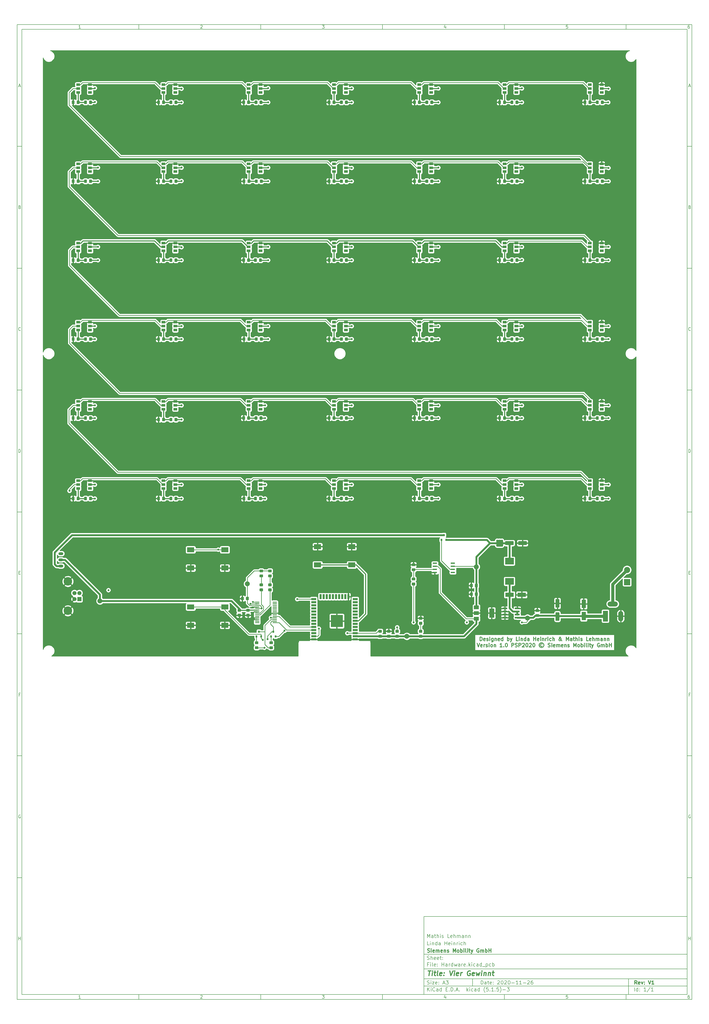
<source format=gbr>
G04 #@! TF.GenerationSoftware,KiCad,Pcbnew,(5.1.5)-3*
G04 #@! TF.CreationDate,2020-12-16T10:40:51+01:00*
G04 #@! TF.ProjectId,Hardware,48617264-7761-4726-952e-6b696361645f,V1*
G04 #@! TF.SameCoordinates,Original*
G04 #@! TF.FileFunction,Copper,L1,Top*
G04 #@! TF.FilePolarity,Positive*
%FSLAX46Y46*%
G04 Gerber Fmt 4.6, Leading zero omitted, Abs format (unit mm)*
G04 Created by KiCad (PCBNEW (5.1.5)-3) date 2020-12-16 10:40:51*
%MOMM*%
%LPD*%
G04 APERTURE LIST*
%ADD10C,0.100000*%
%ADD11C,0.150000*%
%ADD12C,0.300000*%
%ADD13C,0.400000*%
%ADD14R,1.750000X0.550000*%
%ADD15R,0.800000X0.900000*%
%ADD16O,2.000000X1.200000*%
%ADD17C,2.000000*%
%ADD18R,2.000000X4.400000*%
%ADD19O,2.000000X4.200000*%
%ADD20O,4.200000X2.000000*%
%ADD21R,3.600000X2.700000*%
%ADD22R,2.000000X1.500000*%
%ADD23R,2.000000X3.800000*%
%ADD24R,1.500000X1.000000*%
%ADD25R,1.750000X0.450000*%
%ADD26R,2.000000X0.900000*%
%ADD27R,0.900000X2.000000*%
%ADD28R,5.000000X5.000000*%
%ADD29R,3.000000X2.000000*%
%ADD30C,3.500000*%
%ADD31C,1.700000*%
%ADD32R,1.700000X1.700000*%
%ADD33C,2.500000*%
%ADD34R,2.500000X2.500000*%
%ADD35R,1.800000X3.500000*%
%ADD36R,3.500000X1.800000*%
%ADD37C,0.800000*%
%ADD38C,0.381000*%
%ADD39C,0.762000*%
%ADD40C,0.254000*%
%ADD41C,1.270000*%
%ADD42C,0.228600*%
G04 APERTURE END LIST*
D10*
D11*
X177002200Y-375989000D02*
X177002200Y-407989000D01*
X285002200Y-407989000D01*
X285002200Y-375989000D01*
X177002200Y-375989000D01*
D10*
D11*
X10000000Y-10000000D02*
X10000000Y-409989000D01*
X287002200Y-409989000D01*
X287002200Y-10000000D01*
X10000000Y-10000000D01*
D10*
D11*
X12000000Y-12000000D02*
X12000000Y-407989000D01*
X285002200Y-407989000D01*
X285002200Y-12000000D01*
X12000000Y-12000000D01*
D10*
D11*
X60000000Y-12000000D02*
X60000000Y-10000000D01*
D10*
D11*
X110000000Y-12000000D02*
X110000000Y-10000000D01*
D10*
D11*
X160000000Y-12000000D02*
X160000000Y-10000000D01*
D10*
D11*
X210000000Y-12000000D02*
X210000000Y-10000000D01*
D10*
D11*
X260000000Y-12000000D02*
X260000000Y-10000000D01*
D10*
D11*
X36065476Y-11588095D02*
X35322619Y-11588095D01*
X35694047Y-11588095D02*
X35694047Y-10288095D01*
X35570238Y-10473809D01*
X35446428Y-10597619D01*
X35322619Y-10659523D01*
D10*
D11*
X85322619Y-10411904D02*
X85384523Y-10350000D01*
X85508333Y-10288095D01*
X85817857Y-10288095D01*
X85941666Y-10350000D01*
X86003571Y-10411904D01*
X86065476Y-10535714D01*
X86065476Y-10659523D01*
X86003571Y-10845238D01*
X85260714Y-11588095D01*
X86065476Y-11588095D01*
D10*
D11*
X135260714Y-10288095D02*
X136065476Y-10288095D01*
X135632142Y-10783333D01*
X135817857Y-10783333D01*
X135941666Y-10845238D01*
X136003571Y-10907142D01*
X136065476Y-11030952D01*
X136065476Y-11340476D01*
X136003571Y-11464285D01*
X135941666Y-11526190D01*
X135817857Y-11588095D01*
X135446428Y-11588095D01*
X135322619Y-11526190D01*
X135260714Y-11464285D01*
D10*
D11*
X185941666Y-10721428D02*
X185941666Y-11588095D01*
X185632142Y-10226190D02*
X185322619Y-11154761D01*
X186127380Y-11154761D01*
D10*
D11*
X236003571Y-10288095D02*
X235384523Y-10288095D01*
X235322619Y-10907142D01*
X235384523Y-10845238D01*
X235508333Y-10783333D01*
X235817857Y-10783333D01*
X235941666Y-10845238D01*
X236003571Y-10907142D01*
X236065476Y-11030952D01*
X236065476Y-11340476D01*
X236003571Y-11464285D01*
X235941666Y-11526190D01*
X235817857Y-11588095D01*
X235508333Y-11588095D01*
X235384523Y-11526190D01*
X235322619Y-11464285D01*
D10*
D11*
X285941666Y-10288095D02*
X285694047Y-10288095D01*
X285570238Y-10350000D01*
X285508333Y-10411904D01*
X285384523Y-10597619D01*
X285322619Y-10845238D01*
X285322619Y-11340476D01*
X285384523Y-11464285D01*
X285446428Y-11526190D01*
X285570238Y-11588095D01*
X285817857Y-11588095D01*
X285941666Y-11526190D01*
X286003571Y-11464285D01*
X286065476Y-11340476D01*
X286065476Y-11030952D01*
X286003571Y-10907142D01*
X285941666Y-10845238D01*
X285817857Y-10783333D01*
X285570238Y-10783333D01*
X285446428Y-10845238D01*
X285384523Y-10907142D01*
X285322619Y-11030952D01*
D10*
D11*
X60000000Y-407989000D02*
X60000000Y-409989000D01*
D10*
D11*
X110000000Y-407989000D02*
X110000000Y-409989000D01*
D10*
D11*
X160000000Y-407989000D02*
X160000000Y-409989000D01*
D10*
D11*
X210000000Y-407989000D02*
X210000000Y-409989000D01*
D10*
D11*
X260000000Y-407989000D02*
X260000000Y-409989000D01*
D10*
D11*
X36065476Y-409577095D02*
X35322619Y-409577095D01*
X35694047Y-409577095D02*
X35694047Y-408277095D01*
X35570238Y-408462809D01*
X35446428Y-408586619D01*
X35322619Y-408648523D01*
D10*
D11*
X85322619Y-408400904D02*
X85384523Y-408339000D01*
X85508333Y-408277095D01*
X85817857Y-408277095D01*
X85941666Y-408339000D01*
X86003571Y-408400904D01*
X86065476Y-408524714D01*
X86065476Y-408648523D01*
X86003571Y-408834238D01*
X85260714Y-409577095D01*
X86065476Y-409577095D01*
D10*
D11*
X135260714Y-408277095D02*
X136065476Y-408277095D01*
X135632142Y-408772333D01*
X135817857Y-408772333D01*
X135941666Y-408834238D01*
X136003571Y-408896142D01*
X136065476Y-409019952D01*
X136065476Y-409329476D01*
X136003571Y-409453285D01*
X135941666Y-409515190D01*
X135817857Y-409577095D01*
X135446428Y-409577095D01*
X135322619Y-409515190D01*
X135260714Y-409453285D01*
D10*
D11*
X185941666Y-408710428D02*
X185941666Y-409577095D01*
X185632142Y-408215190D02*
X185322619Y-409143761D01*
X186127380Y-409143761D01*
D10*
D11*
X236003571Y-408277095D02*
X235384523Y-408277095D01*
X235322619Y-408896142D01*
X235384523Y-408834238D01*
X235508333Y-408772333D01*
X235817857Y-408772333D01*
X235941666Y-408834238D01*
X236003571Y-408896142D01*
X236065476Y-409019952D01*
X236065476Y-409329476D01*
X236003571Y-409453285D01*
X235941666Y-409515190D01*
X235817857Y-409577095D01*
X235508333Y-409577095D01*
X235384523Y-409515190D01*
X235322619Y-409453285D01*
D10*
D11*
X285941666Y-408277095D02*
X285694047Y-408277095D01*
X285570238Y-408339000D01*
X285508333Y-408400904D01*
X285384523Y-408586619D01*
X285322619Y-408834238D01*
X285322619Y-409329476D01*
X285384523Y-409453285D01*
X285446428Y-409515190D01*
X285570238Y-409577095D01*
X285817857Y-409577095D01*
X285941666Y-409515190D01*
X286003571Y-409453285D01*
X286065476Y-409329476D01*
X286065476Y-409019952D01*
X286003571Y-408896142D01*
X285941666Y-408834238D01*
X285817857Y-408772333D01*
X285570238Y-408772333D01*
X285446428Y-408834238D01*
X285384523Y-408896142D01*
X285322619Y-409019952D01*
D10*
D11*
X10000000Y-60000000D02*
X12000000Y-60000000D01*
D10*
D11*
X10000000Y-110000000D02*
X12000000Y-110000000D01*
D10*
D11*
X10000000Y-160000000D02*
X12000000Y-160000000D01*
D10*
D11*
X10000000Y-210000000D02*
X12000000Y-210000000D01*
D10*
D11*
X10000000Y-260000000D02*
X12000000Y-260000000D01*
D10*
D11*
X10000000Y-310000000D02*
X12000000Y-310000000D01*
D10*
D11*
X10000000Y-360000000D02*
X12000000Y-360000000D01*
D10*
D11*
X10690476Y-35216666D02*
X11309523Y-35216666D01*
X10566666Y-35588095D02*
X11000000Y-34288095D01*
X11433333Y-35588095D01*
D10*
D11*
X11092857Y-84907142D02*
X11278571Y-84969047D01*
X11340476Y-85030952D01*
X11402380Y-85154761D01*
X11402380Y-85340476D01*
X11340476Y-85464285D01*
X11278571Y-85526190D01*
X11154761Y-85588095D01*
X10659523Y-85588095D01*
X10659523Y-84288095D01*
X11092857Y-84288095D01*
X11216666Y-84350000D01*
X11278571Y-84411904D01*
X11340476Y-84535714D01*
X11340476Y-84659523D01*
X11278571Y-84783333D01*
X11216666Y-84845238D01*
X11092857Y-84907142D01*
X10659523Y-84907142D01*
D10*
D11*
X11402380Y-135464285D02*
X11340476Y-135526190D01*
X11154761Y-135588095D01*
X11030952Y-135588095D01*
X10845238Y-135526190D01*
X10721428Y-135402380D01*
X10659523Y-135278571D01*
X10597619Y-135030952D01*
X10597619Y-134845238D01*
X10659523Y-134597619D01*
X10721428Y-134473809D01*
X10845238Y-134350000D01*
X11030952Y-134288095D01*
X11154761Y-134288095D01*
X11340476Y-134350000D01*
X11402380Y-134411904D01*
D10*
D11*
X10659523Y-185588095D02*
X10659523Y-184288095D01*
X10969047Y-184288095D01*
X11154761Y-184350000D01*
X11278571Y-184473809D01*
X11340476Y-184597619D01*
X11402380Y-184845238D01*
X11402380Y-185030952D01*
X11340476Y-185278571D01*
X11278571Y-185402380D01*
X11154761Y-185526190D01*
X10969047Y-185588095D01*
X10659523Y-185588095D01*
D10*
D11*
X10721428Y-234907142D02*
X11154761Y-234907142D01*
X11340476Y-235588095D02*
X10721428Y-235588095D01*
X10721428Y-234288095D01*
X11340476Y-234288095D01*
D10*
D11*
X11185714Y-284907142D02*
X10752380Y-284907142D01*
X10752380Y-285588095D02*
X10752380Y-284288095D01*
X11371428Y-284288095D01*
D10*
D11*
X11340476Y-334350000D02*
X11216666Y-334288095D01*
X11030952Y-334288095D01*
X10845238Y-334350000D01*
X10721428Y-334473809D01*
X10659523Y-334597619D01*
X10597619Y-334845238D01*
X10597619Y-335030952D01*
X10659523Y-335278571D01*
X10721428Y-335402380D01*
X10845238Y-335526190D01*
X11030952Y-335588095D01*
X11154761Y-335588095D01*
X11340476Y-335526190D01*
X11402380Y-335464285D01*
X11402380Y-335030952D01*
X11154761Y-335030952D01*
D10*
D11*
X10628571Y-385588095D02*
X10628571Y-384288095D01*
X10628571Y-384907142D02*
X11371428Y-384907142D01*
X11371428Y-385588095D02*
X11371428Y-384288095D01*
D10*
D11*
X287002200Y-60000000D02*
X285002200Y-60000000D01*
D10*
D11*
X287002200Y-110000000D02*
X285002200Y-110000000D01*
D10*
D11*
X287002200Y-160000000D02*
X285002200Y-160000000D01*
D10*
D11*
X287002200Y-210000000D02*
X285002200Y-210000000D01*
D10*
D11*
X287002200Y-260000000D02*
X285002200Y-260000000D01*
D10*
D11*
X287002200Y-310000000D02*
X285002200Y-310000000D01*
D10*
D11*
X287002200Y-360000000D02*
X285002200Y-360000000D01*
D10*
D11*
X285692676Y-35216666D02*
X286311723Y-35216666D01*
X285568866Y-35588095D02*
X286002200Y-34288095D01*
X286435533Y-35588095D01*
D10*
D11*
X286095057Y-84907142D02*
X286280771Y-84969047D01*
X286342676Y-85030952D01*
X286404580Y-85154761D01*
X286404580Y-85340476D01*
X286342676Y-85464285D01*
X286280771Y-85526190D01*
X286156961Y-85588095D01*
X285661723Y-85588095D01*
X285661723Y-84288095D01*
X286095057Y-84288095D01*
X286218866Y-84350000D01*
X286280771Y-84411904D01*
X286342676Y-84535714D01*
X286342676Y-84659523D01*
X286280771Y-84783333D01*
X286218866Y-84845238D01*
X286095057Y-84907142D01*
X285661723Y-84907142D01*
D10*
D11*
X286404580Y-135464285D02*
X286342676Y-135526190D01*
X286156961Y-135588095D01*
X286033152Y-135588095D01*
X285847438Y-135526190D01*
X285723628Y-135402380D01*
X285661723Y-135278571D01*
X285599819Y-135030952D01*
X285599819Y-134845238D01*
X285661723Y-134597619D01*
X285723628Y-134473809D01*
X285847438Y-134350000D01*
X286033152Y-134288095D01*
X286156961Y-134288095D01*
X286342676Y-134350000D01*
X286404580Y-134411904D01*
D10*
D11*
X285661723Y-185588095D02*
X285661723Y-184288095D01*
X285971247Y-184288095D01*
X286156961Y-184350000D01*
X286280771Y-184473809D01*
X286342676Y-184597619D01*
X286404580Y-184845238D01*
X286404580Y-185030952D01*
X286342676Y-185278571D01*
X286280771Y-185402380D01*
X286156961Y-185526190D01*
X285971247Y-185588095D01*
X285661723Y-185588095D01*
D10*
D11*
X285723628Y-234907142D02*
X286156961Y-234907142D01*
X286342676Y-235588095D02*
X285723628Y-235588095D01*
X285723628Y-234288095D01*
X286342676Y-234288095D01*
D10*
D11*
X286187914Y-284907142D02*
X285754580Y-284907142D01*
X285754580Y-285588095D02*
X285754580Y-284288095D01*
X286373628Y-284288095D01*
D10*
D11*
X286342676Y-334350000D02*
X286218866Y-334288095D01*
X286033152Y-334288095D01*
X285847438Y-334350000D01*
X285723628Y-334473809D01*
X285661723Y-334597619D01*
X285599819Y-334845238D01*
X285599819Y-335030952D01*
X285661723Y-335278571D01*
X285723628Y-335402380D01*
X285847438Y-335526190D01*
X286033152Y-335588095D01*
X286156961Y-335588095D01*
X286342676Y-335526190D01*
X286404580Y-335464285D01*
X286404580Y-335030952D01*
X286156961Y-335030952D01*
D10*
D11*
X285630771Y-385588095D02*
X285630771Y-384288095D01*
X285630771Y-384907142D02*
X286373628Y-384907142D01*
X286373628Y-385588095D02*
X286373628Y-384288095D01*
D10*
D11*
X200434342Y-403767571D02*
X200434342Y-402267571D01*
X200791485Y-402267571D01*
X201005771Y-402339000D01*
X201148628Y-402481857D01*
X201220057Y-402624714D01*
X201291485Y-402910428D01*
X201291485Y-403124714D01*
X201220057Y-403410428D01*
X201148628Y-403553285D01*
X201005771Y-403696142D01*
X200791485Y-403767571D01*
X200434342Y-403767571D01*
X202577200Y-403767571D02*
X202577200Y-402981857D01*
X202505771Y-402839000D01*
X202362914Y-402767571D01*
X202077200Y-402767571D01*
X201934342Y-402839000D01*
X202577200Y-403696142D02*
X202434342Y-403767571D01*
X202077200Y-403767571D01*
X201934342Y-403696142D01*
X201862914Y-403553285D01*
X201862914Y-403410428D01*
X201934342Y-403267571D01*
X202077200Y-403196142D01*
X202434342Y-403196142D01*
X202577200Y-403124714D01*
X203077200Y-402767571D02*
X203648628Y-402767571D01*
X203291485Y-402267571D02*
X203291485Y-403553285D01*
X203362914Y-403696142D01*
X203505771Y-403767571D01*
X203648628Y-403767571D01*
X204720057Y-403696142D02*
X204577200Y-403767571D01*
X204291485Y-403767571D01*
X204148628Y-403696142D01*
X204077200Y-403553285D01*
X204077200Y-402981857D01*
X204148628Y-402839000D01*
X204291485Y-402767571D01*
X204577200Y-402767571D01*
X204720057Y-402839000D01*
X204791485Y-402981857D01*
X204791485Y-403124714D01*
X204077200Y-403267571D01*
X205434342Y-403624714D02*
X205505771Y-403696142D01*
X205434342Y-403767571D01*
X205362914Y-403696142D01*
X205434342Y-403624714D01*
X205434342Y-403767571D01*
X205434342Y-402839000D02*
X205505771Y-402910428D01*
X205434342Y-402981857D01*
X205362914Y-402910428D01*
X205434342Y-402839000D01*
X205434342Y-402981857D01*
X207220057Y-402410428D02*
X207291485Y-402339000D01*
X207434342Y-402267571D01*
X207791485Y-402267571D01*
X207934342Y-402339000D01*
X208005771Y-402410428D01*
X208077200Y-402553285D01*
X208077200Y-402696142D01*
X208005771Y-402910428D01*
X207148628Y-403767571D01*
X208077200Y-403767571D01*
X209005771Y-402267571D02*
X209148628Y-402267571D01*
X209291485Y-402339000D01*
X209362914Y-402410428D01*
X209434342Y-402553285D01*
X209505771Y-402839000D01*
X209505771Y-403196142D01*
X209434342Y-403481857D01*
X209362914Y-403624714D01*
X209291485Y-403696142D01*
X209148628Y-403767571D01*
X209005771Y-403767571D01*
X208862914Y-403696142D01*
X208791485Y-403624714D01*
X208720057Y-403481857D01*
X208648628Y-403196142D01*
X208648628Y-402839000D01*
X208720057Y-402553285D01*
X208791485Y-402410428D01*
X208862914Y-402339000D01*
X209005771Y-402267571D01*
X210077200Y-402410428D02*
X210148628Y-402339000D01*
X210291485Y-402267571D01*
X210648628Y-402267571D01*
X210791485Y-402339000D01*
X210862914Y-402410428D01*
X210934342Y-402553285D01*
X210934342Y-402696142D01*
X210862914Y-402910428D01*
X210005771Y-403767571D01*
X210934342Y-403767571D01*
X211862914Y-402267571D02*
X212005771Y-402267571D01*
X212148628Y-402339000D01*
X212220057Y-402410428D01*
X212291485Y-402553285D01*
X212362914Y-402839000D01*
X212362914Y-403196142D01*
X212291485Y-403481857D01*
X212220057Y-403624714D01*
X212148628Y-403696142D01*
X212005771Y-403767571D01*
X211862914Y-403767571D01*
X211720057Y-403696142D01*
X211648628Y-403624714D01*
X211577200Y-403481857D01*
X211505771Y-403196142D01*
X211505771Y-402839000D01*
X211577200Y-402553285D01*
X211648628Y-402410428D01*
X211720057Y-402339000D01*
X211862914Y-402267571D01*
X213005771Y-403196142D02*
X214148628Y-403196142D01*
X215648628Y-403767571D02*
X214791485Y-403767571D01*
X215220057Y-403767571D02*
X215220057Y-402267571D01*
X215077200Y-402481857D01*
X214934342Y-402624714D01*
X214791485Y-402696142D01*
X217077200Y-403767571D02*
X216220057Y-403767571D01*
X216648628Y-403767571D02*
X216648628Y-402267571D01*
X216505771Y-402481857D01*
X216362914Y-402624714D01*
X216220057Y-402696142D01*
X217720057Y-403196142D02*
X218862914Y-403196142D01*
X219505771Y-402410428D02*
X219577200Y-402339000D01*
X219720057Y-402267571D01*
X220077200Y-402267571D01*
X220220057Y-402339000D01*
X220291485Y-402410428D01*
X220362914Y-402553285D01*
X220362914Y-402696142D01*
X220291485Y-402910428D01*
X219434342Y-403767571D01*
X220362914Y-403767571D01*
X221648628Y-402267571D02*
X221362914Y-402267571D01*
X221220057Y-402339000D01*
X221148628Y-402410428D01*
X221005771Y-402624714D01*
X220934342Y-402910428D01*
X220934342Y-403481857D01*
X221005771Y-403624714D01*
X221077200Y-403696142D01*
X221220057Y-403767571D01*
X221505771Y-403767571D01*
X221648628Y-403696142D01*
X221720057Y-403624714D01*
X221791485Y-403481857D01*
X221791485Y-403124714D01*
X221720057Y-402981857D01*
X221648628Y-402910428D01*
X221505771Y-402839000D01*
X221220057Y-402839000D01*
X221077200Y-402910428D01*
X221005771Y-402981857D01*
X220934342Y-403124714D01*
D10*
D11*
X177002200Y-404489000D02*
X285002200Y-404489000D01*
D10*
D11*
X178434342Y-406567571D02*
X178434342Y-405067571D01*
X179291485Y-406567571D02*
X178648628Y-405710428D01*
X179291485Y-405067571D02*
X178434342Y-405924714D01*
X179934342Y-406567571D02*
X179934342Y-405567571D01*
X179934342Y-405067571D02*
X179862914Y-405139000D01*
X179934342Y-405210428D01*
X180005771Y-405139000D01*
X179934342Y-405067571D01*
X179934342Y-405210428D01*
X181505771Y-406424714D02*
X181434342Y-406496142D01*
X181220057Y-406567571D01*
X181077200Y-406567571D01*
X180862914Y-406496142D01*
X180720057Y-406353285D01*
X180648628Y-406210428D01*
X180577200Y-405924714D01*
X180577200Y-405710428D01*
X180648628Y-405424714D01*
X180720057Y-405281857D01*
X180862914Y-405139000D01*
X181077200Y-405067571D01*
X181220057Y-405067571D01*
X181434342Y-405139000D01*
X181505771Y-405210428D01*
X182791485Y-406567571D02*
X182791485Y-405781857D01*
X182720057Y-405639000D01*
X182577200Y-405567571D01*
X182291485Y-405567571D01*
X182148628Y-405639000D01*
X182791485Y-406496142D02*
X182648628Y-406567571D01*
X182291485Y-406567571D01*
X182148628Y-406496142D01*
X182077200Y-406353285D01*
X182077200Y-406210428D01*
X182148628Y-406067571D01*
X182291485Y-405996142D01*
X182648628Y-405996142D01*
X182791485Y-405924714D01*
X184148628Y-406567571D02*
X184148628Y-405067571D01*
X184148628Y-406496142D02*
X184005771Y-406567571D01*
X183720057Y-406567571D01*
X183577200Y-406496142D01*
X183505771Y-406424714D01*
X183434342Y-406281857D01*
X183434342Y-405853285D01*
X183505771Y-405710428D01*
X183577200Y-405639000D01*
X183720057Y-405567571D01*
X184005771Y-405567571D01*
X184148628Y-405639000D01*
X186005771Y-405781857D02*
X186505771Y-405781857D01*
X186720057Y-406567571D02*
X186005771Y-406567571D01*
X186005771Y-405067571D01*
X186720057Y-405067571D01*
X187362914Y-406424714D02*
X187434342Y-406496142D01*
X187362914Y-406567571D01*
X187291485Y-406496142D01*
X187362914Y-406424714D01*
X187362914Y-406567571D01*
X188077200Y-406567571D02*
X188077200Y-405067571D01*
X188434342Y-405067571D01*
X188648628Y-405139000D01*
X188791485Y-405281857D01*
X188862914Y-405424714D01*
X188934342Y-405710428D01*
X188934342Y-405924714D01*
X188862914Y-406210428D01*
X188791485Y-406353285D01*
X188648628Y-406496142D01*
X188434342Y-406567571D01*
X188077200Y-406567571D01*
X189577200Y-406424714D02*
X189648628Y-406496142D01*
X189577200Y-406567571D01*
X189505771Y-406496142D01*
X189577200Y-406424714D01*
X189577200Y-406567571D01*
X190220057Y-406139000D02*
X190934342Y-406139000D01*
X190077200Y-406567571D02*
X190577200Y-405067571D01*
X191077200Y-406567571D01*
X191577200Y-406424714D02*
X191648628Y-406496142D01*
X191577200Y-406567571D01*
X191505771Y-406496142D01*
X191577200Y-406424714D01*
X191577200Y-406567571D01*
X194577200Y-406567571D02*
X194577200Y-405067571D01*
X194720057Y-405996142D02*
X195148628Y-406567571D01*
X195148628Y-405567571D02*
X194577200Y-406139000D01*
X195791485Y-406567571D02*
X195791485Y-405567571D01*
X195791485Y-405067571D02*
X195720057Y-405139000D01*
X195791485Y-405210428D01*
X195862914Y-405139000D01*
X195791485Y-405067571D01*
X195791485Y-405210428D01*
X197148628Y-406496142D02*
X197005771Y-406567571D01*
X196720057Y-406567571D01*
X196577200Y-406496142D01*
X196505771Y-406424714D01*
X196434342Y-406281857D01*
X196434342Y-405853285D01*
X196505771Y-405710428D01*
X196577200Y-405639000D01*
X196720057Y-405567571D01*
X197005771Y-405567571D01*
X197148628Y-405639000D01*
X198434342Y-406567571D02*
X198434342Y-405781857D01*
X198362914Y-405639000D01*
X198220057Y-405567571D01*
X197934342Y-405567571D01*
X197791485Y-405639000D01*
X198434342Y-406496142D02*
X198291485Y-406567571D01*
X197934342Y-406567571D01*
X197791485Y-406496142D01*
X197720057Y-406353285D01*
X197720057Y-406210428D01*
X197791485Y-406067571D01*
X197934342Y-405996142D01*
X198291485Y-405996142D01*
X198434342Y-405924714D01*
X199791485Y-406567571D02*
X199791485Y-405067571D01*
X199791485Y-406496142D02*
X199648628Y-406567571D01*
X199362914Y-406567571D01*
X199220057Y-406496142D01*
X199148628Y-406424714D01*
X199077200Y-406281857D01*
X199077200Y-405853285D01*
X199148628Y-405710428D01*
X199220057Y-405639000D01*
X199362914Y-405567571D01*
X199648628Y-405567571D01*
X199791485Y-405639000D01*
X202077200Y-407139000D02*
X202005771Y-407067571D01*
X201862914Y-406853285D01*
X201791485Y-406710428D01*
X201720057Y-406496142D01*
X201648628Y-406139000D01*
X201648628Y-405853285D01*
X201720057Y-405496142D01*
X201791485Y-405281857D01*
X201862914Y-405139000D01*
X202005771Y-404924714D01*
X202077200Y-404853285D01*
X203362914Y-405067571D02*
X202648628Y-405067571D01*
X202577200Y-405781857D01*
X202648628Y-405710428D01*
X202791485Y-405639000D01*
X203148628Y-405639000D01*
X203291485Y-405710428D01*
X203362914Y-405781857D01*
X203434342Y-405924714D01*
X203434342Y-406281857D01*
X203362914Y-406424714D01*
X203291485Y-406496142D01*
X203148628Y-406567571D01*
X202791485Y-406567571D01*
X202648628Y-406496142D01*
X202577200Y-406424714D01*
X204077200Y-406424714D02*
X204148628Y-406496142D01*
X204077200Y-406567571D01*
X204005771Y-406496142D01*
X204077200Y-406424714D01*
X204077200Y-406567571D01*
X205577200Y-406567571D02*
X204720057Y-406567571D01*
X205148628Y-406567571D02*
X205148628Y-405067571D01*
X205005771Y-405281857D01*
X204862914Y-405424714D01*
X204720057Y-405496142D01*
X206220057Y-406424714D02*
X206291485Y-406496142D01*
X206220057Y-406567571D01*
X206148628Y-406496142D01*
X206220057Y-406424714D01*
X206220057Y-406567571D01*
X207648628Y-405067571D02*
X206934342Y-405067571D01*
X206862914Y-405781857D01*
X206934342Y-405710428D01*
X207077200Y-405639000D01*
X207434342Y-405639000D01*
X207577200Y-405710428D01*
X207648628Y-405781857D01*
X207720057Y-405924714D01*
X207720057Y-406281857D01*
X207648628Y-406424714D01*
X207577200Y-406496142D01*
X207434342Y-406567571D01*
X207077200Y-406567571D01*
X206934342Y-406496142D01*
X206862914Y-406424714D01*
X208220057Y-407139000D02*
X208291485Y-407067571D01*
X208434342Y-406853285D01*
X208505771Y-406710428D01*
X208577200Y-406496142D01*
X208648628Y-406139000D01*
X208648628Y-405853285D01*
X208577200Y-405496142D01*
X208505771Y-405281857D01*
X208434342Y-405139000D01*
X208291485Y-404924714D01*
X208220057Y-404853285D01*
X209362914Y-405996142D02*
X210505771Y-405996142D01*
X211077200Y-405067571D02*
X212005771Y-405067571D01*
X211505771Y-405639000D01*
X211720057Y-405639000D01*
X211862914Y-405710428D01*
X211934342Y-405781857D01*
X212005771Y-405924714D01*
X212005771Y-406281857D01*
X211934342Y-406424714D01*
X211862914Y-406496142D01*
X211720057Y-406567571D01*
X211291485Y-406567571D01*
X211148628Y-406496142D01*
X211077200Y-406424714D01*
D10*
D11*
X177002200Y-401489000D02*
X285002200Y-401489000D01*
D10*
D12*
X264411485Y-403767571D02*
X263911485Y-403053285D01*
X263554342Y-403767571D02*
X263554342Y-402267571D01*
X264125771Y-402267571D01*
X264268628Y-402339000D01*
X264340057Y-402410428D01*
X264411485Y-402553285D01*
X264411485Y-402767571D01*
X264340057Y-402910428D01*
X264268628Y-402981857D01*
X264125771Y-403053285D01*
X263554342Y-403053285D01*
X265625771Y-403696142D02*
X265482914Y-403767571D01*
X265197200Y-403767571D01*
X265054342Y-403696142D01*
X264982914Y-403553285D01*
X264982914Y-402981857D01*
X265054342Y-402839000D01*
X265197200Y-402767571D01*
X265482914Y-402767571D01*
X265625771Y-402839000D01*
X265697200Y-402981857D01*
X265697200Y-403124714D01*
X264982914Y-403267571D01*
X266197200Y-402767571D02*
X266554342Y-403767571D01*
X266911485Y-402767571D01*
X267482914Y-403624714D02*
X267554342Y-403696142D01*
X267482914Y-403767571D01*
X267411485Y-403696142D01*
X267482914Y-403624714D01*
X267482914Y-403767571D01*
X267482914Y-402839000D02*
X267554342Y-402910428D01*
X267482914Y-402981857D01*
X267411485Y-402910428D01*
X267482914Y-402839000D01*
X267482914Y-402981857D01*
X269125771Y-402267571D02*
X269625771Y-403767571D01*
X270125771Y-402267571D01*
X271411485Y-403767571D02*
X270554342Y-403767571D01*
X270982914Y-403767571D02*
X270982914Y-402267571D01*
X270840057Y-402481857D01*
X270697200Y-402624714D01*
X270554342Y-402696142D01*
D10*
D11*
X178362914Y-403696142D02*
X178577200Y-403767571D01*
X178934342Y-403767571D01*
X179077200Y-403696142D01*
X179148628Y-403624714D01*
X179220057Y-403481857D01*
X179220057Y-403339000D01*
X179148628Y-403196142D01*
X179077200Y-403124714D01*
X178934342Y-403053285D01*
X178648628Y-402981857D01*
X178505771Y-402910428D01*
X178434342Y-402839000D01*
X178362914Y-402696142D01*
X178362914Y-402553285D01*
X178434342Y-402410428D01*
X178505771Y-402339000D01*
X178648628Y-402267571D01*
X179005771Y-402267571D01*
X179220057Y-402339000D01*
X179862914Y-403767571D02*
X179862914Y-402767571D01*
X179862914Y-402267571D02*
X179791485Y-402339000D01*
X179862914Y-402410428D01*
X179934342Y-402339000D01*
X179862914Y-402267571D01*
X179862914Y-402410428D01*
X180434342Y-402767571D02*
X181220057Y-402767571D01*
X180434342Y-403767571D01*
X181220057Y-403767571D01*
X182362914Y-403696142D02*
X182220057Y-403767571D01*
X181934342Y-403767571D01*
X181791485Y-403696142D01*
X181720057Y-403553285D01*
X181720057Y-402981857D01*
X181791485Y-402839000D01*
X181934342Y-402767571D01*
X182220057Y-402767571D01*
X182362914Y-402839000D01*
X182434342Y-402981857D01*
X182434342Y-403124714D01*
X181720057Y-403267571D01*
X183077200Y-403624714D02*
X183148628Y-403696142D01*
X183077200Y-403767571D01*
X183005771Y-403696142D01*
X183077200Y-403624714D01*
X183077200Y-403767571D01*
X183077200Y-402839000D02*
X183148628Y-402910428D01*
X183077200Y-402981857D01*
X183005771Y-402910428D01*
X183077200Y-402839000D01*
X183077200Y-402981857D01*
X184862914Y-403339000D02*
X185577200Y-403339000D01*
X184720057Y-403767571D02*
X185220057Y-402267571D01*
X185720057Y-403767571D01*
X186077200Y-402267571D02*
X187005771Y-402267571D01*
X186505771Y-402839000D01*
X186720057Y-402839000D01*
X186862914Y-402910428D01*
X186934342Y-402981857D01*
X187005771Y-403124714D01*
X187005771Y-403481857D01*
X186934342Y-403624714D01*
X186862914Y-403696142D01*
X186720057Y-403767571D01*
X186291485Y-403767571D01*
X186148628Y-403696142D01*
X186077200Y-403624714D01*
D10*
D11*
X263434342Y-406567571D02*
X263434342Y-405067571D01*
X264791485Y-406567571D02*
X264791485Y-405067571D01*
X264791485Y-406496142D02*
X264648628Y-406567571D01*
X264362914Y-406567571D01*
X264220057Y-406496142D01*
X264148628Y-406424714D01*
X264077200Y-406281857D01*
X264077200Y-405853285D01*
X264148628Y-405710428D01*
X264220057Y-405639000D01*
X264362914Y-405567571D01*
X264648628Y-405567571D01*
X264791485Y-405639000D01*
X265505771Y-406424714D02*
X265577200Y-406496142D01*
X265505771Y-406567571D01*
X265434342Y-406496142D01*
X265505771Y-406424714D01*
X265505771Y-406567571D01*
X265505771Y-405639000D02*
X265577200Y-405710428D01*
X265505771Y-405781857D01*
X265434342Y-405710428D01*
X265505771Y-405639000D01*
X265505771Y-405781857D01*
X268148628Y-406567571D02*
X267291485Y-406567571D01*
X267720057Y-406567571D02*
X267720057Y-405067571D01*
X267577200Y-405281857D01*
X267434342Y-405424714D01*
X267291485Y-405496142D01*
X269862914Y-404996142D02*
X268577200Y-406924714D01*
X271148628Y-406567571D02*
X270291485Y-406567571D01*
X270720057Y-406567571D02*
X270720057Y-405067571D01*
X270577200Y-405281857D01*
X270434342Y-405424714D01*
X270291485Y-405496142D01*
D10*
D11*
X177002200Y-397489000D02*
X285002200Y-397489000D01*
D10*
D13*
X178714580Y-398193761D02*
X179857438Y-398193761D01*
X179036009Y-400193761D02*
X179286009Y-398193761D01*
X180274104Y-400193761D02*
X180440771Y-398860428D01*
X180524104Y-398193761D02*
X180416961Y-398289000D01*
X180500295Y-398384238D01*
X180607438Y-398289000D01*
X180524104Y-398193761D01*
X180500295Y-398384238D01*
X181107438Y-398860428D02*
X181869342Y-398860428D01*
X181476485Y-398193761D02*
X181262200Y-399908047D01*
X181333628Y-400098523D01*
X181512200Y-400193761D01*
X181702676Y-400193761D01*
X182655057Y-400193761D02*
X182476485Y-400098523D01*
X182405057Y-399908047D01*
X182619342Y-398193761D01*
X184190771Y-400098523D02*
X183988390Y-400193761D01*
X183607438Y-400193761D01*
X183428866Y-400098523D01*
X183357438Y-399908047D01*
X183452676Y-399146142D01*
X183571723Y-398955666D01*
X183774104Y-398860428D01*
X184155057Y-398860428D01*
X184333628Y-398955666D01*
X184405057Y-399146142D01*
X184381247Y-399336619D01*
X183405057Y-399527095D01*
X185155057Y-400003285D02*
X185238390Y-400098523D01*
X185131247Y-400193761D01*
X185047914Y-400098523D01*
X185155057Y-400003285D01*
X185131247Y-400193761D01*
X185286009Y-398955666D02*
X185369342Y-399050904D01*
X185262200Y-399146142D01*
X185178866Y-399050904D01*
X185286009Y-398955666D01*
X185262200Y-399146142D01*
X187571723Y-398193761D02*
X187988390Y-400193761D01*
X188905057Y-398193761D01*
X189321723Y-400193761D02*
X189488390Y-398860428D01*
X189571723Y-398193761D02*
X189464580Y-398289000D01*
X189547914Y-398384238D01*
X189655057Y-398289000D01*
X189571723Y-398193761D01*
X189547914Y-398384238D01*
X191047914Y-400098523D02*
X190845533Y-400193761D01*
X190464580Y-400193761D01*
X190286009Y-400098523D01*
X190214580Y-399908047D01*
X190309819Y-399146142D01*
X190428866Y-398955666D01*
X190631247Y-398860428D01*
X191012200Y-398860428D01*
X191190771Y-398955666D01*
X191262200Y-399146142D01*
X191238390Y-399336619D01*
X190262200Y-399527095D01*
X191988390Y-400193761D02*
X192155057Y-398860428D01*
X192107438Y-399241380D02*
X192226485Y-399050904D01*
X192333628Y-398955666D01*
X192536009Y-398860428D01*
X192726485Y-398860428D01*
X196036009Y-398289000D02*
X195857438Y-398193761D01*
X195571723Y-398193761D01*
X195274104Y-398289000D01*
X195059819Y-398479476D01*
X194940771Y-398669952D01*
X194797914Y-399050904D01*
X194762200Y-399336619D01*
X194809819Y-399717571D01*
X194881247Y-399908047D01*
X195047914Y-400098523D01*
X195321723Y-400193761D01*
X195512200Y-400193761D01*
X195809819Y-400098523D01*
X195916961Y-400003285D01*
X196000295Y-399336619D01*
X195619342Y-399336619D01*
X197524104Y-400098523D02*
X197321723Y-400193761D01*
X196940771Y-400193761D01*
X196762200Y-400098523D01*
X196690771Y-399908047D01*
X196786009Y-399146142D01*
X196905057Y-398955666D01*
X197107438Y-398860428D01*
X197488390Y-398860428D01*
X197666961Y-398955666D01*
X197738390Y-399146142D01*
X197714580Y-399336619D01*
X196738390Y-399527095D01*
X198440771Y-398860428D02*
X198655057Y-400193761D01*
X199155057Y-399241380D01*
X199416961Y-400193761D01*
X199964580Y-398860428D01*
X200559819Y-400193761D02*
X200726485Y-398860428D01*
X200809819Y-398193761D02*
X200702676Y-398289000D01*
X200786009Y-398384238D01*
X200893152Y-398289000D01*
X200809819Y-398193761D01*
X200786009Y-398384238D01*
X201678866Y-398860428D02*
X201512200Y-400193761D01*
X201655057Y-399050904D02*
X201762200Y-398955666D01*
X201964580Y-398860428D01*
X202250295Y-398860428D01*
X202428866Y-398955666D01*
X202500295Y-399146142D01*
X202369342Y-400193761D01*
X203488390Y-398860428D02*
X203321723Y-400193761D01*
X203464580Y-399050904D02*
X203571723Y-398955666D01*
X203774104Y-398860428D01*
X204059819Y-398860428D01*
X204238390Y-398955666D01*
X204309819Y-399146142D01*
X204178866Y-400193761D01*
X205012200Y-398860428D02*
X205774104Y-398860428D01*
X205381247Y-398193761D02*
X205166961Y-399908047D01*
X205238390Y-400098523D01*
X205416961Y-400193761D01*
X205607438Y-400193761D01*
D10*
D11*
X178934342Y-395581857D02*
X178434342Y-395581857D01*
X178434342Y-396367571D02*
X178434342Y-394867571D01*
X179148628Y-394867571D01*
X179720057Y-396367571D02*
X179720057Y-395367571D01*
X179720057Y-394867571D02*
X179648628Y-394939000D01*
X179720057Y-395010428D01*
X179791485Y-394939000D01*
X179720057Y-394867571D01*
X179720057Y-395010428D01*
X180648628Y-396367571D02*
X180505771Y-396296142D01*
X180434342Y-396153285D01*
X180434342Y-394867571D01*
X181791485Y-396296142D02*
X181648628Y-396367571D01*
X181362914Y-396367571D01*
X181220057Y-396296142D01*
X181148628Y-396153285D01*
X181148628Y-395581857D01*
X181220057Y-395439000D01*
X181362914Y-395367571D01*
X181648628Y-395367571D01*
X181791485Y-395439000D01*
X181862914Y-395581857D01*
X181862914Y-395724714D01*
X181148628Y-395867571D01*
X182505771Y-396224714D02*
X182577200Y-396296142D01*
X182505771Y-396367571D01*
X182434342Y-396296142D01*
X182505771Y-396224714D01*
X182505771Y-396367571D01*
X182505771Y-395439000D02*
X182577200Y-395510428D01*
X182505771Y-395581857D01*
X182434342Y-395510428D01*
X182505771Y-395439000D01*
X182505771Y-395581857D01*
X184362914Y-396367571D02*
X184362914Y-394867571D01*
X184362914Y-395581857D02*
X185220057Y-395581857D01*
X185220057Y-396367571D02*
X185220057Y-394867571D01*
X186577200Y-396367571D02*
X186577200Y-395581857D01*
X186505771Y-395439000D01*
X186362914Y-395367571D01*
X186077200Y-395367571D01*
X185934342Y-395439000D01*
X186577200Y-396296142D02*
X186434342Y-396367571D01*
X186077200Y-396367571D01*
X185934342Y-396296142D01*
X185862914Y-396153285D01*
X185862914Y-396010428D01*
X185934342Y-395867571D01*
X186077200Y-395796142D01*
X186434342Y-395796142D01*
X186577200Y-395724714D01*
X187291485Y-396367571D02*
X187291485Y-395367571D01*
X187291485Y-395653285D02*
X187362914Y-395510428D01*
X187434342Y-395439000D01*
X187577200Y-395367571D01*
X187720057Y-395367571D01*
X188862914Y-396367571D02*
X188862914Y-394867571D01*
X188862914Y-396296142D02*
X188720057Y-396367571D01*
X188434342Y-396367571D01*
X188291485Y-396296142D01*
X188220057Y-396224714D01*
X188148628Y-396081857D01*
X188148628Y-395653285D01*
X188220057Y-395510428D01*
X188291485Y-395439000D01*
X188434342Y-395367571D01*
X188720057Y-395367571D01*
X188862914Y-395439000D01*
X189434342Y-395367571D02*
X189720057Y-396367571D01*
X190005771Y-395653285D01*
X190291485Y-396367571D01*
X190577200Y-395367571D01*
X191791485Y-396367571D02*
X191791485Y-395581857D01*
X191720057Y-395439000D01*
X191577200Y-395367571D01*
X191291485Y-395367571D01*
X191148628Y-395439000D01*
X191791485Y-396296142D02*
X191648628Y-396367571D01*
X191291485Y-396367571D01*
X191148628Y-396296142D01*
X191077200Y-396153285D01*
X191077200Y-396010428D01*
X191148628Y-395867571D01*
X191291485Y-395796142D01*
X191648628Y-395796142D01*
X191791485Y-395724714D01*
X192505771Y-396367571D02*
X192505771Y-395367571D01*
X192505771Y-395653285D02*
X192577200Y-395510428D01*
X192648628Y-395439000D01*
X192791485Y-395367571D01*
X192934342Y-395367571D01*
X194005771Y-396296142D02*
X193862914Y-396367571D01*
X193577200Y-396367571D01*
X193434342Y-396296142D01*
X193362914Y-396153285D01*
X193362914Y-395581857D01*
X193434342Y-395439000D01*
X193577200Y-395367571D01*
X193862914Y-395367571D01*
X194005771Y-395439000D01*
X194077200Y-395581857D01*
X194077200Y-395724714D01*
X193362914Y-395867571D01*
X194720057Y-396224714D02*
X194791485Y-396296142D01*
X194720057Y-396367571D01*
X194648628Y-396296142D01*
X194720057Y-396224714D01*
X194720057Y-396367571D01*
X195434342Y-396367571D02*
X195434342Y-394867571D01*
X195577200Y-395796142D02*
X196005771Y-396367571D01*
X196005771Y-395367571D02*
X195434342Y-395939000D01*
X196648628Y-396367571D02*
X196648628Y-395367571D01*
X196648628Y-394867571D02*
X196577200Y-394939000D01*
X196648628Y-395010428D01*
X196720057Y-394939000D01*
X196648628Y-394867571D01*
X196648628Y-395010428D01*
X198005771Y-396296142D02*
X197862914Y-396367571D01*
X197577200Y-396367571D01*
X197434342Y-396296142D01*
X197362914Y-396224714D01*
X197291485Y-396081857D01*
X197291485Y-395653285D01*
X197362914Y-395510428D01*
X197434342Y-395439000D01*
X197577200Y-395367571D01*
X197862914Y-395367571D01*
X198005771Y-395439000D01*
X199291485Y-396367571D02*
X199291485Y-395581857D01*
X199220057Y-395439000D01*
X199077200Y-395367571D01*
X198791485Y-395367571D01*
X198648628Y-395439000D01*
X199291485Y-396296142D02*
X199148628Y-396367571D01*
X198791485Y-396367571D01*
X198648628Y-396296142D01*
X198577200Y-396153285D01*
X198577200Y-396010428D01*
X198648628Y-395867571D01*
X198791485Y-395796142D01*
X199148628Y-395796142D01*
X199291485Y-395724714D01*
X200648628Y-396367571D02*
X200648628Y-394867571D01*
X200648628Y-396296142D02*
X200505771Y-396367571D01*
X200220057Y-396367571D01*
X200077200Y-396296142D01*
X200005771Y-396224714D01*
X199934342Y-396081857D01*
X199934342Y-395653285D01*
X200005771Y-395510428D01*
X200077200Y-395439000D01*
X200220057Y-395367571D01*
X200505771Y-395367571D01*
X200648628Y-395439000D01*
X201005771Y-396510428D02*
X202148628Y-396510428D01*
X202505771Y-395367571D02*
X202505771Y-396867571D01*
X202505771Y-395439000D02*
X202648628Y-395367571D01*
X202934342Y-395367571D01*
X203077200Y-395439000D01*
X203148628Y-395510428D01*
X203220057Y-395653285D01*
X203220057Y-396081857D01*
X203148628Y-396224714D01*
X203077200Y-396296142D01*
X202934342Y-396367571D01*
X202648628Y-396367571D01*
X202505771Y-396296142D01*
X204505771Y-396296142D02*
X204362914Y-396367571D01*
X204077200Y-396367571D01*
X203934342Y-396296142D01*
X203862914Y-396224714D01*
X203791485Y-396081857D01*
X203791485Y-395653285D01*
X203862914Y-395510428D01*
X203934342Y-395439000D01*
X204077200Y-395367571D01*
X204362914Y-395367571D01*
X204505771Y-395439000D01*
X205148628Y-396367571D02*
X205148628Y-394867571D01*
X205148628Y-395439000D02*
X205291485Y-395367571D01*
X205577200Y-395367571D01*
X205720057Y-395439000D01*
X205791485Y-395510428D01*
X205862914Y-395653285D01*
X205862914Y-396081857D01*
X205791485Y-396224714D01*
X205720057Y-396296142D01*
X205577200Y-396367571D01*
X205291485Y-396367571D01*
X205148628Y-396296142D01*
D10*
D11*
X177002200Y-391489000D02*
X285002200Y-391489000D01*
D10*
D11*
X178362914Y-393596142D02*
X178577200Y-393667571D01*
X178934342Y-393667571D01*
X179077200Y-393596142D01*
X179148628Y-393524714D01*
X179220057Y-393381857D01*
X179220057Y-393239000D01*
X179148628Y-393096142D01*
X179077200Y-393024714D01*
X178934342Y-392953285D01*
X178648628Y-392881857D01*
X178505771Y-392810428D01*
X178434342Y-392739000D01*
X178362914Y-392596142D01*
X178362914Y-392453285D01*
X178434342Y-392310428D01*
X178505771Y-392239000D01*
X178648628Y-392167571D01*
X179005771Y-392167571D01*
X179220057Y-392239000D01*
X179862914Y-393667571D02*
X179862914Y-392167571D01*
X180505771Y-393667571D02*
X180505771Y-392881857D01*
X180434342Y-392739000D01*
X180291485Y-392667571D01*
X180077200Y-392667571D01*
X179934342Y-392739000D01*
X179862914Y-392810428D01*
X181791485Y-393596142D02*
X181648628Y-393667571D01*
X181362914Y-393667571D01*
X181220057Y-393596142D01*
X181148628Y-393453285D01*
X181148628Y-392881857D01*
X181220057Y-392739000D01*
X181362914Y-392667571D01*
X181648628Y-392667571D01*
X181791485Y-392739000D01*
X181862914Y-392881857D01*
X181862914Y-393024714D01*
X181148628Y-393167571D01*
X183077200Y-393596142D02*
X182934342Y-393667571D01*
X182648628Y-393667571D01*
X182505771Y-393596142D01*
X182434342Y-393453285D01*
X182434342Y-392881857D01*
X182505771Y-392739000D01*
X182648628Y-392667571D01*
X182934342Y-392667571D01*
X183077200Y-392739000D01*
X183148628Y-392881857D01*
X183148628Y-393024714D01*
X182434342Y-393167571D01*
X183577200Y-392667571D02*
X184148628Y-392667571D01*
X183791485Y-392167571D02*
X183791485Y-393453285D01*
X183862914Y-393596142D01*
X184005771Y-393667571D01*
X184148628Y-393667571D01*
X184648628Y-393524714D02*
X184720057Y-393596142D01*
X184648628Y-393667571D01*
X184577200Y-393596142D01*
X184648628Y-393524714D01*
X184648628Y-393667571D01*
X184648628Y-392739000D02*
X184720057Y-392810428D01*
X184648628Y-392881857D01*
X184577200Y-392810428D01*
X184648628Y-392739000D01*
X184648628Y-392881857D01*
D10*
D12*
X178482914Y-390596142D02*
X178697200Y-390667571D01*
X179054342Y-390667571D01*
X179197200Y-390596142D01*
X179268628Y-390524714D01*
X179340057Y-390381857D01*
X179340057Y-390239000D01*
X179268628Y-390096142D01*
X179197200Y-390024714D01*
X179054342Y-389953285D01*
X178768628Y-389881857D01*
X178625771Y-389810428D01*
X178554342Y-389739000D01*
X178482914Y-389596142D01*
X178482914Y-389453285D01*
X178554342Y-389310428D01*
X178625771Y-389239000D01*
X178768628Y-389167571D01*
X179125771Y-389167571D01*
X179340057Y-389239000D01*
X179982914Y-390667571D02*
X179982914Y-389667571D01*
X179982914Y-389167571D02*
X179911485Y-389239000D01*
X179982914Y-389310428D01*
X180054342Y-389239000D01*
X179982914Y-389167571D01*
X179982914Y-389310428D01*
X181268628Y-390596142D02*
X181125771Y-390667571D01*
X180840057Y-390667571D01*
X180697200Y-390596142D01*
X180625771Y-390453285D01*
X180625771Y-389881857D01*
X180697200Y-389739000D01*
X180840057Y-389667571D01*
X181125771Y-389667571D01*
X181268628Y-389739000D01*
X181340057Y-389881857D01*
X181340057Y-390024714D01*
X180625771Y-390167571D01*
X181982914Y-390667571D02*
X181982914Y-389667571D01*
X181982914Y-389810428D02*
X182054342Y-389739000D01*
X182197200Y-389667571D01*
X182411485Y-389667571D01*
X182554342Y-389739000D01*
X182625771Y-389881857D01*
X182625771Y-390667571D01*
X182625771Y-389881857D02*
X182697200Y-389739000D01*
X182840057Y-389667571D01*
X183054342Y-389667571D01*
X183197200Y-389739000D01*
X183268628Y-389881857D01*
X183268628Y-390667571D01*
X184554342Y-390596142D02*
X184411485Y-390667571D01*
X184125771Y-390667571D01*
X183982914Y-390596142D01*
X183911485Y-390453285D01*
X183911485Y-389881857D01*
X183982914Y-389739000D01*
X184125771Y-389667571D01*
X184411485Y-389667571D01*
X184554342Y-389739000D01*
X184625771Y-389881857D01*
X184625771Y-390024714D01*
X183911485Y-390167571D01*
X185268628Y-389667571D02*
X185268628Y-390667571D01*
X185268628Y-389810428D02*
X185340057Y-389739000D01*
X185482914Y-389667571D01*
X185697200Y-389667571D01*
X185840057Y-389739000D01*
X185911485Y-389881857D01*
X185911485Y-390667571D01*
X186554342Y-390596142D02*
X186697200Y-390667571D01*
X186982914Y-390667571D01*
X187125771Y-390596142D01*
X187197200Y-390453285D01*
X187197200Y-390381857D01*
X187125771Y-390239000D01*
X186982914Y-390167571D01*
X186768628Y-390167571D01*
X186625771Y-390096142D01*
X186554342Y-389953285D01*
X186554342Y-389881857D01*
X186625771Y-389739000D01*
X186768628Y-389667571D01*
X186982914Y-389667571D01*
X187125771Y-389739000D01*
X188982914Y-390667571D02*
X188982914Y-389167571D01*
X189482914Y-390239000D01*
X189982914Y-389167571D01*
X189982914Y-390667571D01*
X190911485Y-390667571D02*
X190768628Y-390596142D01*
X190697200Y-390524714D01*
X190625771Y-390381857D01*
X190625771Y-389953285D01*
X190697200Y-389810428D01*
X190768628Y-389739000D01*
X190911485Y-389667571D01*
X191125771Y-389667571D01*
X191268628Y-389739000D01*
X191340057Y-389810428D01*
X191411485Y-389953285D01*
X191411485Y-390381857D01*
X191340057Y-390524714D01*
X191268628Y-390596142D01*
X191125771Y-390667571D01*
X190911485Y-390667571D01*
X192054342Y-390667571D02*
X192054342Y-389167571D01*
X192054342Y-389739000D02*
X192197200Y-389667571D01*
X192482914Y-389667571D01*
X192625771Y-389739000D01*
X192697200Y-389810428D01*
X192768628Y-389953285D01*
X192768628Y-390381857D01*
X192697200Y-390524714D01*
X192625771Y-390596142D01*
X192482914Y-390667571D01*
X192197200Y-390667571D01*
X192054342Y-390596142D01*
X193411485Y-390667571D02*
X193411485Y-389667571D01*
X193411485Y-389167571D02*
X193340057Y-389239000D01*
X193411485Y-389310428D01*
X193482914Y-389239000D01*
X193411485Y-389167571D01*
X193411485Y-389310428D01*
X194340057Y-390667571D02*
X194197200Y-390596142D01*
X194125771Y-390453285D01*
X194125771Y-389167571D01*
X194911485Y-390667571D02*
X194911485Y-389667571D01*
X194911485Y-389167571D02*
X194840057Y-389239000D01*
X194911485Y-389310428D01*
X194982914Y-389239000D01*
X194911485Y-389167571D01*
X194911485Y-389310428D01*
X195411485Y-389667571D02*
X195982914Y-389667571D01*
X195625771Y-389167571D02*
X195625771Y-390453285D01*
X195697200Y-390596142D01*
X195840057Y-390667571D01*
X195982914Y-390667571D01*
X196340057Y-389667571D02*
X196697200Y-390667571D01*
X197054342Y-389667571D02*
X196697200Y-390667571D01*
X196554342Y-391024714D01*
X196482914Y-391096142D01*
X196340057Y-391167571D01*
X199554342Y-389239000D02*
X199411485Y-389167571D01*
X199197200Y-389167571D01*
X198982914Y-389239000D01*
X198840057Y-389381857D01*
X198768628Y-389524714D01*
X198697200Y-389810428D01*
X198697200Y-390024714D01*
X198768628Y-390310428D01*
X198840057Y-390453285D01*
X198982914Y-390596142D01*
X199197200Y-390667571D01*
X199340057Y-390667571D01*
X199554342Y-390596142D01*
X199625771Y-390524714D01*
X199625771Y-390024714D01*
X199340057Y-390024714D01*
X200268628Y-390667571D02*
X200268628Y-389667571D01*
X200268628Y-389810428D02*
X200340057Y-389739000D01*
X200482914Y-389667571D01*
X200697200Y-389667571D01*
X200840057Y-389739000D01*
X200911485Y-389881857D01*
X200911485Y-390667571D01*
X200911485Y-389881857D02*
X200982914Y-389739000D01*
X201125771Y-389667571D01*
X201340057Y-389667571D01*
X201482914Y-389739000D01*
X201554342Y-389881857D01*
X201554342Y-390667571D01*
X202268628Y-390667571D02*
X202268628Y-389167571D01*
X202268628Y-389739000D02*
X202411485Y-389667571D01*
X202697200Y-389667571D01*
X202840057Y-389739000D01*
X202911485Y-389810428D01*
X202982914Y-389953285D01*
X202982914Y-390381857D01*
X202911485Y-390524714D01*
X202840057Y-390596142D01*
X202697200Y-390667571D01*
X202411485Y-390667571D01*
X202268628Y-390596142D01*
X203625771Y-390667571D02*
X203625771Y-389167571D01*
X203625771Y-389881857D02*
X204482914Y-389881857D01*
X204482914Y-390667571D02*
X204482914Y-389167571D01*
D10*
D11*
X179148628Y-387667571D02*
X178434342Y-387667571D01*
X178434342Y-386167571D01*
X179648628Y-387667571D02*
X179648628Y-386667571D01*
X179648628Y-386167571D02*
X179577200Y-386239000D01*
X179648628Y-386310428D01*
X179720057Y-386239000D01*
X179648628Y-386167571D01*
X179648628Y-386310428D01*
X180362914Y-386667571D02*
X180362914Y-387667571D01*
X180362914Y-386810428D02*
X180434342Y-386739000D01*
X180577200Y-386667571D01*
X180791485Y-386667571D01*
X180934342Y-386739000D01*
X181005771Y-386881857D01*
X181005771Y-387667571D01*
X182362914Y-387667571D02*
X182362914Y-386167571D01*
X182362914Y-387596142D02*
X182220057Y-387667571D01*
X181934342Y-387667571D01*
X181791485Y-387596142D01*
X181720057Y-387524714D01*
X181648628Y-387381857D01*
X181648628Y-386953285D01*
X181720057Y-386810428D01*
X181791485Y-386739000D01*
X181934342Y-386667571D01*
X182220057Y-386667571D01*
X182362914Y-386739000D01*
X183720057Y-387667571D02*
X183720057Y-386881857D01*
X183648628Y-386739000D01*
X183505771Y-386667571D01*
X183220057Y-386667571D01*
X183077200Y-386739000D01*
X183720057Y-387596142D02*
X183577200Y-387667571D01*
X183220057Y-387667571D01*
X183077200Y-387596142D01*
X183005771Y-387453285D01*
X183005771Y-387310428D01*
X183077200Y-387167571D01*
X183220057Y-387096142D01*
X183577200Y-387096142D01*
X183720057Y-387024714D01*
X185577200Y-387667571D02*
X185577200Y-386167571D01*
X185577200Y-386881857D02*
X186434342Y-386881857D01*
X186434342Y-387667571D02*
X186434342Y-386167571D01*
X187720057Y-387596142D02*
X187577200Y-387667571D01*
X187291485Y-387667571D01*
X187148628Y-387596142D01*
X187077200Y-387453285D01*
X187077200Y-386881857D01*
X187148628Y-386739000D01*
X187291485Y-386667571D01*
X187577200Y-386667571D01*
X187720057Y-386739000D01*
X187791485Y-386881857D01*
X187791485Y-387024714D01*
X187077200Y-387167571D01*
X188434342Y-387667571D02*
X188434342Y-386667571D01*
X188434342Y-386167571D02*
X188362914Y-386239000D01*
X188434342Y-386310428D01*
X188505771Y-386239000D01*
X188434342Y-386167571D01*
X188434342Y-386310428D01*
X189148628Y-386667571D02*
X189148628Y-387667571D01*
X189148628Y-386810428D02*
X189220057Y-386739000D01*
X189362914Y-386667571D01*
X189577200Y-386667571D01*
X189720057Y-386739000D01*
X189791485Y-386881857D01*
X189791485Y-387667571D01*
X190505771Y-387667571D02*
X190505771Y-386667571D01*
X190505771Y-386953285D02*
X190577200Y-386810428D01*
X190648628Y-386739000D01*
X190791485Y-386667571D01*
X190934342Y-386667571D01*
X191434342Y-387667571D02*
X191434342Y-386667571D01*
X191434342Y-386167571D02*
X191362914Y-386239000D01*
X191434342Y-386310428D01*
X191505771Y-386239000D01*
X191434342Y-386167571D01*
X191434342Y-386310428D01*
X192791485Y-387596142D02*
X192648628Y-387667571D01*
X192362914Y-387667571D01*
X192220057Y-387596142D01*
X192148628Y-387524714D01*
X192077200Y-387381857D01*
X192077200Y-386953285D01*
X192148628Y-386810428D01*
X192220057Y-386739000D01*
X192362914Y-386667571D01*
X192648628Y-386667571D01*
X192791485Y-386739000D01*
X193434342Y-387667571D02*
X193434342Y-386167571D01*
X194077200Y-387667571D02*
X194077200Y-386881857D01*
X194005771Y-386739000D01*
X193862914Y-386667571D01*
X193648628Y-386667571D01*
X193505771Y-386739000D01*
X193434342Y-386810428D01*
D10*
D11*
X178434342Y-384667571D02*
X178434342Y-383167571D01*
X178934342Y-384239000D01*
X179434342Y-383167571D01*
X179434342Y-384667571D01*
X180791485Y-384667571D02*
X180791485Y-383881857D01*
X180720057Y-383739000D01*
X180577200Y-383667571D01*
X180291485Y-383667571D01*
X180148628Y-383739000D01*
X180791485Y-384596142D02*
X180648628Y-384667571D01*
X180291485Y-384667571D01*
X180148628Y-384596142D01*
X180077200Y-384453285D01*
X180077200Y-384310428D01*
X180148628Y-384167571D01*
X180291485Y-384096142D01*
X180648628Y-384096142D01*
X180791485Y-384024714D01*
X181291485Y-383667571D02*
X181862914Y-383667571D01*
X181505771Y-383167571D02*
X181505771Y-384453285D01*
X181577200Y-384596142D01*
X181720057Y-384667571D01*
X181862914Y-384667571D01*
X182362914Y-384667571D02*
X182362914Y-383167571D01*
X183005771Y-384667571D02*
X183005771Y-383881857D01*
X182934342Y-383739000D01*
X182791485Y-383667571D01*
X182577200Y-383667571D01*
X182434342Y-383739000D01*
X182362914Y-383810428D01*
X183720057Y-384667571D02*
X183720057Y-383667571D01*
X183720057Y-383167571D02*
X183648628Y-383239000D01*
X183720057Y-383310428D01*
X183791485Y-383239000D01*
X183720057Y-383167571D01*
X183720057Y-383310428D01*
X184362914Y-384596142D02*
X184505771Y-384667571D01*
X184791485Y-384667571D01*
X184934342Y-384596142D01*
X185005771Y-384453285D01*
X185005771Y-384381857D01*
X184934342Y-384239000D01*
X184791485Y-384167571D01*
X184577200Y-384167571D01*
X184434342Y-384096142D01*
X184362914Y-383953285D01*
X184362914Y-383881857D01*
X184434342Y-383739000D01*
X184577200Y-383667571D01*
X184791485Y-383667571D01*
X184934342Y-383739000D01*
X187505771Y-384667571D02*
X186791485Y-384667571D01*
X186791485Y-383167571D01*
X188577200Y-384596142D02*
X188434342Y-384667571D01*
X188148628Y-384667571D01*
X188005771Y-384596142D01*
X187934342Y-384453285D01*
X187934342Y-383881857D01*
X188005771Y-383739000D01*
X188148628Y-383667571D01*
X188434342Y-383667571D01*
X188577200Y-383739000D01*
X188648628Y-383881857D01*
X188648628Y-384024714D01*
X187934342Y-384167571D01*
X189291485Y-384667571D02*
X189291485Y-383167571D01*
X189934342Y-384667571D02*
X189934342Y-383881857D01*
X189862914Y-383739000D01*
X189720057Y-383667571D01*
X189505771Y-383667571D01*
X189362914Y-383739000D01*
X189291485Y-383810428D01*
X190648628Y-384667571D02*
X190648628Y-383667571D01*
X190648628Y-383810428D02*
X190720057Y-383739000D01*
X190862914Y-383667571D01*
X191077200Y-383667571D01*
X191220057Y-383739000D01*
X191291485Y-383881857D01*
X191291485Y-384667571D01*
X191291485Y-383881857D02*
X191362914Y-383739000D01*
X191505771Y-383667571D01*
X191720057Y-383667571D01*
X191862914Y-383739000D01*
X191934342Y-383881857D01*
X191934342Y-384667571D01*
X193291485Y-384667571D02*
X193291485Y-383881857D01*
X193220057Y-383739000D01*
X193077200Y-383667571D01*
X192791485Y-383667571D01*
X192648628Y-383739000D01*
X193291485Y-384596142D02*
X193148628Y-384667571D01*
X192791485Y-384667571D01*
X192648628Y-384596142D01*
X192577200Y-384453285D01*
X192577200Y-384310428D01*
X192648628Y-384167571D01*
X192791485Y-384096142D01*
X193148628Y-384096142D01*
X193291485Y-384024714D01*
X194005771Y-383667571D02*
X194005771Y-384667571D01*
X194005771Y-383810428D02*
X194077200Y-383739000D01*
X194220057Y-383667571D01*
X194434342Y-383667571D01*
X194577200Y-383739000D01*
X194648628Y-383881857D01*
X194648628Y-384667571D01*
X195362914Y-383667571D02*
X195362914Y-384667571D01*
X195362914Y-383810428D02*
X195434342Y-383739000D01*
X195577200Y-383667571D01*
X195791485Y-383667571D01*
X195934342Y-383739000D01*
X196005771Y-383881857D01*
X196005771Y-384667571D01*
D10*
D11*
X197002200Y-401489000D02*
X197002200Y-404489000D01*
D10*
D11*
X261002200Y-401489000D02*
X261002200Y-407989000D01*
D12*
X200035714Y-262803571D02*
X200035714Y-261303571D01*
X200392857Y-261303571D01*
X200607142Y-261375000D01*
X200750000Y-261517857D01*
X200821428Y-261660714D01*
X200892857Y-261946428D01*
X200892857Y-262160714D01*
X200821428Y-262446428D01*
X200750000Y-262589285D01*
X200607142Y-262732142D01*
X200392857Y-262803571D01*
X200035714Y-262803571D01*
X202107142Y-262732142D02*
X201964285Y-262803571D01*
X201678571Y-262803571D01*
X201535714Y-262732142D01*
X201464285Y-262589285D01*
X201464285Y-262017857D01*
X201535714Y-261875000D01*
X201678571Y-261803571D01*
X201964285Y-261803571D01*
X202107142Y-261875000D01*
X202178571Y-262017857D01*
X202178571Y-262160714D01*
X201464285Y-262303571D01*
X202750000Y-262732142D02*
X202892857Y-262803571D01*
X203178571Y-262803571D01*
X203321428Y-262732142D01*
X203392857Y-262589285D01*
X203392857Y-262517857D01*
X203321428Y-262375000D01*
X203178571Y-262303571D01*
X202964285Y-262303571D01*
X202821428Y-262232142D01*
X202750000Y-262089285D01*
X202750000Y-262017857D01*
X202821428Y-261875000D01*
X202964285Y-261803571D01*
X203178571Y-261803571D01*
X203321428Y-261875000D01*
X204035714Y-262803571D02*
X204035714Y-261803571D01*
X204035714Y-261303571D02*
X203964285Y-261375000D01*
X204035714Y-261446428D01*
X204107142Y-261375000D01*
X204035714Y-261303571D01*
X204035714Y-261446428D01*
X205392857Y-261803571D02*
X205392857Y-263017857D01*
X205321428Y-263160714D01*
X205250000Y-263232142D01*
X205107142Y-263303571D01*
X204892857Y-263303571D01*
X204750000Y-263232142D01*
X205392857Y-262732142D02*
X205250000Y-262803571D01*
X204964285Y-262803571D01*
X204821428Y-262732142D01*
X204750000Y-262660714D01*
X204678571Y-262517857D01*
X204678571Y-262089285D01*
X204750000Y-261946428D01*
X204821428Y-261875000D01*
X204964285Y-261803571D01*
X205250000Y-261803571D01*
X205392857Y-261875000D01*
X206107142Y-261803571D02*
X206107142Y-262803571D01*
X206107142Y-261946428D02*
X206178571Y-261875000D01*
X206321428Y-261803571D01*
X206535714Y-261803571D01*
X206678571Y-261875000D01*
X206750000Y-262017857D01*
X206750000Y-262803571D01*
X208035714Y-262732142D02*
X207892857Y-262803571D01*
X207607142Y-262803571D01*
X207464285Y-262732142D01*
X207392857Y-262589285D01*
X207392857Y-262017857D01*
X207464285Y-261875000D01*
X207607142Y-261803571D01*
X207892857Y-261803571D01*
X208035714Y-261875000D01*
X208107142Y-262017857D01*
X208107142Y-262160714D01*
X207392857Y-262303571D01*
X209392857Y-262803571D02*
X209392857Y-261303571D01*
X209392857Y-262732142D02*
X209250000Y-262803571D01*
X208964285Y-262803571D01*
X208821428Y-262732142D01*
X208750000Y-262660714D01*
X208678571Y-262517857D01*
X208678571Y-262089285D01*
X208750000Y-261946428D01*
X208821428Y-261875000D01*
X208964285Y-261803571D01*
X209250000Y-261803571D01*
X209392857Y-261875000D01*
X211250000Y-262803571D02*
X211250000Y-261303571D01*
X211250000Y-261875000D02*
X211392857Y-261803571D01*
X211678571Y-261803571D01*
X211821428Y-261875000D01*
X211892857Y-261946428D01*
X211964285Y-262089285D01*
X211964285Y-262517857D01*
X211892857Y-262660714D01*
X211821428Y-262732142D01*
X211678571Y-262803571D01*
X211392857Y-262803571D01*
X211250000Y-262732142D01*
X212464285Y-261803571D02*
X212821428Y-262803571D01*
X213178571Y-261803571D02*
X212821428Y-262803571D01*
X212678571Y-263160714D01*
X212607142Y-263232142D01*
X212464285Y-263303571D01*
X215607142Y-262803571D02*
X214892857Y-262803571D01*
X214892857Y-261303571D01*
X216107142Y-262803571D02*
X216107142Y-261803571D01*
X216107142Y-261303571D02*
X216035714Y-261375000D01*
X216107142Y-261446428D01*
X216178571Y-261375000D01*
X216107142Y-261303571D01*
X216107142Y-261446428D01*
X216821428Y-261803571D02*
X216821428Y-262803571D01*
X216821428Y-261946428D02*
X216892857Y-261875000D01*
X217035714Y-261803571D01*
X217250000Y-261803571D01*
X217392857Y-261875000D01*
X217464285Y-262017857D01*
X217464285Y-262803571D01*
X218821428Y-262803571D02*
X218821428Y-261303571D01*
X218821428Y-262732142D02*
X218678571Y-262803571D01*
X218392857Y-262803571D01*
X218250000Y-262732142D01*
X218178571Y-262660714D01*
X218107142Y-262517857D01*
X218107142Y-262089285D01*
X218178571Y-261946428D01*
X218250000Y-261875000D01*
X218392857Y-261803571D01*
X218678571Y-261803571D01*
X218821428Y-261875000D01*
X220178571Y-262803571D02*
X220178571Y-262017857D01*
X220107142Y-261875000D01*
X219964285Y-261803571D01*
X219678571Y-261803571D01*
X219535714Y-261875000D01*
X220178571Y-262732142D02*
X220035714Y-262803571D01*
X219678571Y-262803571D01*
X219535714Y-262732142D01*
X219464285Y-262589285D01*
X219464285Y-262446428D01*
X219535714Y-262303571D01*
X219678571Y-262232142D01*
X220035714Y-262232142D01*
X220178571Y-262160714D01*
X222035714Y-262803571D02*
X222035714Y-261303571D01*
X222035714Y-262017857D02*
X222892857Y-262017857D01*
X222892857Y-262803571D02*
X222892857Y-261303571D01*
X224178571Y-262732142D02*
X224035714Y-262803571D01*
X223750000Y-262803571D01*
X223607142Y-262732142D01*
X223535714Y-262589285D01*
X223535714Y-262017857D01*
X223607142Y-261875000D01*
X223750000Y-261803571D01*
X224035714Y-261803571D01*
X224178571Y-261875000D01*
X224250000Y-262017857D01*
X224250000Y-262160714D01*
X223535714Y-262303571D01*
X224892857Y-262803571D02*
X224892857Y-261803571D01*
X224892857Y-261303571D02*
X224821428Y-261375000D01*
X224892857Y-261446428D01*
X224964285Y-261375000D01*
X224892857Y-261303571D01*
X224892857Y-261446428D01*
X225607142Y-261803571D02*
X225607142Y-262803571D01*
X225607142Y-261946428D02*
X225678571Y-261875000D01*
X225821428Y-261803571D01*
X226035714Y-261803571D01*
X226178571Y-261875000D01*
X226250000Y-262017857D01*
X226250000Y-262803571D01*
X226964285Y-262803571D02*
X226964285Y-261803571D01*
X226964285Y-262089285D02*
X227035714Y-261946428D01*
X227107142Y-261875000D01*
X227250000Y-261803571D01*
X227392857Y-261803571D01*
X227892857Y-262803571D02*
X227892857Y-261803571D01*
X227892857Y-261303571D02*
X227821428Y-261375000D01*
X227892857Y-261446428D01*
X227964285Y-261375000D01*
X227892857Y-261303571D01*
X227892857Y-261446428D01*
X229250000Y-262732142D02*
X229107142Y-262803571D01*
X228821428Y-262803571D01*
X228678571Y-262732142D01*
X228607142Y-262660714D01*
X228535714Y-262517857D01*
X228535714Y-262089285D01*
X228607142Y-261946428D01*
X228678571Y-261875000D01*
X228821428Y-261803571D01*
X229107142Y-261803571D01*
X229250000Y-261875000D01*
X229892857Y-262803571D02*
X229892857Y-261303571D01*
X230535714Y-262803571D02*
X230535714Y-262017857D01*
X230464285Y-261875000D01*
X230321428Y-261803571D01*
X230107142Y-261803571D01*
X229964285Y-261875000D01*
X229892857Y-261946428D01*
X233607142Y-262803571D02*
X233535714Y-262803571D01*
X233392857Y-262732142D01*
X233178571Y-262517857D01*
X232821428Y-262089285D01*
X232678571Y-261875000D01*
X232607142Y-261660714D01*
X232607142Y-261517857D01*
X232678571Y-261375000D01*
X232821428Y-261303571D01*
X232892857Y-261303571D01*
X233035714Y-261375000D01*
X233107142Y-261517857D01*
X233107142Y-261589285D01*
X233035714Y-261732142D01*
X232964285Y-261803571D01*
X232535714Y-262089285D01*
X232464285Y-262160714D01*
X232392857Y-262303571D01*
X232392857Y-262517857D01*
X232464285Y-262660714D01*
X232535714Y-262732142D01*
X232678571Y-262803571D01*
X232892857Y-262803571D01*
X233035714Y-262732142D01*
X233107142Y-262660714D01*
X233321428Y-262375000D01*
X233392857Y-262160714D01*
X233392857Y-262017857D01*
X235392857Y-262803571D02*
X235392857Y-261303571D01*
X235892857Y-262375000D01*
X236392857Y-261303571D01*
X236392857Y-262803571D01*
X237750000Y-262803571D02*
X237750000Y-262017857D01*
X237678571Y-261875000D01*
X237535714Y-261803571D01*
X237250000Y-261803571D01*
X237107142Y-261875000D01*
X237750000Y-262732142D02*
X237607142Y-262803571D01*
X237250000Y-262803571D01*
X237107142Y-262732142D01*
X237035714Y-262589285D01*
X237035714Y-262446428D01*
X237107142Y-262303571D01*
X237250000Y-262232142D01*
X237607142Y-262232142D01*
X237750000Y-262160714D01*
X238250000Y-261803571D02*
X238821428Y-261803571D01*
X238464285Y-261303571D02*
X238464285Y-262589285D01*
X238535714Y-262732142D01*
X238678571Y-262803571D01*
X238821428Y-262803571D01*
X239321428Y-262803571D02*
X239321428Y-261303571D01*
X239964285Y-262803571D02*
X239964285Y-262017857D01*
X239892857Y-261875000D01*
X239750000Y-261803571D01*
X239535714Y-261803571D01*
X239392857Y-261875000D01*
X239321428Y-261946428D01*
X240678571Y-262803571D02*
X240678571Y-261803571D01*
X240678571Y-261303571D02*
X240607142Y-261375000D01*
X240678571Y-261446428D01*
X240750000Y-261375000D01*
X240678571Y-261303571D01*
X240678571Y-261446428D01*
X241321428Y-262732142D02*
X241464285Y-262803571D01*
X241750000Y-262803571D01*
X241892857Y-262732142D01*
X241964285Y-262589285D01*
X241964285Y-262517857D01*
X241892857Y-262375000D01*
X241750000Y-262303571D01*
X241535714Y-262303571D01*
X241392857Y-262232142D01*
X241321428Y-262089285D01*
X241321428Y-262017857D01*
X241392857Y-261875000D01*
X241535714Y-261803571D01*
X241750000Y-261803571D01*
X241892857Y-261875000D01*
X244464285Y-262803571D02*
X243750000Y-262803571D01*
X243750000Y-261303571D01*
X245535714Y-262732142D02*
X245392857Y-262803571D01*
X245107142Y-262803571D01*
X244964285Y-262732142D01*
X244892857Y-262589285D01*
X244892857Y-262017857D01*
X244964285Y-261875000D01*
X245107142Y-261803571D01*
X245392857Y-261803571D01*
X245535714Y-261875000D01*
X245607142Y-262017857D01*
X245607142Y-262160714D01*
X244892857Y-262303571D01*
X246250000Y-262803571D02*
X246250000Y-261303571D01*
X246892857Y-262803571D02*
X246892857Y-262017857D01*
X246821428Y-261875000D01*
X246678571Y-261803571D01*
X246464285Y-261803571D01*
X246321428Y-261875000D01*
X246250000Y-261946428D01*
X247607142Y-262803571D02*
X247607142Y-261803571D01*
X247607142Y-261946428D02*
X247678571Y-261875000D01*
X247821428Y-261803571D01*
X248035714Y-261803571D01*
X248178571Y-261875000D01*
X248250000Y-262017857D01*
X248250000Y-262803571D01*
X248250000Y-262017857D02*
X248321428Y-261875000D01*
X248464285Y-261803571D01*
X248678571Y-261803571D01*
X248821428Y-261875000D01*
X248892857Y-262017857D01*
X248892857Y-262803571D01*
X250250000Y-262803571D02*
X250250000Y-262017857D01*
X250178571Y-261875000D01*
X250035714Y-261803571D01*
X249750000Y-261803571D01*
X249607142Y-261875000D01*
X250250000Y-262732142D02*
X250107142Y-262803571D01*
X249750000Y-262803571D01*
X249607142Y-262732142D01*
X249535714Y-262589285D01*
X249535714Y-262446428D01*
X249607142Y-262303571D01*
X249750000Y-262232142D01*
X250107142Y-262232142D01*
X250250000Y-262160714D01*
X250964285Y-261803571D02*
X250964285Y-262803571D01*
X250964285Y-261946428D02*
X251035714Y-261875000D01*
X251178571Y-261803571D01*
X251392857Y-261803571D01*
X251535714Y-261875000D01*
X251607142Y-262017857D01*
X251607142Y-262803571D01*
X252321428Y-261803571D02*
X252321428Y-262803571D01*
X252321428Y-261946428D02*
X252392857Y-261875000D01*
X252535714Y-261803571D01*
X252750000Y-261803571D01*
X252892857Y-261875000D01*
X252964285Y-262017857D01*
X252964285Y-262803571D01*
X198821428Y-263853571D02*
X199321428Y-265353571D01*
X199821428Y-263853571D01*
X200892857Y-265282142D02*
X200750000Y-265353571D01*
X200464285Y-265353571D01*
X200321428Y-265282142D01*
X200250000Y-265139285D01*
X200250000Y-264567857D01*
X200321428Y-264425000D01*
X200464285Y-264353571D01*
X200750000Y-264353571D01*
X200892857Y-264425000D01*
X200964285Y-264567857D01*
X200964285Y-264710714D01*
X200250000Y-264853571D01*
X201607142Y-265353571D02*
X201607142Y-264353571D01*
X201607142Y-264639285D02*
X201678571Y-264496428D01*
X201750000Y-264425000D01*
X201892857Y-264353571D01*
X202035714Y-264353571D01*
X202464285Y-265282142D02*
X202607142Y-265353571D01*
X202892857Y-265353571D01*
X203035714Y-265282142D01*
X203107142Y-265139285D01*
X203107142Y-265067857D01*
X203035714Y-264925000D01*
X202892857Y-264853571D01*
X202678571Y-264853571D01*
X202535714Y-264782142D01*
X202464285Y-264639285D01*
X202464285Y-264567857D01*
X202535714Y-264425000D01*
X202678571Y-264353571D01*
X202892857Y-264353571D01*
X203035714Y-264425000D01*
X203750000Y-265353571D02*
X203750000Y-264353571D01*
X203750000Y-263853571D02*
X203678571Y-263925000D01*
X203750000Y-263996428D01*
X203821428Y-263925000D01*
X203750000Y-263853571D01*
X203750000Y-263996428D01*
X204678571Y-265353571D02*
X204535714Y-265282142D01*
X204464285Y-265210714D01*
X204392857Y-265067857D01*
X204392857Y-264639285D01*
X204464285Y-264496428D01*
X204535714Y-264425000D01*
X204678571Y-264353571D01*
X204892857Y-264353571D01*
X205035714Y-264425000D01*
X205107142Y-264496428D01*
X205178571Y-264639285D01*
X205178571Y-265067857D01*
X205107142Y-265210714D01*
X205035714Y-265282142D01*
X204892857Y-265353571D01*
X204678571Y-265353571D01*
X205821428Y-264353571D02*
X205821428Y-265353571D01*
X205821428Y-264496428D02*
X205892857Y-264425000D01*
X206035714Y-264353571D01*
X206250000Y-264353571D01*
X206392857Y-264425000D01*
X206464285Y-264567857D01*
X206464285Y-265353571D01*
X209107142Y-265353571D02*
X208250000Y-265353571D01*
X208678571Y-265353571D02*
X208678571Y-263853571D01*
X208535714Y-264067857D01*
X208392857Y-264210714D01*
X208250000Y-264282142D01*
X209750000Y-265210714D02*
X209821428Y-265282142D01*
X209750000Y-265353571D01*
X209678571Y-265282142D01*
X209750000Y-265210714D01*
X209750000Y-265353571D01*
X210750000Y-263853571D02*
X210892857Y-263853571D01*
X211035714Y-263925000D01*
X211107142Y-263996428D01*
X211178571Y-264139285D01*
X211250000Y-264425000D01*
X211250000Y-264782142D01*
X211178571Y-265067857D01*
X211107142Y-265210714D01*
X211035714Y-265282142D01*
X210892857Y-265353571D01*
X210750000Y-265353571D01*
X210607142Y-265282142D01*
X210535714Y-265210714D01*
X210464285Y-265067857D01*
X210392857Y-264782142D01*
X210392857Y-264425000D01*
X210464285Y-264139285D01*
X210535714Y-263996428D01*
X210607142Y-263925000D01*
X210750000Y-263853571D01*
X213035714Y-265353571D02*
X213035714Y-263853571D01*
X213607142Y-263853571D01*
X213750000Y-263925000D01*
X213821428Y-263996428D01*
X213892857Y-264139285D01*
X213892857Y-264353571D01*
X213821428Y-264496428D01*
X213750000Y-264567857D01*
X213607142Y-264639285D01*
X213035714Y-264639285D01*
X214464285Y-265282142D02*
X214678571Y-265353571D01*
X215035714Y-265353571D01*
X215178571Y-265282142D01*
X215250000Y-265210714D01*
X215321428Y-265067857D01*
X215321428Y-264925000D01*
X215250000Y-264782142D01*
X215178571Y-264710714D01*
X215035714Y-264639285D01*
X214750000Y-264567857D01*
X214607142Y-264496428D01*
X214535714Y-264425000D01*
X214464285Y-264282142D01*
X214464285Y-264139285D01*
X214535714Y-263996428D01*
X214607142Y-263925000D01*
X214750000Y-263853571D01*
X215107142Y-263853571D01*
X215321428Y-263925000D01*
X215964285Y-265353571D02*
X215964285Y-263853571D01*
X216535714Y-263853571D01*
X216678571Y-263925000D01*
X216750000Y-263996428D01*
X216821428Y-264139285D01*
X216821428Y-264353571D01*
X216750000Y-264496428D01*
X216678571Y-264567857D01*
X216535714Y-264639285D01*
X215964285Y-264639285D01*
X217392857Y-263996428D02*
X217464285Y-263925000D01*
X217607142Y-263853571D01*
X217964285Y-263853571D01*
X218107142Y-263925000D01*
X218178571Y-263996428D01*
X218250000Y-264139285D01*
X218250000Y-264282142D01*
X218178571Y-264496428D01*
X217321428Y-265353571D01*
X218250000Y-265353571D01*
X219178571Y-263853571D02*
X219321428Y-263853571D01*
X219464285Y-263925000D01*
X219535714Y-263996428D01*
X219607142Y-264139285D01*
X219678571Y-264425000D01*
X219678571Y-264782142D01*
X219607142Y-265067857D01*
X219535714Y-265210714D01*
X219464285Y-265282142D01*
X219321428Y-265353571D01*
X219178571Y-265353571D01*
X219035714Y-265282142D01*
X218964285Y-265210714D01*
X218892857Y-265067857D01*
X218821428Y-264782142D01*
X218821428Y-264425000D01*
X218892857Y-264139285D01*
X218964285Y-263996428D01*
X219035714Y-263925000D01*
X219178571Y-263853571D01*
X220250000Y-263996428D02*
X220321428Y-263925000D01*
X220464285Y-263853571D01*
X220821428Y-263853571D01*
X220964285Y-263925000D01*
X221035714Y-263996428D01*
X221107142Y-264139285D01*
X221107142Y-264282142D01*
X221035714Y-264496428D01*
X220178571Y-265353571D01*
X221107142Y-265353571D01*
X222035714Y-263853571D02*
X222178571Y-263853571D01*
X222321428Y-263925000D01*
X222392857Y-263996428D01*
X222464285Y-264139285D01*
X222535714Y-264425000D01*
X222535714Y-264782142D01*
X222464285Y-265067857D01*
X222392857Y-265210714D01*
X222321428Y-265282142D01*
X222178571Y-265353571D01*
X222035714Y-265353571D01*
X221892857Y-265282142D01*
X221821428Y-265210714D01*
X221750000Y-265067857D01*
X221678571Y-264782142D01*
X221678571Y-264425000D01*
X221750000Y-264139285D01*
X221821428Y-263996428D01*
X221892857Y-263925000D01*
X222035714Y-263853571D01*
X225535714Y-264210714D02*
X225392857Y-264139285D01*
X225107142Y-264139285D01*
X224964285Y-264210714D01*
X224821428Y-264353571D01*
X224750000Y-264496428D01*
X224750000Y-264782142D01*
X224821428Y-264925000D01*
X224964285Y-265067857D01*
X225107142Y-265139285D01*
X225392857Y-265139285D01*
X225535714Y-265067857D01*
X225250000Y-263639285D02*
X224892857Y-263710714D01*
X224535714Y-263925000D01*
X224321428Y-264282142D01*
X224250000Y-264639285D01*
X224321428Y-264996428D01*
X224535714Y-265353571D01*
X224892857Y-265567857D01*
X225250000Y-265639285D01*
X225607142Y-265567857D01*
X225964285Y-265353571D01*
X226178571Y-264996428D01*
X226250000Y-264639285D01*
X226178571Y-264282142D01*
X225964285Y-263925000D01*
X225607142Y-263710714D01*
X225250000Y-263639285D01*
X227964285Y-265282142D02*
X228178571Y-265353571D01*
X228535714Y-265353571D01*
X228678571Y-265282142D01*
X228750000Y-265210714D01*
X228821428Y-265067857D01*
X228821428Y-264925000D01*
X228750000Y-264782142D01*
X228678571Y-264710714D01*
X228535714Y-264639285D01*
X228250000Y-264567857D01*
X228107142Y-264496428D01*
X228035714Y-264425000D01*
X227964285Y-264282142D01*
X227964285Y-264139285D01*
X228035714Y-263996428D01*
X228107142Y-263925000D01*
X228250000Y-263853571D01*
X228607142Y-263853571D01*
X228821428Y-263925000D01*
X229464285Y-265353571D02*
X229464285Y-264353571D01*
X229464285Y-263853571D02*
X229392857Y-263925000D01*
X229464285Y-263996428D01*
X229535714Y-263925000D01*
X229464285Y-263853571D01*
X229464285Y-263996428D01*
X230750000Y-265282142D02*
X230607142Y-265353571D01*
X230321428Y-265353571D01*
X230178571Y-265282142D01*
X230107142Y-265139285D01*
X230107142Y-264567857D01*
X230178571Y-264425000D01*
X230321428Y-264353571D01*
X230607142Y-264353571D01*
X230750000Y-264425000D01*
X230821428Y-264567857D01*
X230821428Y-264710714D01*
X230107142Y-264853571D01*
X231464285Y-265353571D02*
X231464285Y-264353571D01*
X231464285Y-264496428D02*
X231535714Y-264425000D01*
X231678571Y-264353571D01*
X231892857Y-264353571D01*
X232035714Y-264425000D01*
X232107142Y-264567857D01*
X232107142Y-265353571D01*
X232107142Y-264567857D02*
X232178571Y-264425000D01*
X232321428Y-264353571D01*
X232535714Y-264353571D01*
X232678571Y-264425000D01*
X232750000Y-264567857D01*
X232750000Y-265353571D01*
X234035714Y-265282142D02*
X233892857Y-265353571D01*
X233607142Y-265353571D01*
X233464285Y-265282142D01*
X233392857Y-265139285D01*
X233392857Y-264567857D01*
X233464285Y-264425000D01*
X233607142Y-264353571D01*
X233892857Y-264353571D01*
X234035714Y-264425000D01*
X234107142Y-264567857D01*
X234107142Y-264710714D01*
X233392857Y-264853571D01*
X234750000Y-264353571D02*
X234750000Y-265353571D01*
X234750000Y-264496428D02*
X234821428Y-264425000D01*
X234964285Y-264353571D01*
X235178571Y-264353571D01*
X235321428Y-264425000D01*
X235392857Y-264567857D01*
X235392857Y-265353571D01*
X236035714Y-265282142D02*
X236178571Y-265353571D01*
X236464285Y-265353571D01*
X236607142Y-265282142D01*
X236678571Y-265139285D01*
X236678571Y-265067857D01*
X236607142Y-264925000D01*
X236464285Y-264853571D01*
X236250000Y-264853571D01*
X236107142Y-264782142D01*
X236035714Y-264639285D01*
X236035714Y-264567857D01*
X236107142Y-264425000D01*
X236250000Y-264353571D01*
X236464285Y-264353571D01*
X236607142Y-264425000D01*
X238464285Y-265353571D02*
X238464285Y-263853571D01*
X238964285Y-264925000D01*
X239464285Y-263853571D01*
X239464285Y-265353571D01*
X240392857Y-265353571D02*
X240250000Y-265282142D01*
X240178571Y-265210714D01*
X240107142Y-265067857D01*
X240107142Y-264639285D01*
X240178571Y-264496428D01*
X240250000Y-264425000D01*
X240392857Y-264353571D01*
X240607142Y-264353571D01*
X240750000Y-264425000D01*
X240821428Y-264496428D01*
X240892857Y-264639285D01*
X240892857Y-265067857D01*
X240821428Y-265210714D01*
X240750000Y-265282142D01*
X240607142Y-265353571D01*
X240392857Y-265353571D01*
X241535714Y-265353571D02*
X241535714Y-263853571D01*
X241535714Y-264425000D02*
X241678571Y-264353571D01*
X241964285Y-264353571D01*
X242107142Y-264425000D01*
X242178571Y-264496428D01*
X242250000Y-264639285D01*
X242250000Y-265067857D01*
X242178571Y-265210714D01*
X242107142Y-265282142D01*
X241964285Y-265353571D01*
X241678571Y-265353571D01*
X241535714Y-265282142D01*
X242892857Y-265353571D02*
X242892857Y-264353571D01*
X242892857Y-263853571D02*
X242821428Y-263925000D01*
X242892857Y-263996428D01*
X242964285Y-263925000D01*
X242892857Y-263853571D01*
X242892857Y-263996428D01*
X243821428Y-265353571D02*
X243678571Y-265282142D01*
X243607142Y-265139285D01*
X243607142Y-263853571D01*
X244392857Y-265353571D02*
X244392857Y-264353571D01*
X244392857Y-263853571D02*
X244321428Y-263925000D01*
X244392857Y-263996428D01*
X244464285Y-263925000D01*
X244392857Y-263853571D01*
X244392857Y-263996428D01*
X244892857Y-264353571D02*
X245464285Y-264353571D01*
X245107142Y-263853571D02*
X245107142Y-265139285D01*
X245178571Y-265282142D01*
X245321428Y-265353571D01*
X245464285Y-265353571D01*
X245821428Y-264353571D02*
X246178571Y-265353571D01*
X246535714Y-264353571D02*
X246178571Y-265353571D01*
X246035714Y-265710714D01*
X245964285Y-265782142D01*
X245821428Y-265853571D01*
X249035714Y-263925000D02*
X248892857Y-263853571D01*
X248678571Y-263853571D01*
X248464285Y-263925000D01*
X248321428Y-264067857D01*
X248250000Y-264210714D01*
X248178571Y-264496428D01*
X248178571Y-264710714D01*
X248250000Y-264996428D01*
X248321428Y-265139285D01*
X248464285Y-265282142D01*
X248678571Y-265353571D01*
X248821428Y-265353571D01*
X249035714Y-265282142D01*
X249107142Y-265210714D01*
X249107142Y-264710714D01*
X248821428Y-264710714D01*
X249750000Y-265353571D02*
X249750000Y-264353571D01*
X249750000Y-264496428D02*
X249821428Y-264425000D01*
X249964285Y-264353571D01*
X250178571Y-264353571D01*
X250321428Y-264425000D01*
X250392857Y-264567857D01*
X250392857Y-265353571D01*
X250392857Y-264567857D02*
X250464285Y-264425000D01*
X250607142Y-264353571D01*
X250821428Y-264353571D01*
X250964285Y-264425000D01*
X251035714Y-264567857D01*
X251035714Y-265353571D01*
X251750000Y-265353571D02*
X251750000Y-263853571D01*
X251750000Y-264425000D02*
X251892857Y-264353571D01*
X252178571Y-264353571D01*
X252321428Y-264425000D01*
X252392857Y-264496428D01*
X252464285Y-264639285D01*
X252464285Y-265067857D01*
X252392857Y-265210714D01*
X252321428Y-265282142D01*
X252178571Y-265353571D01*
X251892857Y-265353571D01*
X251750000Y-265282142D01*
X253107142Y-265353571D02*
X253107142Y-263853571D01*
X253107142Y-264567857D02*
X253964285Y-264567857D01*
X253964285Y-265353571D02*
X253964285Y-263853571D01*
D14*
X188866000Y-231013000D03*
X188866000Y-232283000D03*
X188866000Y-233553000D03*
X188866000Y-234823000D03*
X181466000Y-234823000D03*
X181466000Y-233553000D03*
X181466000Y-232283000D03*
X181466000Y-231013000D03*
G04 #@! TA.AperFunction,SMDPad,CuDef*
D10*
G36*
X173194505Y-231065204D02*
G01*
X173218773Y-231068804D01*
X173242572Y-231074765D01*
X173265671Y-231083030D01*
X173287850Y-231093520D01*
X173308893Y-231106132D01*
X173328599Y-231120747D01*
X173346777Y-231137223D01*
X173363253Y-231155401D01*
X173377868Y-231175107D01*
X173390480Y-231196150D01*
X173400970Y-231218329D01*
X173409235Y-231241428D01*
X173415196Y-231265227D01*
X173418796Y-231289495D01*
X173420000Y-231313999D01*
X173420000Y-231964001D01*
X173418796Y-231988505D01*
X173415196Y-232012773D01*
X173409235Y-232036572D01*
X173400970Y-232059671D01*
X173390480Y-232081850D01*
X173377868Y-232102893D01*
X173363253Y-232122599D01*
X173346777Y-232140777D01*
X173328599Y-232157253D01*
X173308893Y-232171868D01*
X173287850Y-232184480D01*
X173265671Y-232194970D01*
X173242572Y-232203235D01*
X173218773Y-232209196D01*
X173194505Y-232212796D01*
X173170001Y-232214000D01*
X172269999Y-232214000D01*
X172245495Y-232212796D01*
X172221227Y-232209196D01*
X172197428Y-232203235D01*
X172174329Y-232194970D01*
X172152150Y-232184480D01*
X172131107Y-232171868D01*
X172111401Y-232157253D01*
X172093223Y-232140777D01*
X172076747Y-232122599D01*
X172062132Y-232102893D01*
X172049520Y-232081850D01*
X172039030Y-232059671D01*
X172030765Y-232036572D01*
X172024804Y-232012773D01*
X172021204Y-231988505D01*
X172020000Y-231964001D01*
X172020000Y-231313999D01*
X172021204Y-231289495D01*
X172024804Y-231265227D01*
X172030765Y-231241428D01*
X172039030Y-231218329D01*
X172049520Y-231196150D01*
X172062132Y-231175107D01*
X172076747Y-231155401D01*
X172093223Y-231137223D01*
X172111401Y-231120747D01*
X172131107Y-231106132D01*
X172152150Y-231093520D01*
X172174329Y-231083030D01*
X172197428Y-231074765D01*
X172221227Y-231068804D01*
X172245495Y-231065204D01*
X172269999Y-231064000D01*
X173170001Y-231064000D01*
X173194505Y-231065204D01*
G37*
G04 #@! TD.AperFunction*
G04 #@! TA.AperFunction,SMDPad,CuDef*
G36*
X173194505Y-233115204D02*
G01*
X173218773Y-233118804D01*
X173242572Y-233124765D01*
X173265671Y-233133030D01*
X173287850Y-233143520D01*
X173308893Y-233156132D01*
X173328599Y-233170747D01*
X173346777Y-233187223D01*
X173363253Y-233205401D01*
X173377868Y-233225107D01*
X173390480Y-233246150D01*
X173400970Y-233268329D01*
X173409235Y-233291428D01*
X173415196Y-233315227D01*
X173418796Y-233339495D01*
X173420000Y-233363999D01*
X173420000Y-234014001D01*
X173418796Y-234038505D01*
X173415196Y-234062773D01*
X173409235Y-234086572D01*
X173400970Y-234109671D01*
X173390480Y-234131850D01*
X173377868Y-234152893D01*
X173363253Y-234172599D01*
X173346777Y-234190777D01*
X173328599Y-234207253D01*
X173308893Y-234221868D01*
X173287850Y-234234480D01*
X173265671Y-234244970D01*
X173242572Y-234253235D01*
X173218773Y-234259196D01*
X173194505Y-234262796D01*
X173170001Y-234264000D01*
X172269999Y-234264000D01*
X172245495Y-234262796D01*
X172221227Y-234259196D01*
X172197428Y-234253235D01*
X172174329Y-234244970D01*
X172152150Y-234234480D01*
X172131107Y-234221868D01*
X172111401Y-234207253D01*
X172093223Y-234190777D01*
X172076747Y-234172599D01*
X172062132Y-234152893D01*
X172049520Y-234131850D01*
X172039030Y-234109671D01*
X172030765Y-234086572D01*
X172024804Y-234062773D01*
X172021204Y-234038505D01*
X172020000Y-234014001D01*
X172020000Y-233363999D01*
X172021204Y-233339495D01*
X172024804Y-233315227D01*
X172030765Y-233291428D01*
X172039030Y-233268329D01*
X172049520Y-233246150D01*
X172062132Y-233225107D01*
X172076747Y-233205401D01*
X172093223Y-233187223D01*
X172111401Y-233170747D01*
X172131107Y-233156132D01*
X172152150Y-233143520D01*
X172174329Y-233133030D01*
X172197428Y-233124765D01*
X172221227Y-233118804D01*
X172245495Y-233115204D01*
X172269999Y-233114000D01*
X173170001Y-233114000D01*
X173194505Y-233115204D01*
G37*
G04 #@! TD.AperFunction*
G04 #@! TA.AperFunction,SMDPad,CuDef*
G36*
X173194505Y-236916204D02*
G01*
X173218773Y-236919804D01*
X173242572Y-236925765D01*
X173265671Y-236934030D01*
X173287850Y-236944520D01*
X173308893Y-236957132D01*
X173328599Y-236971747D01*
X173346777Y-236988223D01*
X173363253Y-237006401D01*
X173377868Y-237026107D01*
X173390480Y-237047150D01*
X173400970Y-237069329D01*
X173409235Y-237092428D01*
X173415196Y-237116227D01*
X173418796Y-237140495D01*
X173420000Y-237164999D01*
X173420000Y-237815001D01*
X173418796Y-237839505D01*
X173415196Y-237863773D01*
X173409235Y-237887572D01*
X173400970Y-237910671D01*
X173390480Y-237932850D01*
X173377868Y-237953893D01*
X173363253Y-237973599D01*
X173346777Y-237991777D01*
X173328599Y-238008253D01*
X173308893Y-238022868D01*
X173287850Y-238035480D01*
X173265671Y-238045970D01*
X173242572Y-238054235D01*
X173218773Y-238060196D01*
X173194505Y-238063796D01*
X173170001Y-238065000D01*
X172269999Y-238065000D01*
X172245495Y-238063796D01*
X172221227Y-238060196D01*
X172197428Y-238054235D01*
X172174329Y-238045970D01*
X172152150Y-238035480D01*
X172131107Y-238022868D01*
X172111401Y-238008253D01*
X172093223Y-237991777D01*
X172076747Y-237973599D01*
X172062132Y-237953893D01*
X172049520Y-237932850D01*
X172039030Y-237910671D01*
X172030765Y-237887572D01*
X172024804Y-237863773D01*
X172021204Y-237839505D01*
X172020000Y-237815001D01*
X172020000Y-237164999D01*
X172021204Y-237140495D01*
X172024804Y-237116227D01*
X172030765Y-237092428D01*
X172039030Y-237069329D01*
X172049520Y-237047150D01*
X172062132Y-237026107D01*
X172076747Y-237006401D01*
X172093223Y-236988223D01*
X172111401Y-236971747D01*
X172131107Y-236957132D01*
X172152150Y-236944520D01*
X172174329Y-236934030D01*
X172197428Y-236925765D01*
X172221227Y-236919804D01*
X172245495Y-236916204D01*
X172269999Y-236915000D01*
X173170001Y-236915000D01*
X173194505Y-236916204D01*
G37*
G04 #@! TD.AperFunction*
G04 #@! TA.AperFunction,SMDPad,CuDef*
G36*
X173194505Y-238966204D02*
G01*
X173218773Y-238969804D01*
X173242572Y-238975765D01*
X173265671Y-238984030D01*
X173287850Y-238994520D01*
X173308893Y-239007132D01*
X173328599Y-239021747D01*
X173346777Y-239038223D01*
X173363253Y-239056401D01*
X173377868Y-239076107D01*
X173390480Y-239097150D01*
X173400970Y-239119329D01*
X173409235Y-239142428D01*
X173415196Y-239166227D01*
X173418796Y-239190495D01*
X173420000Y-239214999D01*
X173420000Y-239865001D01*
X173418796Y-239889505D01*
X173415196Y-239913773D01*
X173409235Y-239937572D01*
X173400970Y-239960671D01*
X173390480Y-239982850D01*
X173377868Y-240003893D01*
X173363253Y-240023599D01*
X173346777Y-240041777D01*
X173328599Y-240058253D01*
X173308893Y-240072868D01*
X173287850Y-240085480D01*
X173265671Y-240095970D01*
X173242572Y-240104235D01*
X173218773Y-240110196D01*
X173194505Y-240113796D01*
X173170001Y-240115000D01*
X172269999Y-240115000D01*
X172245495Y-240113796D01*
X172221227Y-240110196D01*
X172197428Y-240104235D01*
X172174329Y-240095970D01*
X172152150Y-240085480D01*
X172131107Y-240072868D01*
X172111401Y-240058253D01*
X172093223Y-240041777D01*
X172076747Y-240023599D01*
X172062132Y-240003893D01*
X172049520Y-239982850D01*
X172039030Y-239960671D01*
X172030765Y-239937572D01*
X172024804Y-239913773D01*
X172021204Y-239889505D01*
X172020000Y-239865001D01*
X172020000Y-239214999D01*
X172021204Y-239190495D01*
X172024804Y-239166227D01*
X172030765Y-239142428D01*
X172039030Y-239119329D01*
X172049520Y-239097150D01*
X172062132Y-239076107D01*
X172076747Y-239056401D01*
X172093223Y-239038223D01*
X172111401Y-239021747D01*
X172131107Y-239007132D01*
X172152150Y-238994520D01*
X172174329Y-238984030D01*
X172197428Y-238975765D01*
X172221227Y-238969804D01*
X172245495Y-238966204D01*
X172269999Y-238965000D01*
X173170001Y-238965000D01*
X173194505Y-238966204D01*
G37*
G04 #@! TD.AperFunction*
D15*
X185166000Y-219472000D03*
X186116000Y-221472000D03*
X184216000Y-221472000D03*
D16*
X27940000Y-232156000D03*
X27940000Y-229616000D03*
X27940000Y-227076000D03*
G04 #@! TA.AperFunction,SMDPad,CuDef*
D10*
G36*
X176115505Y-253027204D02*
G01*
X176139773Y-253030804D01*
X176163572Y-253036765D01*
X176186671Y-253045030D01*
X176208850Y-253055520D01*
X176229893Y-253068132D01*
X176249599Y-253082747D01*
X176267777Y-253099223D01*
X176284253Y-253117401D01*
X176298868Y-253137107D01*
X176311480Y-253158150D01*
X176321970Y-253180329D01*
X176330235Y-253203428D01*
X176336196Y-253227227D01*
X176339796Y-253251495D01*
X176341000Y-253275999D01*
X176341000Y-253926001D01*
X176339796Y-253950505D01*
X176336196Y-253974773D01*
X176330235Y-253998572D01*
X176321970Y-254021671D01*
X176311480Y-254043850D01*
X176298868Y-254064893D01*
X176284253Y-254084599D01*
X176267777Y-254102777D01*
X176249599Y-254119253D01*
X176229893Y-254133868D01*
X176208850Y-254146480D01*
X176186671Y-254156970D01*
X176163572Y-254165235D01*
X176139773Y-254171196D01*
X176115505Y-254174796D01*
X176091001Y-254176000D01*
X175190999Y-254176000D01*
X175166495Y-254174796D01*
X175142227Y-254171196D01*
X175118428Y-254165235D01*
X175095329Y-254156970D01*
X175073150Y-254146480D01*
X175052107Y-254133868D01*
X175032401Y-254119253D01*
X175014223Y-254102777D01*
X174997747Y-254084599D01*
X174983132Y-254064893D01*
X174970520Y-254043850D01*
X174960030Y-254021671D01*
X174951765Y-253998572D01*
X174945804Y-253974773D01*
X174942204Y-253950505D01*
X174941000Y-253926001D01*
X174941000Y-253275999D01*
X174942204Y-253251495D01*
X174945804Y-253227227D01*
X174951765Y-253203428D01*
X174960030Y-253180329D01*
X174970520Y-253158150D01*
X174983132Y-253137107D01*
X174997747Y-253117401D01*
X175014223Y-253099223D01*
X175032401Y-253082747D01*
X175052107Y-253068132D01*
X175073150Y-253055520D01*
X175095329Y-253045030D01*
X175118428Y-253036765D01*
X175142227Y-253030804D01*
X175166495Y-253027204D01*
X175190999Y-253026000D01*
X176091001Y-253026000D01*
X176115505Y-253027204D01*
G37*
G04 #@! TD.AperFunction*
G04 #@! TA.AperFunction,SMDPad,CuDef*
G36*
X176115505Y-255077204D02*
G01*
X176139773Y-255080804D01*
X176163572Y-255086765D01*
X176186671Y-255095030D01*
X176208850Y-255105520D01*
X176229893Y-255118132D01*
X176249599Y-255132747D01*
X176267777Y-255149223D01*
X176284253Y-255167401D01*
X176298868Y-255187107D01*
X176311480Y-255208150D01*
X176321970Y-255230329D01*
X176330235Y-255253428D01*
X176336196Y-255277227D01*
X176339796Y-255301495D01*
X176341000Y-255325999D01*
X176341000Y-255976001D01*
X176339796Y-256000505D01*
X176336196Y-256024773D01*
X176330235Y-256048572D01*
X176321970Y-256071671D01*
X176311480Y-256093850D01*
X176298868Y-256114893D01*
X176284253Y-256134599D01*
X176267777Y-256152777D01*
X176249599Y-256169253D01*
X176229893Y-256183868D01*
X176208850Y-256196480D01*
X176186671Y-256206970D01*
X176163572Y-256215235D01*
X176139773Y-256221196D01*
X176115505Y-256224796D01*
X176091001Y-256226000D01*
X175190999Y-256226000D01*
X175166495Y-256224796D01*
X175142227Y-256221196D01*
X175118428Y-256215235D01*
X175095329Y-256206970D01*
X175073150Y-256196480D01*
X175052107Y-256183868D01*
X175032401Y-256169253D01*
X175014223Y-256152777D01*
X174997747Y-256134599D01*
X174983132Y-256114893D01*
X174970520Y-256093850D01*
X174960030Y-256071671D01*
X174951765Y-256048572D01*
X174945804Y-256024773D01*
X174942204Y-256000505D01*
X174941000Y-255976001D01*
X174941000Y-255325999D01*
X174942204Y-255301495D01*
X174945804Y-255277227D01*
X174951765Y-255253428D01*
X174960030Y-255230329D01*
X174970520Y-255208150D01*
X174983132Y-255187107D01*
X174997747Y-255167401D01*
X175014223Y-255149223D01*
X175032401Y-255132747D01*
X175052107Y-255118132D01*
X175073150Y-255105520D01*
X175095329Y-255095030D01*
X175118428Y-255086765D01*
X175142227Y-255080804D01*
X175166495Y-255077204D01*
X175190999Y-255076000D01*
X176091001Y-255076000D01*
X176115505Y-255077204D01*
G37*
G04 #@! TD.AperFunction*
G04 #@! TA.AperFunction,SMDPad,CuDef*
G36*
X176115505Y-260429204D02*
G01*
X176139773Y-260432804D01*
X176163572Y-260438765D01*
X176186671Y-260447030D01*
X176208850Y-260457520D01*
X176229893Y-260470132D01*
X176249599Y-260484747D01*
X176267777Y-260501223D01*
X176284253Y-260519401D01*
X176298868Y-260539107D01*
X176311480Y-260560150D01*
X176321970Y-260582329D01*
X176330235Y-260605428D01*
X176336196Y-260629227D01*
X176339796Y-260653495D01*
X176341000Y-260677999D01*
X176341000Y-261328001D01*
X176339796Y-261352505D01*
X176336196Y-261376773D01*
X176330235Y-261400572D01*
X176321970Y-261423671D01*
X176311480Y-261445850D01*
X176298868Y-261466893D01*
X176284253Y-261486599D01*
X176267777Y-261504777D01*
X176249599Y-261521253D01*
X176229893Y-261535868D01*
X176208850Y-261548480D01*
X176186671Y-261558970D01*
X176163572Y-261567235D01*
X176139773Y-261573196D01*
X176115505Y-261576796D01*
X176091001Y-261578000D01*
X175190999Y-261578000D01*
X175166495Y-261576796D01*
X175142227Y-261573196D01*
X175118428Y-261567235D01*
X175095329Y-261558970D01*
X175073150Y-261548480D01*
X175052107Y-261535868D01*
X175032401Y-261521253D01*
X175014223Y-261504777D01*
X174997747Y-261486599D01*
X174983132Y-261466893D01*
X174970520Y-261445850D01*
X174960030Y-261423671D01*
X174951765Y-261400572D01*
X174945804Y-261376773D01*
X174942204Y-261352505D01*
X174941000Y-261328001D01*
X174941000Y-260677999D01*
X174942204Y-260653495D01*
X174945804Y-260629227D01*
X174951765Y-260605428D01*
X174960030Y-260582329D01*
X174970520Y-260560150D01*
X174983132Y-260539107D01*
X174997747Y-260519401D01*
X175014223Y-260501223D01*
X175032401Y-260484747D01*
X175052107Y-260470132D01*
X175073150Y-260457520D01*
X175095329Y-260447030D01*
X175118428Y-260438765D01*
X175142227Y-260432804D01*
X175166495Y-260429204D01*
X175190999Y-260428000D01*
X176091001Y-260428000D01*
X176115505Y-260429204D01*
G37*
G04 #@! TD.AperFunction*
G04 #@! TA.AperFunction,SMDPad,CuDef*
G36*
X176115505Y-258379204D02*
G01*
X176139773Y-258382804D01*
X176163572Y-258388765D01*
X176186671Y-258397030D01*
X176208850Y-258407520D01*
X176229893Y-258420132D01*
X176249599Y-258434747D01*
X176267777Y-258451223D01*
X176284253Y-258469401D01*
X176298868Y-258489107D01*
X176311480Y-258510150D01*
X176321970Y-258532329D01*
X176330235Y-258555428D01*
X176336196Y-258579227D01*
X176339796Y-258603495D01*
X176341000Y-258627999D01*
X176341000Y-259278001D01*
X176339796Y-259302505D01*
X176336196Y-259326773D01*
X176330235Y-259350572D01*
X176321970Y-259373671D01*
X176311480Y-259395850D01*
X176298868Y-259416893D01*
X176284253Y-259436599D01*
X176267777Y-259454777D01*
X176249599Y-259471253D01*
X176229893Y-259485868D01*
X176208850Y-259498480D01*
X176186671Y-259508970D01*
X176163572Y-259517235D01*
X176139773Y-259523196D01*
X176115505Y-259526796D01*
X176091001Y-259528000D01*
X175190999Y-259528000D01*
X175166495Y-259526796D01*
X175142227Y-259523196D01*
X175118428Y-259517235D01*
X175095329Y-259508970D01*
X175073150Y-259498480D01*
X175052107Y-259485868D01*
X175032401Y-259471253D01*
X175014223Y-259454777D01*
X174997747Y-259436599D01*
X174983132Y-259416893D01*
X174970520Y-259395850D01*
X174960030Y-259373671D01*
X174951765Y-259350572D01*
X174945804Y-259326773D01*
X174942204Y-259302505D01*
X174941000Y-259278001D01*
X174941000Y-258627999D01*
X174942204Y-258603495D01*
X174945804Y-258579227D01*
X174951765Y-258555428D01*
X174960030Y-258532329D01*
X174970520Y-258510150D01*
X174983132Y-258489107D01*
X174997747Y-258469401D01*
X175014223Y-258451223D01*
X175032401Y-258434747D01*
X175052107Y-258420132D01*
X175073150Y-258407520D01*
X175095329Y-258397030D01*
X175118428Y-258388765D01*
X175142227Y-258382804D01*
X175166495Y-258379204D01*
X175190999Y-258378000D01*
X176091001Y-258378000D01*
X176115505Y-258379204D01*
G37*
G04 #@! TD.AperFunction*
D17*
X104500000Y-239500000D03*
X44000000Y-246500000D03*
X219500000Y-253500000D03*
X198500000Y-232500000D03*
X170000000Y-261000000D03*
D18*
X251460000Y-252730000D03*
D19*
X257760000Y-252730000D03*
D20*
X254460000Y-247730000D03*
D21*
X212090000Y-230165000D03*
X212090000Y-238465000D03*
D22*
X198526000Y-249160000D03*
X198526000Y-253760000D03*
X198526000Y-251460000D03*
D23*
X204826000Y-251460000D03*
G04 #@! TA.AperFunction,SMDPad,CuDef*
D10*
G36*
X73492505Y-203771204D02*
G01*
X73516773Y-203774804D01*
X73540572Y-203780765D01*
X73563671Y-203789030D01*
X73585850Y-203799520D01*
X73606893Y-203812132D01*
X73626599Y-203826747D01*
X73644777Y-203843223D01*
X73661253Y-203861401D01*
X73675868Y-203881107D01*
X73688480Y-203902150D01*
X73698970Y-203924329D01*
X73707235Y-203947428D01*
X73713196Y-203971227D01*
X73716796Y-203995495D01*
X73718000Y-204019999D01*
X73718000Y-204920001D01*
X73716796Y-204944505D01*
X73713196Y-204968773D01*
X73707235Y-204992572D01*
X73698970Y-205015671D01*
X73688480Y-205037850D01*
X73675868Y-205058893D01*
X73661253Y-205078599D01*
X73644777Y-205096777D01*
X73626599Y-205113253D01*
X73606893Y-205127868D01*
X73585850Y-205140480D01*
X73563671Y-205150970D01*
X73540572Y-205159235D01*
X73516773Y-205165196D01*
X73492505Y-205168796D01*
X73468001Y-205170000D01*
X72817999Y-205170000D01*
X72793495Y-205168796D01*
X72769227Y-205165196D01*
X72745428Y-205159235D01*
X72722329Y-205150970D01*
X72700150Y-205140480D01*
X72679107Y-205127868D01*
X72659401Y-205113253D01*
X72641223Y-205096777D01*
X72624747Y-205078599D01*
X72610132Y-205058893D01*
X72597520Y-205037850D01*
X72587030Y-205015671D01*
X72578765Y-204992572D01*
X72572804Y-204968773D01*
X72569204Y-204944505D01*
X72568000Y-204920001D01*
X72568000Y-204019999D01*
X72569204Y-203995495D01*
X72572804Y-203971227D01*
X72578765Y-203947428D01*
X72587030Y-203924329D01*
X72597520Y-203902150D01*
X72610132Y-203881107D01*
X72624747Y-203861401D01*
X72641223Y-203843223D01*
X72659401Y-203826747D01*
X72679107Y-203812132D01*
X72700150Y-203799520D01*
X72722329Y-203789030D01*
X72745428Y-203780765D01*
X72769227Y-203774804D01*
X72793495Y-203771204D01*
X72817999Y-203770000D01*
X73468001Y-203770000D01*
X73492505Y-203771204D01*
G37*
G04 #@! TD.AperFunction*
G04 #@! TA.AperFunction,SMDPad,CuDef*
G36*
X75542505Y-203771204D02*
G01*
X75566773Y-203774804D01*
X75590572Y-203780765D01*
X75613671Y-203789030D01*
X75635850Y-203799520D01*
X75656893Y-203812132D01*
X75676599Y-203826747D01*
X75694777Y-203843223D01*
X75711253Y-203861401D01*
X75725868Y-203881107D01*
X75738480Y-203902150D01*
X75748970Y-203924329D01*
X75757235Y-203947428D01*
X75763196Y-203971227D01*
X75766796Y-203995495D01*
X75768000Y-204019999D01*
X75768000Y-204920001D01*
X75766796Y-204944505D01*
X75763196Y-204968773D01*
X75757235Y-204992572D01*
X75748970Y-205015671D01*
X75738480Y-205037850D01*
X75725868Y-205058893D01*
X75711253Y-205078599D01*
X75694777Y-205096777D01*
X75676599Y-205113253D01*
X75656893Y-205127868D01*
X75635850Y-205140480D01*
X75613671Y-205150970D01*
X75590572Y-205159235D01*
X75566773Y-205165196D01*
X75542505Y-205168796D01*
X75518001Y-205170000D01*
X74867999Y-205170000D01*
X74843495Y-205168796D01*
X74819227Y-205165196D01*
X74795428Y-205159235D01*
X74772329Y-205150970D01*
X74750150Y-205140480D01*
X74729107Y-205127868D01*
X74709401Y-205113253D01*
X74691223Y-205096777D01*
X74674747Y-205078599D01*
X74660132Y-205058893D01*
X74647520Y-205037850D01*
X74637030Y-205015671D01*
X74628765Y-204992572D01*
X74622804Y-204968773D01*
X74619204Y-204944505D01*
X74618000Y-204920001D01*
X74618000Y-204019999D01*
X74619204Y-203995495D01*
X74622804Y-203971227D01*
X74628765Y-203947428D01*
X74637030Y-203924329D01*
X74647520Y-203902150D01*
X74660132Y-203881107D01*
X74674747Y-203861401D01*
X74691223Y-203843223D01*
X74709401Y-203826747D01*
X74729107Y-203812132D01*
X74750150Y-203799520D01*
X74772329Y-203789030D01*
X74795428Y-203780765D01*
X74819227Y-203774804D01*
X74843495Y-203771204D01*
X74867999Y-203770000D01*
X75518001Y-203770000D01*
X75542505Y-203771204D01*
G37*
G04 #@! TD.AperFunction*
G04 #@! TA.AperFunction,SMDPad,CuDef*
G36*
X70462505Y-203771204D02*
G01*
X70486773Y-203774804D01*
X70510572Y-203780765D01*
X70533671Y-203789030D01*
X70555850Y-203799520D01*
X70576893Y-203812132D01*
X70596599Y-203826747D01*
X70614777Y-203843223D01*
X70631253Y-203861401D01*
X70645868Y-203881107D01*
X70658480Y-203902150D01*
X70668970Y-203924329D01*
X70677235Y-203947428D01*
X70683196Y-203971227D01*
X70686796Y-203995495D01*
X70688000Y-204019999D01*
X70688000Y-204920001D01*
X70686796Y-204944505D01*
X70683196Y-204968773D01*
X70677235Y-204992572D01*
X70668970Y-205015671D01*
X70658480Y-205037850D01*
X70645868Y-205058893D01*
X70631253Y-205078599D01*
X70614777Y-205096777D01*
X70596599Y-205113253D01*
X70576893Y-205127868D01*
X70555850Y-205140480D01*
X70533671Y-205150970D01*
X70510572Y-205159235D01*
X70486773Y-205165196D01*
X70462505Y-205168796D01*
X70438001Y-205170000D01*
X69787999Y-205170000D01*
X69763495Y-205168796D01*
X69739227Y-205165196D01*
X69715428Y-205159235D01*
X69692329Y-205150970D01*
X69670150Y-205140480D01*
X69649107Y-205127868D01*
X69629401Y-205113253D01*
X69611223Y-205096777D01*
X69594747Y-205078599D01*
X69580132Y-205058893D01*
X69567520Y-205037850D01*
X69557030Y-205015671D01*
X69548765Y-204992572D01*
X69542804Y-204968773D01*
X69539204Y-204944505D01*
X69538000Y-204920001D01*
X69538000Y-204019999D01*
X69539204Y-203995495D01*
X69542804Y-203971227D01*
X69548765Y-203947428D01*
X69557030Y-203924329D01*
X69567520Y-203902150D01*
X69580132Y-203881107D01*
X69594747Y-203861401D01*
X69611223Y-203843223D01*
X69629401Y-203826747D01*
X69649107Y-203812132D01*
X69670150Y-203799520D01*
X69692329Y-203789030D01*
X69715428Y-203780765D01*
X69739227Y-203774804D01*
X69763495Y-203771204D01*
X69787999Y-203770000D01*
X70438001Y-203770000D01*
X70462505Y-203771204D01*
G37*
G04 #@! TD.AperFunction*
G04 #@! TA.AperFunction,SMDPad,CuDef*
G36*
X68412505Y-203771204D02*
G01*
X68436773Y-203774804D01*
X68460572Y-203780765D01*
X68483671Y-203789030D01*
X68505850Y-203799520D01*
X68526893Y-203812132D01*
X68546599Y-203826747D01*
X68564777Y-203843223D01*
X68581253Y-203861401D01*
X68595868Y-203881107D01*
X68608480Y-203902150D01*
X68618970Y-203924329D01*
X68627235Y-203947428D01*
X68633196Y-203971227D01*
X68636796Y-203995495D01*
X68638000Y-204019999D01*
X68638000Y-204920001D01*
X68636796Y-204944505D01*
X68633196Y-204968773D01*
X68627235Y-204992572D01*
X68618970Y-205015671D01*
X68608480Y-205037850D01*
X68595868Y-205058893D01*
X68581253Y-205078599D01*
X68564777Y-205096777D01*
X68546599Y-205113253D01*
X68526893Y-205127868D01*
X68505850Y-205140480D01*
X68483671Y-205150970D01*
X68460572Y-205159235D01*
X68436773Y-205165196D01*
X68412505Y-205168796D01*
X68388001Y-205170000D01*
X67737999Y-205170000D01*
X67713495Y-205168796D01*
X67689227Y-205165196D01*
X67665428Y-205159235D01*
X67642329Y-205150970D01*
X67620150Y-205140480D01*
X67599107Y-205127868D01*
X67579401Y-205113253D01*
X67561223Y-205096777D01*
X67544747Y-205078599D01*
X67530132Y-205058893D01*
X67517520Y-205037850D01*
X67507030Y-205015671D01*
X67498765Y-204992572D01*
X67492804Y-204968773D01*
X67489204Y-204944505D01*
X67488000Y-204920001D01*
X67488000Y-204019999D01*
X67489204Y-203995495D01*
X67492804Y-203971227D01*
X67498765Y-203947428D01*
X67507030Y-203924329D01*
X67517520Y-203902150D01*
X67530132Y-203881107D01*
X67544747Y-203861401D01*
X67561223Y-203843223D01*
X67579401Y-203826747D01*
X67599107Y-203812132D01*
X67620150Y-203799520D01*
X67642329Y-203789030D01*
X67665428Y-203780765D01*
X67689227Y-203774804D01*
X67713495Y-203771204D01*
X67737999Y-203770000D01*
X68388001Y-203770000D01*
X68412505Y-203771204D01*
G37*
G04 #@! TD.AperFunction*
G04 #@! TA.AperFunction,SMDPad,CuDef*
G36*
X38440505Y-73596204D02*
G01*
X38464773Y-73599804D01*
X38488572Y-73605765D01*
X38511671Y-73614030D01*
X38533850Y-73624520D01*
X38554893Y-73637132D01*
X38574599Y-73651747D01*
X38592777Y-73668223D01*
X38609253Y-73686401D01*
X38623868Y-73706107D01*
X38636480Y-73727150D01*
X38646970Y-73749329D01*
X38655235Y-73772428D01*
X38661196Y-73796227D01*
X38664796Y-73820495D01*
X38666000Y-73844999D01*
X38666000Y-74745001D01*
X38664796Y-74769505D01*
X38661196Y-74793773D01*
X38655235Y-74817572D01*
X38646970Y-74840671D01*
X38636480Y-74862850D01*
X38623868Y-74883893D01*
X38609253Y-74903599D01*
X38592777Y-74921777D01*
X38574599Y-74938253D01*
X38554893Y-74952868D01*
X38533850Y-74965480D01*
X38511671Y-74975970D01*
X38488572Y-74984235D01*
X38464773Y-74990196D01*
X38440505Y-74993796D01*
X38416001Y-74995000D01*
X37765999Y-74995000D01*
X37741495Y-74993796D01*
X37717227Y-74990196D01*
X37693428Y-74984235D01*
X37670329Y-74975970D01*
X37648150Y-74965480D01*
X37627107Y-74952868D01*
X37607401Y-74938253D01*
X37589223Y-74921777D01*
X37572747Y-74903599D01*
X37558132Y-74883893D01*
X37545520Y-74862850D01*
X37535030Y-74840671D01*
X37526765Y-74817572D01*
X37520804Y-74793773D01*
X37517204Y-74769505D01*
X37516000Y-74745001D01*
X37516000Y-73844999D01*
X37517204Y-73820495D01*
X37520804Y-73796227D01*
X37526765Y-73772428D01*
X37535030Y-73749329D01*
X37545520Y-73727150D01*
X37558132Y-73706107D01*
X37572747Y-73686401D01*
X37589223Y-73668223D01*
X37607401Y-73651747D01*
X37627107Y-73637132D01*
X37648150Y-73624520D01*
X37670329Y-73614030D01*
X37693428Y-73605765D01*
X37717227Y-73599804D01*
X37741495Y-73596204D01*
X37765999Y-73595000D01*
X38416001Y-73595000D01*
X38440505Y-73596204D01*
G37*
G04 #@! TD.AperFunction*
G04 #@! TA.AperFunction,SMDPad,CuDef*
G36*
X40490505Y-73596204D02*
G01*
X40514773Y-73599804D01*
X40538572Y-73605765D01*
X40561671Y-73614030D01*
X40583850Y-73624520D01*
X40604893Y-73637132D01*
X40624599Y-73651747D01*
X40642777Y-73668223D01*
X40659253Y-73686401D01*
X40673868Y-73706107D01*
X40686480Y-73727150D01*
X40696970Y-73749329D01*
X40705235Y-73772428D01*
X40711196Y-73796227D01*
X40714796Y-73820495D01*
X40716000Y-73844999D01*
X40716000Y-74745001D01*
X40714796Y-74769505D01*
X40711196Y-74793773D01*
X40705235Y-74817572D01*
X40696970Y-74840671D01*
X40686480Y-74862850D01*
X40673868Y-74883893D01*
X40659253Y-74903599D01*
X40642777Y-74921777D01*
X40624599Y-74938253D01*
X40604893Y-74952868D01*
X40583850Y-74965480D01*
X40561671Y-74975970D01*
X40538572Y-74984235D01*
X40514773Y-74990196D01*
X40490505Y-74993796D01*
X40466001Y-74995000D01*
X39815999Y-74995000D01*
X39791495Y-74993796D01*
X39767227Y-74990196D01*
X39743428Y-74984235D01*
X39720329Y-74975970D01*
X39698150Y-74965480D01*
X39677107Y-74952868D01*
X39657401Y-74938253D01*
X39639223Y-74921777D01*
X39622747Y-74903599D01*
X39608132Y-74883893D01*
X39595520Y-74862850D01*
X39585030Y-74840671D01*
X39576765Y-74817572D01*
X39570804Y-74793773D01*
X39567204Y-74769505D01*
X39566000Y-74745001D01*
X39566000Y-73844999D01*
X39567204Y-73820495D01*
X39570804Y-73796227D01*
X39576765Y-73772428D01*
X39585030Y-73749329D01*
X39595520Y-73727150D01*
X39608132Y-73706107D01*
X39622747Y-73686401D01*
X39639223Y-73668223D01*
X39657401Y-73651747D01*
X39677107Y-73637132D01*
X39698150Y-73624520D01*
X39720329Y-73614030D01*
X39743428Y-73605765D01*
X39767227Y-73599804D01*
X39791495Y-73596204D01*
X39815999Y-73595000D01*
X40466001Y-73595000D01*
X40490505Y-73596204D01*
G37*
G04 #@! TD.AperFunction*
G04 #@! TA.AperFunction,SMDPad,CuDef*
G36*
X35410505Y-73596204D02*
G01*
X35434773Y-73599804D01*
X35458572Y-73605765D01*
X35481671Y-73614030D01*
X35503850Y-73624520D01*
X35524893Y-73637132D01*
X35544599Y-73651747D01*
X35562777Y-73668223D01*
X35579253Y-73686401D01*
X35593868Y-73706107D01*
X35606480Y-73727150D01*
X35616970Y-73749329D01*
X35625235Y-73772428D01*
X35631196Y-73796227D01*
X35634796Y-73820495D01*
X35636000Y-73844999D01*
X35636000Y-74745001D01*
X35634796Y-74769505D01*
X35631196Y-74793773D01*
X35625235Y-74817572D01*
X35616970Y-74840671D01*
X35606480Y-74862850D01*
X35593868Y-74883893D01*
X35579253Y-74903599D01*
X35562777Y-74921777D01*
X35544599Y-74938253D01*
X35524893Y-74952868D01*
X35503850Y-74965480D01*
X35481671Y-74975970D01*
X35458572Y-74984235D01*
X35434773Y-74990196D01*
X35410505Y-74993796D01*
X35386001Y-74995000D01*
X34735999Y-74995000D01*
X34711495Y-74993796D01*
X34687227Y-74990196D01*
X34663428Y-74984235D01*
X34640329Y-74975970D01*
X34618150Y-74965480D01*
X34597107Y-74952868D01*
X34577401Y-74938253D01*
X34559223Y-74921777D01*
X34542747Y-74903599D01*
X34528132Y-74883893D01*
X34515520Y-74862850D01*
X34505030Y-74840671D01*
X34496765Y-74817572D01*
X34490804Y-74793773D01*
X34487204Y-74769505D01*
X34486000Y-74745001D01*
X34486000Y-73844999D01*
X34487204Y-73820495D01*
X34490804Y-73796227D01*
X34496765Y-73772428D01*
X34505030Y-73749329D01*
X34515520Y-73727150D01*
X34528132Y-73706107D01*
X34542747Y-73686401D01*
X34559223Y-73668223D01*
X34577401Y-73651747D01*
X34597107Y-73637132D01*
X34618150Y-73624520D01*
X34640329Y-73614030D01*
X34663428Y-73605765D01*
X34687227Y-73599804D01*
X34711495Y-73596204D01*
X34735999Y-73595000D01*
X35386001Y-73595000D01*
X35410505Y-73596204D01*
G37*
G04 #@! TD.AperFunction*
G04 #@! TA.AperFunction,SMDPad,CuDef*
G36*
X33360505Y-73596204D02*
G01*
X33384773Y-73599804D01*
X33408572Y-73605765D01*
X33431671Y-73614030D01*
X33453850Y-73624520D01*
X33474893Y-73637132D01*
X33494599Y-73651747D01*
X33512777Y-73668223D01*
X33529253Y-73686401D01*
X33543868Y-73706107D01*
X33556480Y-73727150D01*
X33566970Y-73749329D01*
X33575235Y-73772428D01*
X33581196Y-73796227D01*
X33584796Y-73820495D01*
X33586000Y-73844999D01*
X33586000Y-74745001D01*
X33584796Y-74769505D01*
X33581196Y-74793773D01*
X33575235Y-74817572D01*
X33566970Y-74840671D01*
X33556480Y-74862850D01*
X33543868Y-74883893D01*
X33529253Y-74903599D01*
X33512777Y-74921777D01*
X33494599Y-74938253D01*
X33474893Y-74952868D01*
X33453850Y-74965480D01*
X33431671Y-74975970D01*
X33408572Y-74984235D01*
X33384773Y-74990196D01*
X33360505Y-74993796D01*
X33336001Y-74995000D01*
X32685999Y-74995000D01*
X32661495Y-74993796D01*
X32637227Y-74990196D01*
X32613428Y-74984235D01*
X32590329Y-74975970D01*
X32568150Y-74965480D01*
X32547107Y-74952868D01*
X32527401Y-74938253D01*
X32509223Y-74921777D01*
X32492747Y-74903599D01*
X32478132Y-74883893D01*
X32465520Y-74862850D01*
X32455030Y-74840671D01*
X32446765Y-74817572D01*
X32440804Y-74793773D01*
X32437204Y-74769505D01*
X32436000Y-74745001D01*
X32436000Y-73844999D01*
X32437204Y-73820495D01*
X32440804Y-73796227D01*
X32446765Y-73772428D01*
X32455030Y-73749329D01*
X32465520Y-73727150D01*
X32478132Y-73706107D01*
X32492747Y-73686401D01*
X32509223Y-73668223D01*
X32527401Y-73651747D01*
X32547107Y-73637132D01*
X32568150Y-73624520D01*
X32590329Y-73614030D01*
X32613428Y-73605765D01*
X32637227Y-73599804D01*
X32661495Y-73596204D01*
X32685999Y-73595000D01*
X33336001Y-73595000D01*
X33360505Y-73596204D01*
G37*
G04 #@! TD.AperFunction*
D24*
X105050000Y-132150000D03*
X105050000Y-133750000D03*
X105050000Y-135350000D03*
X109950000Y-132150000D03*
X109950000Y-133750000D03*
X109950000Y-135350000D03*
G04 #@! TA.AperFunction,SMDPad,CuDef*
D10*
G36*
X248498505Y-170751204D02*
G01*
X248522773Y-170754804D01*
X248546572Y-170760765D01*
X248569671Y-170769030D01*
X248591850Y-170779520D01*
X248612893Y-170792132D01*
X248632599Y-170806747D01*
X248650777Y-170823223D01*
X248667253Y-170841401D01*
X248681868Y-170861107D01*
X248694480Y-170882150D01*
X248704970Y-170904329D01*
X248713235Y-170927428D01*
X248719196Y-170951227D01*
X248722796Y-170975495D01*
X248724000Y-170999999D01*
X248724000Y-171900001D01*
X248722796Y-171924505D01*
X248719196Y-171948773D01*
X248713235Y-171972572D01*
X248704970Y-171995671D01*
X248694480Y-172017850D01*
X248681868Y-172038893D01*
X248667253Y-172058599D01*
X248650777Y-172076777D01*
X248632599Y-172093253D01*
X248612893Y-172107868D01*
X248591850Y-172120480D01*
X248569671Y-172130970D01*
X248546572Y-172139235D01*
X248522773Y-172145196D01*
X248498505Y-172148796D01*
X248474001Y-172150000D01*
X247823999Y-172150000D01*
X247799495Y-172148796D01*
X247775227Y-172145196D01*
X247751428Y-172139235D01*
X247728329Y-172130970D01*
X247706150Y-172120480D01*
X247685107Y-172107868D01*
X247665401Y-172093253D01*
X247647223Y-172076777D01*
X247630747Y-172058599D01*
X247616132Y-172038893D01*
X247603520Y-172017850D01*
X247593030Y-171995671D01*
X247584765Y-171972572D01*
X247578804Y-171948773D01*
X247575204Y-171924505D01*
X247574000Y-171900001D01*
X247574000Y-170999999D01*
X247575204Y-170975495D01*
X247578804Y-170951227D01*
X247584765Y-170927428D01*
X247593030Y-170904329D01*
X247603520Y-170882150D01*
X247616132Y-170861107D01*
X247630747Y-170841401D01*
X247647223Y-170823223D01*
X247665401Y-170806747D01*
X247685107Y-170792132D01*
X247706150Y-170779520D01*
X247728329Y-170769030D01*
X247751428Y-170760765D01*
X247775227Y-170754804D01*
X247799495Y-170751204D01*
X247823999Y-170750000D01*
X248474001Y-170750000D01*
X248498505Y-170751204D01*
G37*
G04 #@! TD.AperFunction*
G04 #@! TA.AperFunction,SMDPad,CuDef*
G36*
X250548505Y-170751204D02*
G01*
X250572773Y-170754804D01*
X250596572Y-170760765D01*
X250619671Y-170769030D01*
X250641850Y-170779520D01*
X250662893Y-170792132D01*
X250682599Y-170806747D01*
X250700777Y-170823223D01*
X250717253Y-170841401D01*
X250731868Y-170861107D01*
X250744480Y-170882150D01*
X250754970Y-170904329D01*
X250763235Y-170927428D01*
X250769196Y-170951227D01*
X250772796Y-170975495D01*
X250774000Y-170999999D01*
X250774000Y-171900001D01*
X250772796Y-171924505D01*
X250769196Y-171948773D01*
X250763235Y-171972572D01*
X250754970Y-171995671D01*
X250744480Y-172017850D01*
X250731868Y-172038893D01*
X250717253Y-172058599D01*
X250700777Y-172076777D01*
X250682599Y-172093253D01*
X250662893Y-172107868D01*
X250641850Y-172120480D01*
X250619671Y-172130970D01*
X250596572Y-172139235D01*
X250572773Y-172145196D01*
X250548505Y-172148796D01*
X250524001Y-172150000D01*
X249873999Y-172150000D01*
X249849495Y-172148796D01*
X249825227Y-172145196D01*
X249801428Y-172139235D01*
X249778329Y-172130970D01*
X249756150Y-172120480D01*
X249735107Y-172107868D01*
X249715401Y-172093253D01*
X249697223Y-172076777D01*
X249680747Y-172058599D01*
X249666132Y-172038893D01*
X249653520Y-172017850D01*
X249643030Y-171995671D01*
X249634765Y-171972572D01*
X249628804Y-171948773D01*
X249625204Y-171924505D01*
X249624000Y-171900001D01*
X249624000Y-170999999D01*
X249625204Y-170975495D01*
X249628804Y-170951227D01*
X249634765Y-170927428D01*
X249643030Y-170904329D01*
X249653520Y-170882150D01*
X249666132Y-170861107D01*
X249680747Y-170841401D01*
X249697223Y-170823223D01*
X249715401Y-170806747D01*
X249735107Y-170792132D01*
X249756150Y-170779520D01*
X249778329Y-170769030D01*
X249801428Y-170760765D01*
X249825227Y-170754804D01*
X249849495Y-170751204D01*
X249873999Y-170750000D01*
X250524001Y-170750000D01*
X250548505Y-170751204D01*
G37*
G04 #@! TD.AperFunction*
G04 #@! TA.AperFunction,SMDPad,CuDef*
G36*
X245468505Y-170751204D02*
G01*
X245492773Y-170754804D01*
X245516572Y-170760765D01*
X245539671Y-170769030D01*
X245561850Y-170779520D01*
X245582893Y-170792132D01*
X245602599Y-170806747D01*
X245620777Y-170823223D01*
X245637253Y-170841401D01*
X245651868Y-170861107D01*
X245664480Y-170882150D01*
X245674970Y-170904329D01*
X245683235Y-170927428D01*
X245689196Y-170951227D01*
X245692796Y-170975495D01*
X245694000Y-170999999D01*
X245694000Y-171900001D01*
X245692796Y-171924505D01*
X245689196Y-171948773D01*
X245683235Y-171972572D01*
X245674970Y-171995671D01*
X245664480Y-172017850D01*
X245651868Y-172038893D01*
X245637253Y-172058599D01*
X245620777Y-172076777D01*
X245602599Y-172093253D01*
X245582893Y-172107868D01*
X245561850Y-172120480D01*
X245539671Y-172130970D01*
X245516572Y-172139235D01*
X245492773Y-172145196D01*
X245468505Y-172148796D01*
X245444001Y-172150000D01*
X244793999Y-172150000D01*
X244769495Y-172148796D01*
X244745227Y-172145196D01*
X244721428Y-172139235D01*
X244698329Y-172130970D01*
X244676150Y-172120480D01*
X244655107Y-172107868D01*
X244635401Y-172093253D01*
X244617223Y-172076777D01*
X244600747Y-172058599D01*
X244586132Y-172038893D01*
X244573520Y-172017850D01*
X244563030Y-171995671D01*
X244554765Y-171972572D01*
X244548804Y-171948773D01*
X244545204Y-171924505D01*
X244544000Y-171900001D01*
X244544000Y-170999999D01*
X244545204Y-170975495D01*
X244548804Y-170951227D01*
X244554765Y-170927428D01*
X244563030Y-170904329D01*
X244573520Y-170882150D01*
X244586132Y-170861107D01*
X244600747Y-170841401D01*
X244617223Y-170823223D01*
X244635401Y-170806747D01*
X244655107Y-170792132D01*
X244676150Y-170779520D01*
X244698329Y-170769030D01*
X244721428Y-170760765D01*
X244745227Y-170754804D01*
X244769495Y-170751204D01*
X244793999Y-170750000D01*
X245444001Y-170750000D01*
X245468505Y-170751204D01*
G37*
G04 #@! TD.AperFunction*
G04 #@! TA.AperFunction,SMDPad,CuDef*
G36*
X243418505Y-170751204D02*
G01*
X243442773Y-170754804D01*
X243466572Y-170760765D01*
X243489671Y-170769030D01*
X243511850Y-170779520D01*
X243532893Y-170792132D01*
X243552599Y-170806747D01*
X243570777Y-170823223D01*
X243587253Y-170841401D01*
X243601868Y-170861107D01*
X243614480Y-170882150D01*
X243624970Y-170904329D01*
X243633235Y-170927428D01*
X243639196Y-170951227D01*
X243642796Y-170975495D01*
X243644000Y-170999999D01*
X243644000Y-171900001D01*
X243642796Y-171924505D01*
X243639196Y-171948773D01*
X243633235Y-171972572D01*
X243624970Y-171995671D01*
X243614480Y-172017850D01*
X243601868Y-172038893D01*
X243587253Y-172058599D01*
X243570777Y-172076777D01*
X243552599Y-172093253D01*
X243532893Y-172107868D01*
X243511850Y-172120480D01*
X243489671Y-172130970D01*
X243466572Y-172139235D01*
X243442773Y-172145196D01*
X243418505Y-172148796D01*
X243394001Y-172150000D01*
X242743999Y-172150000D01*
X242719495Y-172148796D01*
X242695227Y-172145196D01*
X242671428Y-172139235D01*
X242648329Y-172130970D01*
X242626150Y-172120480D01*
X242605107Y-172107868D01*
X242585401Y-172093253D01*
X242567223Y-172076777D01*
X242550747Y-172058599D01*
X242536132Y-172038893D01*
X242523520Y-172017850D01*
X242513030Y-171995671D01*
X242504765Y-171972572D01*
X242498804Y-171948773D01*
X242495204Y-171924505D01*
X242494000Y-171900001D01*
X242494000Y-170999999D01*
X242495204Y-170975495D01*
X242498804Y-170951227D01*
X242504765Y-170927428D01*
X242513030Y-170904329D01*
X242523520Y-170882150D01*
X242536132Y-170861107D01*
X242550747Y-170841401D01*
X242567223Y-170823223D01*
X242585401Y-170806747D01*
X242605107Y-170792132D01*
X242626150Y-170779520D01*
X242648329Y-170769030D01*
X242671428Y-170760765D01*
X242695227Y-170754804D01*
X242719495Y-170751204D01*
X242743999Y-170750000D01*
X243394001Y-170750000D01*
X243418505Y-170751204D01*
G37*
G04 #@! TD.AperFunction*
G04 #@! TA.AperFunction,SMDPad,CuDef*
G36*
X108214505Y-203771204D02*
G01*
X108238773Y-203774804D01*
X108262572Y-203780765D01*
X108285671Y-203789030D01*
X108307850Y-203799520D01*
X108328893Y-203812132D01*
X108348599Y-203826747D01*
X108366777Y-203843223D01*
X108383253Y-203861401D01*
X108397868Y-203881107D01*
X108410480Y-203902150D01*
X108420970Y-203924329D01*
X108429235Y-203947428D01*
X108435196Y-203971227D01*
X108438796Y-203995495D01*
X108440000Y-204019999D01*
X108440000Y-204920001D01*
X108438796Y-204944505D01*
X108435196Y-204968773D01*
X108429235Y-204992572D01*
X108420970Y-205015671D01*
X108410480Y-205037850D01*
X108397868Y-205058893D01*
X108383253Y-205078599D01*
X108366777Y-205096777D01*
X108348599Y-205113253D01*
X108328893Y-205127868D01*
X108307850Y-205140480D01*
X108285671Y-205150970D01*
X108262572Y-205159235D01*
X108238773Y-205165196D01*
X108214505Y-205168796D01*
X108190001Y-205170000D01*
X107539999Y-205170000D01*
X107515495Y-205168796D01*
X107491227Y-205165196D01*
X107467428Y-205159235D01*
X107444329Y-205150970D01*
X107422150Y-205140480D01*
X107401107Y-205127868D01*
X107381401Y-205113253D01*
X107363223Y-205096777D01*
X107346747Y-205078599D01*
X107332132Y-205058893D01*
X107319520Y-205037850D01*
X107309030Y-205015671D01*
X107300765Y-204992572D01*
X107294804Y-204968773D01*
X107291204Y-204944505D01*
X107290000Y-204920001D01*
X107290000Y-204019999D01*
X107291204Y-203995495D01*
X107294804Y-203971227D01*
X107300765Y-203947428D01*
X107309030Y-203924329D01*
X107319520Y-203902150D01*
X107332132Y-203881107D01*
X107346747Y-203861401D01*
X107363223Y-203843223D01*
X107381401Y-203826747D01*
X107401107Y-203812132D01*
X107422150Y-203799520D01*
X107444329Y-203789030D01*
X107467428Y-203780765D01*
X107491227Y-203774804D01*
X107515495Y-203771204D01*
X107539999Y-203770000D01*
X108190001Y-203770000D01*
X108214505Y-203771204D01*
G37*
G04 #@! TD.AperFunction*
G04 #@! TA.AperFunction,SMDPad,CuDef*
G36*
X110264505Y-203771204D02*
G01*
X110288773Y-203774804D01*
X110312572Y-203780765D01*
X110335671Y-203789030D01*
X110357850Y-203799520D01*
X110378893Y-203812132D01*
X110398599Y-203826747D01*
X110416777Y-203843223D01*
X110433253Y-203861401D01*
X110447868Y-203881107D01*
X110460480Y-203902150D01*
X110470970Y-203924329D01*
X110479235Y-203947428D01*
X110485196Y-203971227D01*
X110488796Y-203995495D01*
X110490000Y-204019999D01*
X110490000Y-204920001D01*
X110488796Y-204944505D01*
X110485196Y-204968773D01*
X110479235Y-204992572D01*
X110470970Y-205015671D01*
X110460480Y-205037850D01*
X110447868Y-205058893D01*
X110433253Y-205078599D01*
X110416777Y-205096777D01*
X110398599Y-205113253D01*
X110378893Y-205127868D01*
X110357850Y-205140480D01*
X110335671Y-205150970D01*
X110312572Y-205159235D01*
X110288773Y-205165196D01*
X110264505Y-205168796D01*
X110240001Y-205170000D01*
X109589999Y-205170000D01*
X109565495Y-205168796D01*
X109541227Y-205165196D01*
X109517428Y-205159235D01*
X109494329Y-205150970D01*
X109472150Y-205140480D01*
X109451107Y-205127868D01*
X109431401Y-205113253D01*
X109413223Y-205096777D01*
X109396747Y-205078599D01*
X109382132Y-205058893D01*
X109369520Y-205037850D01*
X109359030Y-205015671D01*
X109350765Y-204992572D01*
X109344804Y-204968773D01*
X109341204Y-204944505D01*
X109340000Y-204920001D01*
X109340000Y-204019999D01*
X109341204Y-203995495D01*
X109344804Y-203971227D01*
X109350765Y-203947428D01*
X109359030Y-203924329D01*
X109369520Y-203902150D01*
X109382132Y-203881107D01*
X109396747Y-203861401D01*
X109413223Y-203843223D01*
X109431401Y-203826747D01*
X109451107Y-203812132D01*
X109472150Y-203799520D01*
X109494329Y-203789030D01*
X109517428Y-203780765D01*
X109541227Y-203774804D01*
X109565495Y-203771204D01*
X109589999Y-203770000D01*
X110240001Y-203770000D01*
X110264505Y-203771204D01*
G37*
G04 #@! TD.AperFunction*
G04 #@! TA.AperFunction,SMDPad,CuDef*
G36*
X105514505Y-203771204D02*
G01*
X105538773Y-203774804D01*
X105562572Y-203780765D01*
X105585671Y-203789030D01*
X105607850Y-203799520D01*
X105628893Y-203812132D01*
X105648599Y-203826747D01*
X105666777Y-203843223D01*
X105683253Y-203861401D01*
X105697868Y-203881107D01*
X105710480Y-203902150D01*
X105720970Y-203924329D01*
X105729235Y-203947428D01*
X105735196Y-203971227D01*
X105738796Y-203995495D01*
X105740000Y-204019999D01*
X105740000Y-204920001D01*
X105738796Y-204944505D01*
X105735196Y-204968773D01*
X105729235Y-204992572D01*
X105720970Y-205015671D01*
X105710480Y-205037850D01*
X105697868Y-205058893D01*
X105683253Y-205078599D01*
X105666777Y-205096777D01*
X105648599Y-205113253D01*
X105628893Y-205127868D01*
X105607850Y-205140480D01*
X105585671Y-205150970D01*
X105562572Y-205159235D01*
X105538773Y-205165196D01*
X105514505Y-205168796D01*
X105490001Y-205170000D01*
X104839999Y-205170000D01*
X104815495Y-205168796D01*
X104791227Y-205165196D01*
X104767428Y-205159235D01*
X104744329Y-205150970D01*
X104722150Y-205140480D01*
X104701107Y-205127868D01*
X104681401Y-205113253D01*
X104663223Y-205096777D01*
X104646747Y-205078599D01*
X104632132Y-205058893D01*
X104619520Y-205037850D01*
X104609030Y-205015671D01*
X104600765Y-204992572D01*
X104594804Y-204968773D01*
X104591204Y-204944505D01*
X104590000Y-204920001D01*
X104590000Y-204019999D01*
X104591204Y-203995495D01*
X104594804Y-203971227D01*
X104600765Y-203947428D01*
X104609030Y-203924329D01*
X104619520Y-203902150D01*
X104632132Y-203881107D01*
X104646747Y-203861401D01*
X104663223Y-203843223D01*
X104681401Y-203826747D01*
X104701107Y-203812132D01*
X104722150Y-203799520D01*
X104744329Y-203789030D01*
X104767428Y-203780765D01*
X104791227Y-203774804D01*
X104815495Y-203771204D01*
X104839999Y-203770000D01*
X105490001Y-203770000D01*
X105514505Y-203771204D01*
G37*
G04 #@! TD.AperFunction*
G04 #@! TA.AperFunction,SMDPad,CuDef*
G36*
X103464505Y-203771204D02*
G01*
X103488773Y-203774804D01*
X103512572Y-203780765D01*
X103535671Y-203789030D01*
X103557850Y-203799520D01*
X103578893Y-203812132D01*
X103598599Y-203826747D01*
X103616777Y-203843223D01*
X103633253Y-203861401D01*
X103647868Y-203881107D01*
X103660480Y-203902150D01*
X103670970Y-203924329D01*
X103679235Y-203947428D01*
X103685196Y-203971227D01*
X103688796Y-203995495D01*
X103690000Y-204019999D01*
X103690000Y-204920001D01*
X103688796Y-204944505D01*
X103685196Y-204968773D01*
X103679235Y-204992572D01*
X103670970Y-205015671D01*
X103660480Y-205037850D01*
X103647868Y-205058893D01*
X103633253Y-205078599D01*
X103616777Y-205096777D01*
X103598599Y-205113253D01*
X103578893Y-205127868D01*
X103557850Y-205140480D01*
X103535671Y-205150970D01*
X103512572Y-205159235D01*
X103488773Y-205165196D01*
X103464505Y-205168796D01*
X103440001Y-205170000D01*
X102789999Y-205170000D01*
X102765495Y-205168796D01*
X102741227Y-205165196D01*
X102717428Y-205159235D01*
X102694329Y-205150970D01*
X102672150Y-205140480D01*
X102651107Y-205127868D01*
X102631401Y-205113253D01*
X102613223Y-205096777D01*
X102596747Y-205078599D01*
X102582132Y-205058893D01*
X102569520Y-205037850D01*
X102559030Y-205015671D01*
X102550765Y-204992572D01*
X102544804Y-204968773D01*
X102541204Y-204944505D01*
X102540000Y-204920001D01*
X102540000Y-204019999D01*
X102541204Y-203995495D01*
X102544804Y-203971227D01*
X102550765Y-203947428D01*
X102559030Y-203924329D01*
X102569520Y-203902150D01*
X102582132Y-203881107D01*
X102596747Y-203861401D01*
X102613223Y-203843223D01*
X102631401Y-203826747D01*
X102651107Y-203812132D01*
X102672150Y-203799520D01*
X102694329Y-203789030D01*
X102717428Y-203780765D01*
X102741227Y-203774804D01*
X102765495Y-203771204D01*
X102789999Y-203770000D01*
X103440001Y-203770000D01*
X103464505Y-203771204D01*
G37*
G04 #@! TD.AperFunction*
G04 #@! TA.AperFunction,SMDPad,CuDef*
G36*
X38440505Y-203771204D02*
G01*
X38464773Y-203774804D01*
X38488572Y-203780765D01*
X38511671Y-203789030D01*
X38533850Y-203799520D01*
X38554893Y-203812132D01*
X38574599Y-203826747D01*
X38592777Y-203843223D01*
X38609253Y-203861401D01*
X38623868Y-203881107D01*
X38636480Y-203902150D01*
X38646970Y-203924329D01*
X38655235Y-203947428D01*
X38661196Y-203971227D01*
X38664796Y-203995495D01*
X38666000Y-204019999D01*
X38666000Y-204920001D01*
X38664796Y-204944505D01*
X38661196Y-204968773D01*
X38655235Y-204992572D01*
X38646970Y-205015671D01*
X38636480Y-205037850D01*
X38623868Y-205058893D01*
X38609253Y-205078599D01*
X38592777Y-205096777D01*
X38574599Y-205113253D01*
X38554893Y-205127868D01*
X38533850Y-205140480D01*
X38511671Y-205150970D01*
X38488572Y-205159235D01*
X38464773Y-205165196D01*
X38440505Y-205168796D01*
X38416001Y-205170000D01*
X37765999Y-205170000D01*
X37741495Y-205168796D01*
X37717227Y-205165196D01*
X37693428Y-205159235D01*
X37670329Y-205150970D01*
X37648150Y-205140480D01*
X37627107Y-205127868D01*
X37607401Y-205113253D01*
X37589223Y-205096777D01*
X37572747Y-205078599D01*
X37558132Y-205058893D01*
X37545520Y-205037850D01*
X37535030Y-205015671D01*
X37526765Y-204992572D01*
X37520804Y-204968773D01*
X37517204Y-204944505D01*
X37516000Y-204920001D01*
X37516000Y-204019999D01*
X37517204Y-203995495D01*
X37520804Y-203971227D01*
X37526765Y-203947428D01*
X37535030Y-203924329D01*
X37545520Y-203902150D01*
X37558132Y-203881107D01*
X37572747Y-203861401D01*
X37589223Y-203843223D01*
X37607401Y-203826747D01*
X37627107Y-203812132D01*
X37648150Y-203799520D01*
X37670329Y-203789030D01*
X37693428Y-203780765D01*
X37717227Y-203774804D01*
X37741495Y-203771204D01*
X37765999Y-203770000D01*
X38416001Y-203770000D01*
X38440505Y-203771204D01*
G37*
G04 #@! TD.AperFunction*
G04 #@! TA.AperFunction,SMDPad,CuDef*
G36*
X40490505Y-203771204D02*
G01*
X40514773Y-203774804D01*
X40538572Y-203780765D01*
X40561671Y-203789030D01*
X40583850Y-203799520D01*
X40604893Y-203812132D01*
X40624599Y-203826747D01*
X40642777Y-203843223D01*
X40659253Y-203861401D01*
X40673868Y-203881107D01*
X40686480Y-203902150D01*
X40696970Y-203924329D01*
X40705235Y-203947428D01*
X40711196Y-203971227D01*
X40714796Y-203995495D01*
X40716000Y-204019999D01*
X40716000Y-204920001D01*
X40714796Y-204944505D01*
X40711196Y-204968773D01*
X40705235Y-204992572D01*
X40696970Y-205015671D01*
X40686480Y-205037850D01*
X40673868Y-205058893D01*
X40659253Y-205078599D01*
X40642777Y-205096777D01*
X40624599Y-205113253D01*
X40604893Y-205127868D01*
X40583850Y-205140480D01*
X40561671Y-205150970D01*
X40538572Y-205159235D01*
X40514773Y-205165196D01*
X40490505Y-205168796D01*
X40466001Y-205170000D01*
X39815999Y-205170000D01*
X39791495Y-205168796D01*
X39767227Y-205165196D01*
X39743428Y-205159235D01*
X39720329Y-205150970D01*
X39698150Y-205140480D01*
X39677107Y-205127868D01*
X39657401Y-205113253D01*
X39639223Y-205096777D01*
X39622747Y-205078599D01*
X39608132Y-205058893D01*
X39595520Y-205037850D01*
X39585030Y-205015671D01*
X39576765Y-204992572D01*
X39570804Y-204968773D01*
X39567204Y-204944505D01*
X39566000Y-204920001D01*
X39566000Y-204019999D01*
X39567204Y-203995495D01*
X39570804Y-203971227D01*
X39576765Y-203947428D01*
X39585030Y-203924329D01*
X39595520Y-203902150D01*
X39608132Y-203881107D01*
X39622747Y-203861401D01*
X39639223Y-203843223D01*
X39657401Y-203826747D01*
X39677107Y-203812132D01*
X39698150Y-203799520D01*
X39720329Y-203789030D01*
X39743428Y-203780765D01*
X39767227Y-203774804D01*
X39791495Y-203771204D01*
X39815999Y-203770000D01*
X40466001Y-203770000D01*
X40490505Y-203771204D01*
G37*
G04 #@! TD.AperFunction*
G04 #@! TA.AperFunction,SMDPad,CuDef*
G36*
X35410505Y-203771204D02*
G01*
X35434773Y-203774804D01*
X35458572Y-203780765D01*
X35481671Y-203789030D01*
X35503850Y-203799520D01*
X35524893Y-203812132D01*
X35544599Y-203826747D01*
X35562777Y-203843223D01*
X35579253Y-203861401D01*
X35593868Y-203881107D01*
X35606480Y-203902150D01*
X35616970Y-203924329D01*
X35625235Y-203947428D01*
X35631196Y-203971227D01*
X35634796Y-203995495D01*
X35636000Y-204019999D01*
X35636000Y-204920001D01*
X35634796Y-204944505D01*
X35631196Y-204968773D01*
X35625235Y-204992572D01*
X35616970Y-205015671D01*
X35606480Y-205037850D01*
X35593868Y-205058893D01*
X35579253Y-205078599D01*
X35562777Y-205096777D01*
X35544599Y-205113253D01*
X35524893Y-205127868D01*
X35503850Y-205140480D01*
X35481671Y-205150970D01*
X35458572Y-205159235D01*
X35434773Y-205165196D01*
X35410505Y-205168796D01*
X35386001Y-205170000D01*
X34735999Y-205170000D01*
X34711495Y-205168796D01*
X34687227Y-205165196D01*
X34663428Y-205159235D01*
X34640329Y-205150970D01*
X34618150Y-205140480D01*
X34597107Y-205127868D01*
X34577401Y-205113253D01*
X34559223Y-205096777D01*
X34542747Y-205078599D01*
X34528132Y-205058893D01*
X34515520Y-205037850D01*
X34505030Y-205015671D01*
X34496765Y-204992572D01*
X34490804Y-204968773D01*
X34487204Y-204944505D01*
X34486000Y-204920001D01*
X34486000Y-204019999D01*
X34487204Y-203995495D01*
X34490804Y-203971227D01*
X34496765Y-203947428D01*
X34505030Y-203924329D01*
X34515520Y-203902150D01*
X34528132Y-203881107D01*
X34542747Y-203861401D01*
X34559223Y-203843223D01*
X34577401Y-203826747D01*
X34597107Y-203812132D01*
X34618150Y-203799520D01*
X34640329Y-203789030D01*
X34663428Y-203780765D01*
X34687227Y-203774804D01*
X34711495Y-203771204D01*
X34735999Y-203770000D01*
X35386001Y-203770000D01*
X35410505Y-203771204D01*
G37*
G04 #@! TD.AperFunction*
G04 #@! TA.AperFunction,SMDPad,CuDef*
G36*
X33360505Y-203771204D02*
G01*
X33384773Y-203774804D01*
X33408572Y-203780765D01*
X33431671Y-203789030D01*
X33453850Y-203799520D01*
X33474893Y-203812132D01*
X33494599Y-203826747D01*
X33512777Y-203843223D01*
X33529253Y-203861401D01*
X33543868Y-203881107D01*
X33556480Y-203902150D01*
X33566970Y-203924329D01*
X33575235Y-203947428D01*
X33581196Y-203971227D01*
X33584796Y-203995495D01*
X33586000Y-204019999D01*
X33586000Y-204920001D01*
X33584796Y-204944505D01*
X33581196Y-204968773D01*
X33575235Y-204992572D01*
X33566970Y-205015671D01*
X33556480Y-205037850D01*
X33543868Y-205058893D01*
X33529253Y-205078599D01*
X33512777Y-205096777D01*
X33494599Y-205113253D01*
X33474893Y-205127868D01*
X33453850Y-205140480D01*
X33431671Y-205150970D01*
X33408572Y-205159235D01*
X33384773Y-205165196D01*
X33360505Y-205168796D01*
X33336001Y-205170000D01*
X32685999Y-205170000D01*
X32661495Y-205168796D01*
X32637227Y-205165196D01*
X32613428Y-205159235D01*
X32590329Y-205150970D01*
X32568150Y-205140480D01*
X32547107Y-205127868D01*
X32527401Y-205113253D01*
X32509223Y-205096777D01*
X32492747Y-205078599D01*
X32478132Y-205058893D01*
X32465520Y-205037850D01*
X32455030Y-205015671D01*
X32446765Y-204992572D01*
X32440804Y-204968773D01*
X32437204Y-204944505D01*
X32436000Y-204920001D01*
X32436000Y-204019999D01*
X32437204Y-203995495D01*
X32440804Y-203971227D01*
X32446765Y-203947428D01*
X32455030Y-203924329D01*
X32465520Y-203902150D01*
X32478132Y-203881107D01*
X32492747Y-203861401D01*
X32509223Y-203843223D01*
X32527401Y-203826747D01*
X32547107Y-203812132D01*
X32568150Y-203799520D01*
X32590329Y-203789030D01*
X32613428Y-203780765D01*
X32637227Y-203774804D01*
X32661495Y-203771204D01*
X32685999Y-203770000D01*
X33336001Y-203770000D01*
X33360505Y-203771204D01*
G37*
G04 #@! TD.AperFunction*
D25*
X108541000Y-255431000D03*
X108541000Y-254781000D03*
X108541000Y-254131000D03*
X108541000Y-253481000D03*
X108541000Y-252831000D03*
X108541000Y-252181000D03*
X108541000Y-251531000D03*
X108541000Y-250881000D03*
X108541000Y-250231000D03*
X108541000Y-249581000D03*
X108541000Y-248931000D03*
X108541000Y-248281000D03*
X108541000Y-247631000D03*
X108541000Y-246981000D03*
X115741000Y-246981000D03*
X115741000Y-247631000D03*
X115741000Y-248281000D03*
X115741000Y-248931000D03*
X115741000Y-249581000D03*
X115741000Y-250231000D03*
X115741000Y-250881000D03*
X115741000Y-251531000D03*
X115741000Y-252181000D03*
X115741000Y-252831000D03*
X115741000Y-253481000D03*
X115741000Y-254131000D03*
X115741000Y-254781000D03*
X115741000Y-255431000D03*
G04 #@! TA.AperFunction,SMDPad,CuDef*
D10*
G36*
X114774505Y-265128204D02*
G01*
X114798773Y-265131804D01*
X114822572Y-265137765D01*
X114845671Y-265146030D01*
X114867850Y-265156520D01*
X114888893Y-265169132D01*
X114908599Y-265183747D01*
X114926777Y-265200223D01*
X114943253Y-265218401D01*
X114957868Y-265238107D01*
X114970480Y-265259150D01*
X114980970Y-265281329D01*
X114989235Y-265304428D01*
X114995196Y-265328227D01*
X114998796Y-265352495D01*
X115000000Y-265376999D01*
X115000000Y-266027001D01*
X114998796Y-266051505D01*
X114995196Y-266075773D01*
X114989235Y-266099572D01*
X114980970Y-266122671D01*
X114970480Y-266144850D01*
X114957868Y-266165893D01*
X114943253Y-266185599D01*
X114926777Y-266203777D01*
X114908599Y-266220253D01*
X114888893Y-266234868D01*
X114867850Y-266247480D01*
X114845671Y-266257970D01*
X114822572Y-266266235D01*
X114798773Y-266272196D01*
X114774505Y-266275796D01*
X114750001Y-266277000D01*
X113849999Y-266277000D01*
X113825495Y-266275796D01*
X113801227Y-266272196D01*
X113777428Y-266266235D01*
X113754329Y-266257970D01*
X113732150Y-266247480D01*
X113711107Y-266234868D01*
X113691401Y-266220253D01*
X113673223Y-266203777D01*
X113656747Y-266185599D01*
X113642132Y-266165893D01*
X113629520Y-266144850D01*
X113619030Y-266122671D01*
X113610765Y-266099572D01*
X113604804Y-266075773D01*
X113601204Y-266051505D01*
X113600000Y-266027001D01*
X113600000Y-265376999D01*
X113601204Y-265352495D01*
X113604804Y-265328227D01*
X113610765Y-265304428D01*
X113619030Y-265281329D01*
X113629520Y-265259150D01*
X113642132Y-265238107D01*
X113656747Y-265218401D01*
X113673223Y-265200223D01*
X113691401Y-265183747D01*
X113711107Y-265169132D01*
X113732150Y-265156520D01*
X113754329Y-265146030D01*
X113777428Y-265137765D01*
X113801227Y-265131804D01*
X113825495Y-265128204D01*
X113849999Y-265127000D01*
X114750001Y-265127000D01*
X114774505Y-265128204D01*
G37*
G04 #@! TD.AperFunction*
G04 #@! TA.AperFunction,SMDPad,CuDef*
G36*
X114774505Y-263078204D02*
G01*
X114798773Y-263081804D01*
X114822572Y-263087765D01*
X114845671Y-263096030D01*
X114867850Y-263106520D01*
X114888893Y-263119132D01*
X114908599Y-263133747D01*
X114926777Y-263150223D01*
X114943253Y-263168401D01*
X114957868Y-263188107D01*
X114970480Y-263209150D01*
X114980970Y-263231329D01*
X114989235Y-263254428D01*
X114995196Y-263278227D01*
X114998796Y-263302495D01*
X115000000Y-263326999D01*
X115000000Y-263977001D01*
X114998796Y-264001505D01*
X114995196Y-264025773D01*
X114989235Y-264049572D01*
X114980970Y-264072671D01*
X114970480Y-264094850D01*
X114957868Y-264115893D01*
X114943253Y-264135599D01*
X114926777Y-264153777D01*
X114908599Y-264170253D01*
X114888893Y-264184868D01*
X114867850Y-264197480D01*
X114845671Y-264207970D01*
X114822572Y-264216235D01*
X114798773Y-264222196D01*
X114774505Y-264225796D01*
X114750001Y-264227000D01*
X113849999Y-264227000D01*
X113825495Y-264225796D01*
X113801227Y-264222196D01*
X113777428Y-264216235D01*
X113754329Y-264207970D01*
X113732150Y-264197480D01*
X113711107Y-264184868D01*
X113691401Y-264170253D01*
X113673223Y-264153777D01*
X113656747Y-264135599D01*
X113642132Y-264115893D01*
X113629520Y-264094850D01*
X113619030Y-264072671D01*
X113610765Y-264049572D01*
X113604804Y-264025773D01*
X113601204Y-264001505D01*
X113600000Y-263977001D01*
X113600000Y-263326999D01*
X113601204Y-263302495D01*
X113604804Y-263278227D01*
X113610765Y-263254428D01*
X113619030Y-263231329D01*
X113629520Y-263209150D01*
X113642132Y-263188107D01*
X113656747Y-263168401D01*
X113673223Y-263150223D01*
X113691401Y-263133747D01*
X113711107Y-263119132D01*
X113732150Y-263106520D01*
X113754329Y-263096030D01*
X113777428Y-263087765D01*
X113801227Y-263081804D01*
X113825495Y-263078204D01*
X113849999Y-263077000D01*
X114750001Y-263077000D01*
X114774505Y-263078204D01*
G37*
G04 #@! TD.AperFunction*
G04 #@! TA.AperFunction,SMDPad,CuDef*
G36*
X108805505Y-265119204D02*
G01*
X108829773Y-265122804D01*
X108853572Y-265128765D01*
X108876671Y-265137030D01*
X108898850Y-265147520D01*
X108919893Y-265160132D01*
X108939599Y-265174747D01*
X108957777Y-265191223D01*
X108974253Y-265209401D01*
X108988868Y-265229107D01*
X109001480Y-265250150D01*
X109011970Y-265272329D01*
X109020235Y-265295428D01*
X109026196Y-265319227D01*
X109029796Y-265343495D01*
X109031000Y-265367999D01*
X109031000Y-266018001D01*
X109029796Y-266042505D01*
X109026196Y-266066773D01*
X109020235Y-266090572D01*
X109011970Y-266113671D01*
X109001480Y-266135850D01*
X108988868Y-266156893D01*
X108974253Y-266176599D01*
X108957777Y-266194777D01*
X108939599Y-266211253D01*
X108919893Y-266225868D01*
X108898850Y-266238480D01*
X108876671Y-266248970D01*
X108853572Y-266257235D01*
X108829773Y-266263196D01*
X108805505Y-266266796D01*
X108781001Y-266268000D01*
X107880999Y-266268000D01*
X107856495Y-266266796D01*
X107832227Y-266263196D01*
X107808428Y-266257235D01*
X107785329Y-266248970D01*
X107763150Y-266238480D01*
X107742107Y-266225868D01*
X107722401Y-266211253D01*
X107704223Y-266194777D01*
X107687747Y-266176599D01*
X107673132Y-266156893D01*
X107660520Y-266135850D01*
X107650030Y-266113671D01*
X107641765Y-266090572D01*
X107635804Y-266066773D01*
X107632204Y-266042505D01*
X107631000Y-266018001D01*
X107631000Y-265367999D01*
X107632204Y-265343495D01*
X107635804Y-265319227D01*
X107641765Y-265295428D01*
X107650030Y-265272329D01*
X107660520Y-265250150D01*
X107673132Y-265229107D01*
X107687747Y-265209401D01*
X107704223Y-265191223D01*
X107722401Y-265174747D01*
X107742107Y-265160132D01*
X107763150Y-265147520D01*
X107785329Y-265137030D01*
X107808428Y-265128765D01*
X107832227Y-265122804D01*
X107856495Y-265119204D01*
X107880999Y-265118000D01*
X108781001Y-265118000D01*
X108805505Y-265119204D01*
G37*
G04 #@! TD.AperFunction*
G04 #@! TA.AperFunction,SMDPad,CuDef*
G36*
X108805505Y-263069204D02*
G01*
X108829773Y-263072804D01*
X108853572Y-263078765D01*
X108876671Y-263087030D01*
X108898850Y-263097520D01*
X108919893Y-263110132D01*
X108939599Y-263124747D01*
X108957777Y-263141223D01*
X108974253Y-263159401D01*
X108988868Y-263179107D01*
X109001480Y-263200150D01*
X109011970Y-263222329D01*
X109020235Y-263245428D01*
X109026196Y-263269227D01*
X109029796Y-263293495D01*
X109031000Y-263317999D01*
X109031000Y-263968001D01*
X109029796Y-263992505D01*
X109026196Y-264016773D01*
X109020235Y-264040572D01*
X109011970Y-264063671D01*
X109001480Y-264085850D01*
X108988868Y-264106893D01*
X108974253Y-264126599D01*
X108957777Y-264144777D01*
X108939599Y-264161253D01*
X108919893Y-264175868D01*
X108898850Y-264188480D01*
X108876671Y-264198970D01*
X108853572Y-264207235D01*
X108829773Y-264213196D01*
X108805505Y-264216796D01*
X108781001Y-264218000D01*
X107880999Y-264218000D01*
X107856495Y-264216796D01*
X107832227Y-264213196D01*
X107808428Y-264207235D01*
X107785329Y-264198970D01*
X107763150Y-264188480D01*
X107742107Y-264175868D01*
X107722401Y-264161253D01*
X107704223Y-264144777D01*
X107687747Y-264126599D01*
X107673132Y-264106893D01*
X107660520Y-264085850D01*
X107650030Y-264063671D01*
X107641765Y-264040572D01*
X107635804Y-264016773D01*
X107632204Y-263992505D01*
X107631000Y-263968001D01*
X107631000Y-263317999D01*
X107632204Y-263293495D01*
X107635804Y-263269227D01*
X107641765Y-263245428D01*
X107650030Y-263222329D01*
X107660520Y-263200150D01*
X107673132Y-263179107D01*
X107687747Y-263159401D01*
X107704223Y-263141223D01*
X107722401Y-263124747D01*
X107742107Y-263110132D01*
X107763150Y-263097520D01*
X107785329Y-263087030D01*
X107808428Y-263078765D01*
X107832227Y-263072804D01*
X107856495Y-263069204D01*
X107880999Y-263068000D01*
X108781001Y-263068000D01*
X108805505Y-263069204D01*
G37*
G04 #@! TD.AperFunction*
G04 #@! TA.AperFunction,SMDPad,CuDef*
G36*
X159478505Y-258370204D02*
G01*
X159502773Y-258373804D01*
X159526572Y-258379765D01*
X159549671Y-258388030D01*
X159571850Y-258398520D01*
X159592893Y-258411132D01*
X159612599Y-258425747D01*
X159630777Y-258442223D01*
X159647253Y-258460401D01*
X159661868Y-258480107D01*
X159674480Y-258501150D01*
X159684970Y-258523329D01*
X159693235Y-258546428D01*
X159699196Y-258570227D01*
X159702796Y-258594495D01*
X159704000Y-258618999D01*
X159704000Y-259269001D01*
X159702796Y-259293505D01*
X159699196Y-259317773D01*
X159693235Y-259341572D01*
X159684970Y-259364671D01*
X159674480Y-259386850D01*
X159661868Y-259407893D01*
X159647253Y-259427599D01*
X159630777Y-259445777D01*
X159612599Y-259462253D01*
X159592893Y-259476868D01*
X159571850Y-259489480D01*
X159549671Y-259499970D01*
X159526572Y-259508235D01*
X159502773Y-259514196D01*
X159478505Y-259517796D01*
X159454001Y-259519000D01*
X158553999Y-259519000D01*
X158529495Y-259517796D01*
X158505227Y-259514196D01*
X158481428Y-259508235D01*
X158458329Y-259499970D01*
X158436150Y-259489480D01*
X158415107Y-259476868D01*
X158395401Y-259462253D01*
X158377223Y-259445777D01*
X158360747Y-259427599D01*
X158346132Y-259407893D01*
X158333520Y-259386850D01*
X158323030Y-259364671D01*
X158314765Y-259341572D01*
X158308804Y-259317773D01*
X158305204Y-259293505D01*
X158304000Y-259269001D01*
X158304000Y-258618999D01*
X158305204Y-258594495D01*
X158308804Y-258570227D01*
X158314765Y-258546428D01*
X158323030Y-258523329D01*
X158333520Y-258501150D01*
X158346132Y-258480107D01*
X158360747Y-258460401D01*
X158377223Y-258442223D01*
X158395401Y-258425747D01*
X158415107Y-258411132D01*
X158436150Y-258398520D01*
X158458329Y-258388030D01*
X158481428Y-258379765D01*
X158505227Y-258373804D01*
X158529495Y-258370204D01*
X158553999Y-258369000D01*
X159454001Y-258369000D01*
X159478505Y-258370204D01*
G37*
G04 #@! TD.AperFunction*
G04 #@! TA.AperFunction,SMDPad,CuDef*
G36*
X159478505Y-260420204D02*
G01*
X159502773Y-260423804D01*
X159526572Y-260429765D01*
X159549671Y-260438030D01*
X159571850Y-260448520D01*
X159592893Y-260461132D01*
X159612599Y-260475747D01*
X159630777Y-260492223D01*
X159647253Y-260510401D01*
X159661868Y-260530107D01*
X159674480Y-260551150D01*
X159684970Y-260573329D01*
X159693235Y-260596428D01*
X159699196Y-260620227D01*
X159702796Y-260644495D01*
X159704000Y-260668999D01*
X159704000Y-261319001D01*
X159702796Y-261343505D01*
X159699196Y-261367773D01*
X159693235Y-261391572D01*
X159684970Y-261414671D01*
X159674480Y-261436850D01*
X159661868Y-261457893D01*
X159647253Y-261477599D01*
X159630777Y-261495777D01*
X159612599Y-261512253D01*
X159592893Y-261526868D01*
X159571850Y-261539480D01*
X159549671Y-261549970D01*
X159526572Y-261558235D01*
X159502773Y-261564196D01*
X159478505Y-261567796D01*
X159454001Y-261569000D01*
X158553999Y-261569000D01*
X158529495Y-261567796D01*
X158505227Y-261564196D01*
X158481428Y-261558235D01*
X158458329Y-261549970D01*
X158436150Y-261539480D01*
X158415107Y-261526868D01*
X158395401Y-261512253D01*
X158377223Y-261495777D01*
X158360747Y-261477599D01*
X158346132Y-261457893D01*
X158333520Y-261436850D01*
X158323030Y-261414671D01*
X158314765Y-261391572D01*
X158308804Y-261367773D01*
X158305204Y-261343505D01*
X158304000Y-261319001D01*
X158304000Y-260668999D01*
X158305204Y-260644495D01*
X158308804Y-260620227D01*
X158314765Y-260596428D01*
X158323030Y-260573329D01*
X158333520Y-260551150D01*
X158346132Y-260530107D01*
X158360747Y-260510401D01*
X158377223Y-260492223D01*
X158395401Y-260475747D01*
X158415107Y-260461132D01*
X158436150Y-260448520D01*
X158458329Y-260438030D01*
X158481428Y-260429765D01*
X158505227Y-260423804D01*
X158529495Y-260420204D01*
X158553999Y-260419000D01*
X159454001Y-260419000D01*
X159478505Y-260420204D01*
G37*
G04 #@! TD.AperFunction*
D15*
X115189000Y-259096000D03*
X116139000Y-261096000D03*
X114239000Y-261096000D03*
X109220000Y-259096000D03*
X110170000Y-261096000D03*
X108270000Y-261096000D03*
G04 #@! TA.AperFunction,SMDPad,CuDef*
D10*
G36*
X101693505Y-251784204D02*
G01*
X101717773Y-251787804D01*
X101741572Y-251793765D01*
X101764671Y-251802030D01*
X101786850Y-251812520D01*
X101807893Y-251825132D01*
X101827599Y-251839747D01*
X101845777Y-251856223D01*
X101862253Y-251874401D01*
X101876868Y-251894107D01*
X101889480Y-251915150D01*
X101899970Y-251937329D01*
X101908235Y-251960428D01*
X101914196Y-251984227D01*
X101917796Y-252008495D01*
X101919000Y-252032999D01*
X101919000Y-252683001D01*
X101917796Y-252707505D01*
X101914196Y-252731773D01*
X101908235Y-252755572D01*
X101899970Y-252778671D01*
X101889480Y-252800850D01*
X101876868Y-252821893D01*
X101862253Y-252841599D01*
X101845777Y-252859777D01*
X101827599Y-252876253D01*
X101807893Y-252890868D01*
X101786850Y-252903480D01*
X101764671Y-252913970D01*
X101741572Y-252922235D01*
X101717773Y-252928196D01*
X101693505Y-252931796D01*
X101669001Y-252933000D01*
X100768999Y-252933000D01*
X100744495Y-252931796D01*
X100720227Y-252928196D01*
X100696428Y-252922235D01*
X100673329Y-252913970D01*
X100651150Y-252903480D01*
X100630107Y-252890868D01*
X100610401Y-252876253D01*
X100592223Y-252859777D01*
X100575747Y-252841599D01*
X100561132Y-252821893D01*
X100548520Y-252800850D01*
X100538030Y-252778671D01*
X100529765Y-252755572D01*
X100523804Y-252731773D01*
X100520204Y-252707505D01*
X100519000Y-252683001D01*
X100519000Y-252032999D01*
X100520204Y-252008495D01*
X100523804Y-251984227D01*
X100529765Y-251960428D01*
X100538030Y-251937329D01*
X100548520Y-251915150D01*
X100561132Y-251894107D01*
X100575747Y-251874401D01*
X100592223Y-251856223D01*
X100610401Y-251839747D01*
X100630107Y-251825132D01*
X100651150Y-251812520D01*
X100673329Y-251802030D01*
X100696428Y-251793765D01*
X100720227Y-251787804D01*
X100744495Y-251784204D01*
X100768999Y-251783000D01*
X101669001Y-251783000D01*
X101693505Y-251784204D01*
G37*
G04 #@! TD.AperFunction*
G04 #@! TA.AperFunction,SMDPad,CuDef*
G36*
X101693505Y-249734204D02*
G01*
X101717773Y-249737804D01*
X101741572Y-249743765D01*
X101764671Y-249752030D01*
X101786850Y-249762520D01*
X101807893Y-249775132D01*
X101827599Y-249789747D01*
X101845777Y-249806223D01*
X101862253Y-249824401D01*
X101876868Y-249844107D01*
X101889480Y-249865150D01*
X101899970Y-249887329D01*
X101908235Y-249910428D01*
X101914196Y-249934227D01*
X101917796Y-249958495D01*
X101919000Y-249982999D01*
X101919000Y-250633001D01*
X101917796Y-250657505D01*
X101914196Y-250681773D01*
X101908235Y-250705572D01*
X101899970Y-250728671D01*
X101889480Y-250750850D01*
X101876868Y-250771893D01*
X101862253Y-250791599D01*
X101845777Y-250809777D01*
X101827599Y-250826253D01*
X101807893Y-250840868D01*
X101786850Y-250853480D01*
X101764671Y-250863970D01*
X101741572Y-250872235D01*
X101717773Y-250878196D01*
X101693505Y-250881796D01*
X101669001Y-250883000D01*
X100768999Y-250883000D01*
X100744495Y-250881796D01*
X100720227Y-250878196D01*
X100696428Y-250872235D01*
X100673329Y-250863970D01*
X100651150Y-250853480D01*
X100630107Y-250840868D01*
X100610401Y-250826253D01*
X100592223Y-250809777D01*
X100575747Y-250791599D01*
X100561132Y-250771893D01*
X100548520Y-250750850D01*
X100538030Y-250728671D01*
X100529765Y-250705572D01*
X100523804Y-250681773D01*
X100520204Y-250657505D01*
X100519000Y-250633001D01*
X100519000Y-249982999D01*
X100520204Y-249958495D01*
X100523804Y-249934227D01*
X100529765Y-249910428D01*
X100538030Y-249887329D01*
X100548520Y-249865150D01*
X100561132Y-249844107D01*
X100575747Y-249824401D01*
X100592223Y-249806223D01*
X100610401Y-249789747D01*
X100630107Y-249775132D01*
X100651150Y-249762520D01*
X100673329Y-249752030D01*
X100696428Y-249743765D01*
X100720227Y-249737804D01*
X100744495Y-249734204D01*
X100768999Y-249733000D01*
X101669001Y-249733000D01*
X101693505Y-249734204D01*
G37*
G04 #@! TD.AperFunction*
G04 #@! TA.AperFunction,SMDPad,CuDef*
G36*
X102824505Y-244801204D02*
G01*
X102848773Y-244804804D01*
X102872572Y-244810765D01*
X102895671Y-244819030D01*
X102917850Y-244829520D01*
X102938893Y-244842132D01*
X102958599Y-244856747D01*
X102976777Y-244873223D01*
X102993253Y-244891401D01*
X103007868Y-244911107D01*
X103020480Y-244932150D01*
X103030970Y-244954329D01*
X103039235Y-244977428D01*
X103045196Y-245001227D01*
X103048796Y-245025495D01*
X103050000Y-245049999D01*
X103050000Y-245950001D01*
X103048796Y-245974505D01*
X103045196Y-245998773D01*
X103039235Y-246022572D01*
X103030970Y-246045671D01*
X103020480Y-246067850D01*
X103007868Y-246088893D01*
X102993253Y-246108599D01*
X102976777Y-246126777D01*
X102958599Y-246143253D01*
X102938893Y-246157868D01*
X102917850Y-246170480D01*
X102895671Y-246180970D01*
X102872572Y-246189235D01*
X102848773Y-246195196D01*
X102824505Y-246198796D01*
X102800001Y-246200000D01*
X102149999Y-246200000D01*
X102125495Y-246198796D01*
X102101227Y-246195196D01*
X102077428Y-246189235D01*
X102054329Y-246180970D01*
X102032150Y-246170480D01*
X102011107Y-246157868D01*
X101991401Y-246143253D01*
X101973223Y-246126777D01*
X101956747Y-246108599D01*
X101942132Y-246088893D01*
X101929520Y-246067850D01*
X101919030Y-246045671D01*
X101910765Y-246022572D01*
X101904804Y-245998773D01*
X101901204Y-245974505D01*
X101900000Y-245950001D01*
X101900000Y-245049999D01*
X101901204Y-245025495D01*
X101904804Y-245001227D01*
X101910765Y-244977428D01*
X101919030Y-244954329D01*
X101929520Y-244932150D01*
X101942132Y-244911107D01*
X101956747Y-244891401D01*
X101973223Y-244873223D01*
X101991401Y-244856747D01*
X102011107Y-244842132D01*
X102032150Y-244829520D01*
X102054329Y-244819030D01*
X102077428Y-244810765D01*
X102101227Y-244804804D01*
X102125495Y-244801204D01*
X102149999Y-244800000D01*
X102800001Y-244800000D01*
X102824505Y-244801204D01*
G37*
G04 #@! TD.AperFunction*
G04 #@! TA.AperFunction,SMDPad,CuDef*
G36*
X104874505Y-244801204D02*
G01*
X104898773Y-244804804D01*
X104922572Y-244810765D01*
X104945671Y-244819030D01*
X104967850Y-244829520D01*
X104988893Y-244842132D01*
X105008599Y-244856747D01*
X105026777Y-244873223D01*
X105043253Y-244891401D01*
X105057868Y-244911107D01*
X105070480Y-244932150D01*
X105080970Y-244954329D01*
X105089235Y-244977428D01*
X105095196Y-245001227D01*
X105098796Y-245025495D01*
X105100000Y-245049999D01*
X105100000Y-245950001D01*
X105098796Y-245974505D01*
X105095196Y-245998773D01*
X105089235Y-246022572D01*
X105080970Y-246045671D01*
X105070480Y-246067850D01*
X105057868Y-246088893D01*
X105043253Y-246108599D01*
X105026777Y-246126777D01*
X105008599Y-246143253D01*
X104988893Y-246157868D01*
X104967850Y-246170480D01*
X104945671Y-246180970D01*
X104922572Y-246189235D01*
X104898773Y-246195196D01*
X104874505Y-246198796D01*
X104850001Y-246200000D01*
X104199999Y-246200000D01*
X104175495Y-246198796D01*
X104151227Y-246195196D01*
X104127428Y-246189235D01*
X104104329Y-246180970D01*
X104082150Y-246170480D01*
X104061107Y-246157868D01*
X104041401Y-246143253D01*
X104023223Y-246126777D01*
X104006747Y-246108599D01*
X103992132Y-246088893D01*
X103979520Y-246067850D01*
X103969030Y-246045671D01*
X103960765Y-246022572D01*
X103954804Y-245998773D01*
X103951204Y-245974505D01*
X103950000Y-245950001D01*
X103950000Y-245049999D01*
X103951204Y-245025495D01*
X103954804Y-245001227D01*
X103960765Y-244977428D01*
X103969030Y-244954329D01*
X103979520Y-244932150D01*
X103992132Y-244911107D01*
X104006747Y-244891401D01*
X104023223Y-244873223D01*
X104041401Y-244856747D01*
X104061107Y-244842132D01*
X104082150Y-244829520D01*
X104104329Y-244819030D01*
X104127428Y-244810765D01*
X104151227Y-244804804D01*
X104175495Y-244801204D01*
X104199999Y-244800000D01*
X104850001Y-244800000D01*
X104874505Y-244801204D01*
G37*
G04 #@! TD.AperFunction*
G04 #@! TA.AperFunction,SMDPad,CuDef*
G36*
X105249505Y-251775204D02*
G01*
X105273773Y-251778804D01*
X105297572Y-251784765D01*
X105320671Y-251793030D01*
X105342850Y-251803520D01*
X105363893Y-251816132D01*
X105383599Y-251830747D01*
X105401777Y-251847223D01*
X105418253Y-251865401D01*
X105432868Y-251885107D01*
X105445480Y-251906150D01*
X105455970Y-251928329D01*
X105464235Y-251951428D01*
X105470196Y-251975227D01*
X105473796Y-251999495D01*
X105475000Y-252023999D01*
X105475000Y-252674001D01*
X105473796Y-252698505D01*
X105470196Y-252722773D01*
X105464235Y-252746572D01*
X105455970Y-252769671D01*
X105445480Y-252791850D01*
X105432868Y-252812893D01*
X105418253Y-252832599D01*
X105401777Y-252850777D01*
X105383599Y-252867253D01*
X105363893Y-252881868D01*
X105342850Y-252894480D01*
X105320671Y-252904970D01*
X105297572Y-252913235D01*
X105273773Y-252919196D01*
X105249505Y-252922796D01*
X105225001Y-252924000D01*
X104324999Y-252924000D01*
X104300495Y-252922796D01*
X104276227Y-252919196D01*
X104252428Y-252913235D01*
X104229329Y-252904970D01*
X104207150Y-252894480D01*
X104186107Y-252881868D01*
X104166401Y-252867253D01*
X104148223Y-252850777D01*
X104131747Y-252832599D01*
X104117132Y-252812893D01*
X104104520Y-252791850D01*
X104094030Y-252769671D01*
X104085765Y-252746572D01*
X104079804Y-252722773D01*
X104076204Y-252698505D01*
X104075000Y-252674001D01*
X104075000Y-252023999D01*
X104076204Y-251999495D01*
X104079804Y-251975227D01*
X104085765Y-251951428D01*
X104094030Y-251928329D01*
X104104520Y-251906150D01*
X104117132Y-251885107D01*
X104131747Y-251865401D01*
X104148223Y-251847223D01*
X104166401Y-251830747D01*
X104186107Y-251816132D01*
X104207150Y-251803520D01*
X104229329Y-251793030D01*
X104252428Y-251784765D01*
X104276227Y-251778804D01*
X104300495Y-251775204D01*
X104324999Y-251774000D01*
X105225001Y-251774000D01*
X105249505Y-251775204D01*
G37*
G04 #@! TD.AperFunction*
G04 #@! TA.AperFunction,SMDPad,CuDef*
G36*
X105249505Y-249725204D02*
G01*
X105273773Y-249728804D01*
X105297572Y-249734765D01*
X105320671Y-249743030D01*
X105342850Y-249753520D01*
X105363893Y-249766132D01*
X105383599Y-249780747D01*
X105401777Y-249797223D01*
X105418253Y-249815401D01*
X105432868Y-249835107D01*
X105445480Y-249856150D01*
X105455970Y-249878329D01*
X105464235Y-249901428D01*
X105470196Y-249925227D01*
X105473796Y-249949495D01*
X105475000Y-249973999D01*
X105475000Y-250624001D01*
X105473796Y-250648505D01*
X105470196Y-250672773D01*
X105464235Y-250696572D01*
X105455970Y-250719671D01*
X105445480Y-250741850D01*
X105432868Y-250762893D01*
X105418253Y-250782599D01*
X105401777Y-250800777D01*
X105383599Y-250817253D01*
X105363893Y-250831868D01*
X105342850Y-250844480D01*
X105320671Y-250854970D01*
X105297572Y-250863235D01*
X105273773Y-250869196D01*
X105249505Y-250872796D01*
X105225001Y-250874000D01*
X104324999Y-250874000D01*
X104300495Y-250872796D01*
X104276227Y-250869196D01*
X104252428Y-250863235D01*
X104229329Y-250854970D01*
X104207150Y-250844480D01*
X104186107Y-250831868D01*
X104166401Y-250817253D01*
X104148223Y-250800777D01*
X104131747Y-250782599D01*
X104117132Y-250762893D01*
X104104520Y-250741850D01*
X104094030Y-250719671D01*
X104085765Y-250696572D01*
X104079804Y-250672773D01*
X104076204Y-250648505D01*
X104075000Y-250624001D01*
X104075000Y-249973999D01*
X104076204Y-249949495D01*
X104079804Y-249925227D01*
X104085765Y-249901428D01*
X104094030Y-249878329D01*
X104104520Y-249856150D01*
X104117132Y-249835107D01*
X104131747Y-249815401D01*
X104148223Y-249797223D01*
X104166401Y-249780747D01*
X104186107Y-249766132D01*
X104207150Y-249753520D01*
X104229329Y-249743030D01*
X104252428Y-249734765D01*
X104276227Y-249728804D01*
X104300495Y-249725204D01*
X104324999Y-249724000D01*
X105225001Y-249724000D01*
X105249505Y-249725204D01*
G37*
G04 #@! TD.AperFunction*
G04 #@! TA.AperFunction,SMDPad,CuDef*
G36*
X223994505Y-249861204D02*
G01*
X224018773Y-249864804D01*
X224042572Y-249870765D01*
X224065671Y-249879030D01*
X224087850Y-249889520D01*
X224108893Y-249902132D01*
X224128599Y-249916747D01*
X224146777Y-249933223D01*
X224163253Y-249951401D01*
X224177868Y-249971107D01*
X224190480Y-249992150D01*
X224200970Y-250014329D01*
X224209235Y-250037428D01*
X224215196Y-250061227D01*
X224218796Y-250085495D01*
X224220000Y-250109999D01*
X224220000Y-250760001D01*
X224218796Y-250784505D01*
X224215196Y-250808773D01*
X224209235Y-250832572D01*
X224200970Y-250855671D01*
X224190480Y-250877850D01*
X224177868Y-250898893D01*
X224163253Y-250918599D01*
X224146777Y-250936777D01*
X224128599Y-250953253D01*
X224108893Y-250967868D01*
X224087850Y-250980480D01*
X224065671Y-250990970D01*
X224042572Y-250999235D01*
X224018773Y-251005196D01*
X223994505Y-251008796D01*
X223970001Y-251010000D01*
X223069999Y-251010000D01*
X223045495Y-251008796D01*
X223021227Y-251005196D01*
X222997428Y-250999235D01*
X222974329Y-250990970D01*
X222952150Y-250980480D01*
X222931107Y-250967868D01*
X222911401Y-250953253D01*
X222893223Y-250936777D01*
X222876747Y-250918599D01*
X222862132Y-250898893D01*
X222849520Y-250877850D01*
X222839030Y-250855671D01*
X222830765Y-250832572D01*
X222824804Y-250808773D01*
X222821204Y-250784505D01*
X222820000Y-250760001D01*
X222820000Y-250109999D01*
X222821204Y-250085495D01*
X222824804Y-250061227D01*
X222830765Y-250037428D01*
X222839030Y-250014329D01*
X222849520Y-249992150D01*
X222862132Y-249971107D01*
X222876747Y-249951401D01*
X222893223Y-249933223D01*
X222911401Y-249916747D01*
X222931107Y-249902132D01*
X222952150Y-249889520D01*
X222974329Y-249879030D01*
X222997428Y-249870765D01*
X223021227Y-249864804D01*
X223045495Y-249861204D01*
X223069999Y-249860000D01*
X223970001Y-249860000D01*
X223994505Y-249861204D01*
G37*
G04 #@! TD.AperFunction*
G04 #@! TA.AperFunction,SMDPad,CuDef*
G36*
X223994505Y-251911204D02*
G01*
X224018773Y-251914804D01*
X224042572Y-251920765D01*
X224065671Y-251929030D01*
X224087850Y-251939520D01*
X224108893Y-251952132D01*
X224128599Y-251966747D01*
X224146777Y-251983223D01*
X224163253Y-252001401D01*
X224177868Y-252021107D01*
X224190480Y-252042150D01*
X224200970Y-252064329D01*
X224209235Y-252087428D01*
X224215196Y-252111227D01*
X224218796Y-252135495D01*
X224220000Y-252159999D01*
X224220000Y-252810001D01*
X224218796Y-252834505D01*
X224215196Y-252858773D01*
X224209235Y-252882572D01*
X224200970Y-252905671D01*
X224190480Y-252927850D01*
X224177868Y-252948893D01*
X224163253Y-252968599D01*
X224146777Y-252986777D01*
X224128599Y-253003253D01*
X224108893Y-253017868D01*
X224087850Y-253030480D01*
X224065671Y-253040970D01*
X224042572Y-253049235D01*
X224018773Y-253055196D01*
X223994505Y-253058796D01*
X223970001Y-253060000D01*
X223069999Y-253060000D01*
X223045495Y-253058796D01*
X223021227Y-253055196D01*
X222997428Y-253049235D01*
X222974329Y-253040970D01*
X222952150Y-253030480D01*
X222931107Y-253017868D01*
X222911401Y-253003253D01*
X222893223Y-252986777D01*
X222876747Y-252968599D01*
X222862132Y-252948893D01*
X222849520Y-252927850D01*
X222839030Y-252905671D01*
X222830765Y-252882572D01*
X222824804Y-252858773D01*
X222821204Y-252834505D01*
X222820000Y-252810001D01*
X222820000Y-252159999D01*
X222821204Y-252135495D01*
X222824804Y-252111227D01*
X222830765Y-252087428D01*
X222839030Y-252064329D01*
X222849520Y-252042150D01*
X222862132Y-252021107D01*
X222876747Y-252001401D01*
X222893223Y-251983223D01*
X222911401Y-251966747D01*
X222931107Y-251952132D01*
X222952150Y-251939520D01*
X222974329Y-251929030D01*
X222997428Y-251920765D01*
X223021227Y-251914804D01*
X223045495Y-251911204D01*
X223069999Y-251910000D01*
X223970001Y-251910000D01*
X223994505Y-251911204D01*
G37*
G04 #@! TD.AperFunction*
G04 #@! TA.AperFunction,SMDPad,CuDef*
G36*
X232349504Y-245741204D02*
G01*
X232373773Y-245744804D01*
X232397571Y-245750765D01*
X232420671Y-245759030D01*
X232442849Y-245769520D01*
X232463893Y-245782133D01*
X232483598Y-245796747D01*
X232501777Y-245813223D01*
X232518253Y-245831402D01*
X232532867Y-245851107D01*
X232545480Y-245872151D01*
X232555970Y-245894329D01*
X232564235Y-245917429D01*
X232570196Y-245941227D01*
X232573796Y-245965496D01*
X232575000Y-245990000D01*
X232575000Y-248990000D01*
X232573796Y-249014504D01*
X232570196Y-249038773D01*
X232564235Y-249062571D01*
X232555970Y-249085671D01*
X232545480Y-249107849D01*
X232532867Y-249128893D01*
X232518253Y-249148598D01*
X232501777Y-249166777D01*
X232483598Y-249183253D01*
X232463893Y-249197867D01*
X232442849Y-249210480D01*
X232420671Y-249220970D01*
X232397571Y-249229235D01*
X232373773Y-249235196D01*
X232349504Y-249238796D01*
X232325000Y-249240000D01*
X231225000Y-249240000D01*
X231200496Y-249238796D01*
X231176227Y-249235196D01*
X231152429Y-249229235D01*
X231129329Y-249220970D01*
X231107151Y-249210480D01*
X231086107Y-249197867D01*
X231066402Y-249183253D01*
X231048223Y-249166777D01*
X231031747Y-249148598D01*
X231017133Y-249128893D01*
X231004520Y-249107849D01*
X230994030Y-249085671D01*
X230985765Y-249062571D01*
X230979804Y-249038773D01*
X230976204Y-249014504D01*
X230975000Y-248990000D01*
X230975000Y-245990000D01*
X230976204Y-245965496D01*
X230979804Y-245941227D01*
X230985765Y-245917429D01*
X230994030Y-245894329D01*
X231004520Y-245872151D01*
X231017133Y-245851107D01*
X231031747Y-245831402D01*
X231048223Y-245813223D01*
X231066402Y-245796747D01*
X231086107Y-245782133D01*
X231107151Y-245769520D01*
X231129329Y-245759030D01*
X231152429Y-245750765D01*
X231176227Y-245744804D01*
X231200496Y-245741204D01*
X231225000Y-245740000D01*
X232325000Y-245740000D01*
X232349504Y-245741204D01*
G37*
G04 #@! TD.AperFunction*
G04 #@! TA.AperFunction,SMDPad,CuDef*
G36*
X232349504Y-251141204D02*
G01*
X232373773Y-251144804D01*
X232397571Y-251150765D01*
X232420671Y-251159030D01*
X232442849Y-251169520D01*
X232463893Y-251182133D01*
X232483598Y-251196747D01*
X232501777Y-251213223D01*
X232518253Y-251231402D01*
X232532867Y-251251107D01*
X232545480Y-251272151D01*
X232555970Y-251294329D01*
X232564235Y-251317429D01*
X232570196Y-251341227D01*
X232573796Y-251365496D01*
X232575000Y-251390000D01*
X232575000Y-254390000D01*
X232573796Y-254414504D01*
X232570196Y-254438773D01*
X232564235Y-254462571D01*
X232555970Y-254485671D01*
X232545480Y-254507849D01*
X232532867Y-254528893D01*
X232518253Y-254548598D01*
X232501777Y-254566777D01*
X232483598Y-254583253D01*
X232463893Y-254597867D01*
X232442849Y-254610480D01*
X232420671Y-254620970D01*
X232397571Y-254629235D01*
X232373773Y-254635196D01*
X232349504Y-254638796D01*
X232325000Y-254640000D01*
X231225000Y-254640000D01*
X231200496Y-254638796D01*
X231176227Y-254635196D01*
X231152429Y-254629235D01*
X231129329Y-254620970D01*
X231107151Y-254610480D01*
X231086107Y-254597867D01*
X231066402Y-254583253D01*
X231048223Y-254566777D01*
X231031747Y-254548598D01*
X231017133Y-254528893D01*
X231004520Y-254507849D01*
X230994030Y-254485671D01*
X230985765Y-254462571D01*
X230979804Y-254438773D01*
X230976204Y-254414504D01*
X230975000Y-254390000D01*
X230975000Y-251390000D01*
X230976204Y-251365496D01*
X230979804Y-251341227D01*
X230985765Y-251317429D01*
X230994030Y-251294329D01*
X231004520Y-251272151D01*
X231017133Y-251251107D01*
X231031747Y-251231402D01*
X231048223Y-251213223D01*
X231066402Y-251196747D01*
X231086107Y-251182133D01*
X231107151Y-251169520D01*
X231129329Y-251159030D01*
X231152429Y-251150765D01*
X231176227Y-251144804D01*
X231200496Y-251141204D01*
X231225000Y-251140000D01*
X232325000Y-251140000D01*
X232349504Y-251141204D01*
G37*
G04 #@! TD.AperFunction*
D26*
X131750000Y-262255000D03*
X131750000Y-260985000D03*
X131750000Y-259715000D03*
X131750000Y-258445000D03*
X131750000Y-257175000D03*
X131750000Y-255905000D03*
X131750000Y-254635000D03*
X131750000Y-253365000D03*
X131750000Y-252095000D03*
X131750000Y-250825000D03*
X131750000Y-249555000D03*
X131750000Y-248285000D03*
X131750000Y-247015000D03*
X131750000Y-245745000D03*
D27*
X134535000Y-244745000D03*
X135805000Y-244745000D03*
X137075000Y-244745000D03*
X138345000Y-244745000D03*
X139615000Y-244745000D03*
X140885000Y-244745000D03*
X142155000Y-244745000D03*
X143425000Y-244745000D03*
X144695000Y-244745000D03*
X145965000Y-244745000D03*
D26*
X148750000Y-245745000D03*
X148750000Y-247015000D03*
X148750000Y-248285000D03*
X148750000Y-249555000D03*
X148750000Y-250825000D03*
X148750000Y-252095000D03*
X148750000Y-253365000D03*
X148750000Y-254635000D03*
X148750000Y-255905000D03*
X148750000Y-257175000D03*
X148750000Y-258445000D03*
X148750000Y-259715000D03*
X148750000Y-260985000D03*
X148750000Y-262255000D03*
D28*
X141250000Y-254755000D03*
G04 #@! TA.AperFunction,SMDPad,CuDef*
D10*
G36*
X211028428Y-253040782D02*
G01*
X211044202Y-253043122D01*
X211059671Y-253046997D01*
X211074686Y-253052370D01*
X211089102Y-253059188D01*
X211102780Y-253067386D01*
X211115589Y-253076886D01*
X211127405Y-253087595D01*
X211138114Y-253099411D01*
X211147614Y-253112220D01*
X211155812Y-253125898D01*
X211162630Y-253140314D01*
X211168003Y-253155329D01*
X211171878Y-253170798D01*
X211174218Y-253186572D01*
X211175000Y-253202500D01*
X211175000Y-253527500D01*
X211174218Y-253543428D01*
X211171878Y-253559202D01*
X211168003Y-253574671D01*
X211162630Y-253589686D01*
X211155812Y-253604102D01*
X211147614Y-253617780D01*
X211138114Y-253630589D01*
X211127405Y-253642405D01*
X211115589Y-253653114D01*
X211102780Y-253662614D01*
X211089102Y-253670812D01*
X211074686Y-253677630D01*
X211059671Y-253683003D01*
X211044202Y-253686878D01*
X211028428Y-253689218D01*
X211012500Y-253690000D01*
X209362500Y-253690000D01*
X209346572Y-253689218D01*
X209330798Y-253686878D01*
X209315329Y-253683003D01*
X209300314Y-253677630D01*
X209285898Y-253670812D01*
X209272220Y-253662614D01*
X209259411Y-253653114D01*
X209247595Y-253642405D01*
X209236886Y-253630589D01*
X209227386Y-253617780D01*
X209219188Y-253604102D01*
X209212370Y-253589686D01*
X209206997Y-253574671D01*
X209203122Y-253559202D01*
X209200782Y-253543428D01*
X209200000Y-253527500D01*
X209200000Y-253202500D01*
X209200782Y-253186572D01*
X209203122Y-253170798D01*
X209206997Y-253155329D01*
X209212370Y-253140314D01*
X209219188Y-253125898D01*
X209227386Y-253112220D01*
X209236886Y-253099411D01*
X209247595Y-253087595D01*
X209259411Y-253076886D01*
X209272220Y-253067386D01*
X209285898Y-253059188D01*
X209300314Y-253052370D01*
X209315329Y-253046997D01*
X209330798Y-253043122D01*
X209346572Y-253040782D01*
X209362500Y-253040000D01*
X211012500Y-253040000D01*
X211028428Y-253040782D01*
G37*
G04 #@! TD.AperFunction*
G04 #@! TA.AperFunction,SMDPad,CuDef*
G36*
X211028428Y-251770782D02*
G01*
X211044202Y-251773122D01*
X211059671Y-251776997D01*
X211074686Y-251782370D01*
X211089102Y-251789188D01*
X211102780Y-251797386D01*
X211115589Y-251806886D01*
X211127405Y-251817595D01*
X211138114Y-251829411D01*
X211147614Y-251842220D01*
X211155812Y-251855898D01*
X211162630Y-251870314D01*
X211168003Y-251885329D01*
X211171878Y-251900798D01*
X211174218Y-251916572D01*
X211175000Y-251932500D01*
X211175000Y-252257500D01*
X211174218Y-252273428D01*
X211171878Y-252289202D01*
X211168003Y-252304671D01*
X211162630Y-252319686D01*
X211155812Y-252334102D01*
X211147614Y-252347780D01*
X211138114Y-252360589D01*
X211127405Y-252372405D01*
X211115589Y-252383114D01*
X211102780Y-252392614D01*
X211089102Y-252400812D01*
X211074686Y-252407630D01*
X211059671Y-252413003D01*
X211044202Y-252416878D01*
X211028428Y-252419218D01*
X211012500Y-252420000D01*
X209362500Y-252420000D01*
X209346572Y-252419218D01*
X209330798Y-252416878D01*
X209315329Y-252413003D01*
X209300314Y-252407630D01*
X209285898Y-252400812D01*
X209272220Y-252392614D01*
X209259411Y-252383114D01*
X209247595Y-252372405D01*
X209236886Y-252360589D01*
X209227386Y-252347780D01*
X209219188Y-252334102D01*
X209212370Y-252319686D01*
X209206997Y-252304671D01*
X209203122Y-252289202D01*
X209200782Y-252273428D01*
X209200000Y-252257500D01*
X209200000Y-251932500D01*
X209200782Y-251916572D01*
X209203122Y-251900798D01*
X209206997Y-251885329D01*
X209212370Y-251870314D01*
X209219188Y-251855898D01*
X209227386Y-251842220D01*
X209236886Y-251829411D01*
X209247595Y-251817595D01*
X209259411Y-251806886D01*
X209272220Y-251797386D01*
X209285898Y-251789188D01*
X209300314Y-251782370D01*
X209315329Y-251776997D01*
X209330798Y-251773122D01*
X209346572Y-251770782D01*
X209362500Y-251770000D01*
X211012500Y-251770000D01*
X211028428Y-251770782D01*
G37*
G04 #@! TD.AperFunction*
G04 #@! TA.AperFunction,SMDPad,CuDef*
G36*
X211028428Y-250500782D02*
G01*
X211044202Y-250503122D01*
X211059671Y-250506997D01*
X211074686Y-250512370D01*
X211089102Y-250519188D01*
X211102780Y-250527386D01*
X211115589Y-250536886D01*
X211127405Y-250547595D01*
X211138114Y-250559411D01*
X211147614Y-250572220D01*
X211155812Y-250585898D01*
X211162630Y-250600314D01*
X211168003Y-250615329D01*
X211171878Y-250630798D01*
X211174218Y-250646572D01*
X211175000Y-250662500D01*
X211175000Y-250987500D01*
X211174218Y-251003428D01*
X211171878Y-251019202D01*
X211168003Y-251034671D01*
X211162630Y-251049686D01*
X211155812Y-251064102D01*
X211147614Y-251077780D01*
X211138114Y-251090589D01*
X211127405Y-251102405D01*
X211115589Y-251113114D01*
X211102780Y-251122614D01*
X211089102Y-251130812D01*
X211074686Y-251137630D01*
X211059671Y-251143003D01*
X211044202Y-251146878D01*
X211028428Y-251149218D01*
X211012500Y-251150000D01*
X209362500Y-251150000D01*
X209346572Y-251149218D01*
X209330798Y-251146878D01*
X209315329Y-251143003D01*
X209300314Y-251137630D01*
X209285898Y-251130812D01*
X209272220Y-251122614D01*
X209259411Y-251113114D01*
X209247595Y-251102405D01*
X209236886Y-251090589D01*
X209227386Y-251077780D01*
X209219188Y-251064102D01*
X209212370Y-251049686D01*
X209206997Y-251034671D01*
X209203122Y-251019202D01*
X209200782Y-251003428D01*
X209200000Y-250987500D01*
X209200000Y-250662500D01*
X209200782Y-250646572D01*
X209203122Y-250630798D01*
X209206997Y-250615329D01*
X209212370Y-250600314D01*
X209219188Y-250585898D01*
X209227386Y-250572220D01*
X209236886Y-250559411D01*
X209247595Y-250547595D01*
X209259411Y-250536886D01*
X209272220Y-250527386D01*
X209285898Y-250519188D01*
X209300314Y-250512370D01*
X209315329Y-250506997D01*
X209330798Y-250503122D01*
X209346572Y-250500782D01*
X209362500Y-250500000D01*
X211012500Y-250500000D01*
X211028428Y-250500782D01*
G37*
G04 #@! TD.AperFunction*
G04 #@! TA.AperFunction,SMDPad,CuDef*
G36*
X211028428Y-249230782D02*
G01*
X211044202Y-249233122D01*
X211059671Y-249236997D01*
X211074686Y-249242370D01*
X211089102Y-249249188D01*
X211102780Y-249257386D01*
X211115589Y-249266886D01*
X211127405Y-249277595D01*
X211138114Y-249289411D01*
X211147614Y-249302220D01*
X211155812Y-249315898D01*
X211162630Y-249330314D01*
X211168003Y-249345329D01*
X211171878Y-249360798D01*
X211174218Y-249376572D01*
X211175000Y-249392500D01*
X211175000Y-249717500D01*
X211174218Y-249733428D01*
X211171878Y-249749202D01*
X211168003Y-249764671D01*
X211162630Y-249779686D01*
X211155812Y-249794102D01*
X211147614Y-249807780D01*
X211138114Y-249820589D01*
X211127405Y-249832405D01*
X211115589Y-249843114D01*
X211102780Y-249852614D01*
X211089102Y-249860812D01*
X211074686Y-249867630D01*
X211059671Y-249873003D01*
X211044202Y-249876878D01*
X211028428Y-249879218D01*
X211012500Y-249880000D01*
X209362500Y-249880000D01*
X209346572Y-249879218D01*
X209330798Y-249876878D01*
X209315329Y-249873003D01*
X209300314Y-249867630D01*
X209285898Y-249860812D01*
X209272220Y-249852614D01*
X209259411Y-249843114D01*
X209247595Y-249832405D01*
X209236886Y-249820589D01*
X209227386Y-249807780D01*
X209219188Y-249794102D01*
X209212370Y-249779686D01*
X209206997Y-249764671D01*
X209203122Y-249749202D01*
X209200782Y-249733428D01*
X209200000Y-249717500D01*
X209200000Y-249392500D01*
X209200782Y-249376572D01*
X209203122Y-249360798D01*
X209206997Y-249345329D01*
X209212370Y-249330314D01*
X209219188Y-249315898D01*
X209227386Y-249302220D01*
X209236886Y-249289411D01*
X209247595Y-249277595D01*
X209259411Y-249266886D01*
X209272220Y-249257386D01*
X209285898Y-249249188D01*
X209300314Y-249242370D01*
X209315329Y-249236997D01*
X209330798Y-249233122D01*
X209346572Y-249230782D01*
X209362500Y-249230000D01*
X211012500Y-249230000D01*
X211028428Y-249230782D01*
G37*
G04 #@! TD.AperFunction*
G04 #@! TA.AperFunction,SMDPad,CuDef*
G36*
X216103428Y-249230782D02*
G01*
X216119202Y-249233122D01*
X216134671Y-249236997D01*
X216149686Y-249242370D01*
X216164102Y-249249188D01*
X216177780Y-249257386D01*
X216190589Y-249266886D01*
X216202405Y-249277595D01*
X216213114Y-249289411D01*
X216222614Y-249302220D01*
X216230812Y-249315898D01*
X216237630Y-249330314D01*
X216243003Y-249345329D01*
X216246878Y-249360798D01*
X216249218Y-249376572D01*
X216250000Y-249392500D01*
X216250000Y-249717500D01*
X216249218Y-249733428D01*
X216246878Y-249749202D01*
X216243003Y-249764671D01*
X216237630Y-249779686D01*
X216230812Y-249794102D01*
X216222614Y-249807780D01*
X216213114Y-249820589D01*
X216202405Y-249832405D01*
X216190589Y-249843114D01*
X216177780Y-249852614D01*
X216164102Y-249860812D01*
X216149686Y-249867630D01*
X216134671Y-249873003D01*
X216119202Y-249876878D01*
X216103428Y-249879218D01*
X216087500Y-249880000D01*
X214437500Y-249880000D01*
X214421572Y-249879218D01*
X214405798Y-249876878D01*
X214390329Y-249873003D01*
X214375314Y-249867630D01*
X214360898Y-249860812D01*
X214347220Y-249852614D01*
X214334411Y-249843114D01*
X214322595Y-249832405D01*
X214311886Y-249820589D01*
X214302386Y-249807780D01*
X214294188Y-249794102D01*
X214287370Y-249779686D01*
X214281997Y-249764671D01*
X214278122Y-249749202D01*
X214275782Y-249733428D01*
X214275000Y-249717500D01*
X214275000Y-249392500D01*
X214275782Y-249376572D01*
X214278122Y-249360798D01*
X214281997Y-249345329D01*
X214287370Y-249330314D01*
X214294188Y-249315898D01*
X214302386Y-249302220D01*
X214311886Y-249289411D01*
X214322595Y-249277595D01*
X214334411Y-249266886D01*
X214347220Y-249257386D01*
X214360898Y-249249188D01*
X214375314Y-249242370D01*
X214390329Y-249236997D01*
X214405798Y-249233122D01*
X214421572Y-249230782D01*
X214437500Y-249230000D01*
X216087500Y-249230000D01*
X216103428Y-249230782D01*
G37*
G04 #@! TD.AperFunction*
G04 #@! TA.AperFunction,SMDPad,CuDef*
G36*
X216103428Y-250500782D02*
G01*
X216119202Y-250503122D01*
X216134671Y-250506997D01*
X216149686Y-250512370D01*
X216164102Y-250519188D01*
X216177780Y-250527386D01*
X216190589Y-250536886D01*
X216202405Y-250547595D01*
X216213114Y-250559411D01*
X216222614Y-250572220D01*
X216230812Y-250585898D01*
X216237630Y-250600314D01*
X216243003Y-250615329D01*
X216246878Y-250630798D01*
X216249218Y-250646572D01*
X216250000Y-250662500D01*
X216250000Y-250987500D01*
X216249218Y-251003428D01*
X216246878Y-251019202D01*
X216243003Y-251034671D01*
X216237630Y-251049686D01*
X216230812Y-251064102D01*
X216222614Y-251077780D01*
X216213114Y-251090589D01*
X216202405Y-251102405D01*
X216190589Y-251113114D01*
X216177780Y-251122614D01*
X216164102Y-251130812D01*
X216149686Y-251137630D01*
X216134671Y-251143003D01*
X216119202Y-251146878D01*
X216103428Y-251149218D01*
X216087500Y-251150000D01*
X214437500Y-251150000D01*
X214421572Y-251149218D01*
X214405798Y-251146878D01*
X214390329Y-251143003D01*
X214375314Y-251137630D01*
X214360898Y-251130812D01*
X214347220Y-251122614D01*
X214334411Y-251113114D01*
X214322595Y-251102405D01*
X214311886Y-251090589D01*
X214302386Y-251077780D01*
X214294188Y-251064102D01*
X214287370Y-251049686D01*
X214281997Y-251034671D01*
X214278122Y-251019202D01*
X214275782Y-251003428D01*
X214275000Y-250987500D01*
X214275000Y-250662500D01*
X214275782Y-250646572D01*
X214278122Y-250630798D01*
X214281997Y-250615329D01*
X214287370Y-250600314D01*
X214294188Y-250585898D01*
X214302386Y-250572220D01*
X214311886Y-250559411D01*
X214322595Y-250547595D01*
X214334411Y-250536886D01*
X214347220Y-250527386D01*
X214360898Y-250519188D01*
X214375314Y-250512370D01*
X214390329Y-250506997D01*
X214405798Y-250503122D01*
X214421572Y-250500782D01*
X214437500Y-250500000D01*
X216087500Y-250500000D01*
X216103428Y-250500782D01*
G37*
G04 #@! TD.AperFunction*
G04 #@! TA.AperFunction,SMDPad,CuDef*
G36*
X216103428Y-251770782D02*
G01*
X216119202Y-251773122D01*
X216134671Y-251776997D01*
X216149686Y-251782370D01*
X216164102Y-251789188D01*
X216177780Y-251797386D01*
X216190589Y-251806886D01*
X216202405Y-251817595D01*
X216213114Y-251829411D01*
X216222614Y-251842220D01*
X216230812Y-251855898D01*
X216237630Y-251870314D01*
X216243003Y-251885329D01*
X216246878Y-251900798D01*
X216249218Y-251916572D01*
X216250000Y-251932500D01*
X216250000Y-252257500D01*
X216249218Y-252273428D01*
X216246878Y-252289202D01*
X216243003Y-252304671D01*
X216237630Y-252319686D01*
X216230812Y-252334102D01*
X216222614Y-252347780D01*
X216213114Y-252360589D01*
X216202405Y-252372405D01*
X216190589Y-252383114D01*
X216177780Y-252392614D01*
X216164102Y-252400812D01*
X216149686Y-252407630D01*
X216134671Y-252413003D01*
X216119202Y-252416878D01*
X216103428Y-252419218D01*
X216087500Y-252420000D01*
X214437500Y-252420000D01*
X214421572Y-252419218D01*
X214405798Y-252416878D01*
X214390329Y-252413003D01*
X214375314Y-252407630D01*
X214360898Y-252400812D01*
X214347220Y-252392614D01*
X214334411Y-252383114D01*
X214322595Y-252372405D01*
X214311886Y-252360589D01*
X214302386Y-252347780D01*
X214294188Y-252334102D01*
X214287370Y-252319686D01*
X214281997Y-252304671D01*
X214278122Y-252289202D01*
X214275782Y-252273428D01*
X214275000Y-252257500D01*
X214275000Y-251932500D01*
X214275782Y-251916572D01*
X214278122Y-251900798D01*
X214281997Y-251885329D01*
X214287370Y-251870314D01*
X214294188Y-251855898D01*
X214302386Y-251842220D01*
X214311886Y-251829411D01*
X214322595Y-251817595D01*
X214334411Y-251806886D01*
X214347220Y-251797386D01*
X214360898Y-251789188D01*
X214375314Y-251782370D01*
X214390329Y-251776997D01*
X214405798Y-251773122D01*
X214421572Y-251770782D01*
X214437500Y-251770000D01*
X216087500Y-251770000D01*
X216103428Y-251770782D01*
G37*
G04 #@! TD.AperFunction*
G04 #@! TA.AperFunction,SMDPad,CuDef*
G36*
X216103428Y-253040782D02*
G01*
X216119202Y-253043122D01*
X216134671Y-253046997D01*
X216149686Y-253052370D01*
X216164102Y-253059188D01*
X216177780Y-253067386D01*
X216190589Y-253076886D01*
X216202405Y-253087595D01*
X216213114Y-253099411D01*
X216222614Y-253112220D01*
X216230812Y-253125898D01*
X216237630Y-253140314D01*
X216243003Y-253155329D01*
X216246878Y-253170798D01*
X216249218Y-253186572D01*
X216250000Y-253202500D01*
X216250000Y-253527500D01*
X216249218Y-253543428D01*
X216246878Y-253559202D01*
X216243003Y-253574671D01*
X216237630Y-253589686D01*
X216230812Y-253604102D01*
X216222614Y-253617780D01*
X216213114Y-253630589D01*
X216202405Y-253642405D01*
X216190589Y-253653114D01*
X216177780Y-253662614D01*
X216164102Y-253670812D01*
X216149686Y-253677630D01*
X216134671Y-253683003D01*
X216119202Y-253686878D01*
X216103428Y-253689218D01*
X216087500Y-253690000D01*
X214437500Y-253690000D01*
X214421572Y-253689218D01*
X214405798Y-253686878D01*
X214390329Y-253683003D01*
X214375314Y-253677630D01*
X214360898Y-253670812D01*
X214347220Y-253662614D01*
X214334411Y-253653114D01*
X214322595Y-253642405D01*
X214311886Y-253630589D01*
X214302386Y-253617780D01*
X214294188Y-253604102D01*
X214287370Y-253589686D01*
X214281997Y-253574671D01*
X214278122Y-253559202D01*
X214275782Y-253543428D01*
X214275000Y-253527500D01*
X214275000Y-253202500D01*
X214275782Y-253186572D01*
X214278122Y-253170798D01*
X214281997Y-253155329D01*
X214287370Y-253140314D01*
X214294188Y-253125898D01*
X214302386Y-253112220D01*
X214311886Y-253099411D01*
X214322595Y-253087595D01*
X214334411Y-253076886D01*
X214347220Y-253067386D01*
X214360898Y-253059188D01*
X214375314Y-253052370D01*
X214390329Y-253046997D01*
X214405798Y-253043122D01*
X214421572Y-253040782D01*
X214437500Y-253040000D01*
X216087500Y-253040000D01*
X216103428Y-253040782D01*
G37*
G04 #@! TD.AperFunction*
D29*
X81265000Y-225485000D03*
X81265000Y-232985000D03*
X95265000Y-225485000D03*
X95265000Y-232985000D03*
X81265000Y-248980000D03*
X81265000Y-256480000D03*
X95265000Y-248980000D03*
X95265000Y-256480000D03*
X147335000Y-231715000D03*
X147335000Y-224215000D03*
X133335000Y-231715000D03*
X133335000Y-224215000D03*
G04 #@! TA.AperFunction,SMDPad,CuDef*
D10*
G36*
X166463505Y-258370204D02*
G01*
X166487773Y-258373804D01*
X166511572Y-258379765D01*
X166534671Y-258388030D01*
X166556850Y-258398520D01*
X166577893Y-258411132D01*
X166597599Y-258425747D01*
X166615777Y-258442223D01*
X166632253Y-258460401D01*
X166646868Y-258480107D01*
X166659480Y-258501150D01*
X166669970Y-258523329D01*
X166678235Y-258546428D01*
X166684196Y-258570227D01*
X166687796Y-258594495D01*
X166689000Y-258618999D01*
X166689000Y-259269001D01*
X166687796Y-259293505D01*
X166684196Y-259317773D01*
X166678235Y-259341572D01*
X166669970Y-259364671D01*
X166659480Y-259386850D01*
X166646868Y-259407893D01*
X166632253Y-259427599D01*
X166615777Y-259445777D01*
X166597599Y-259462253D01*
X166577893Y-259476868D01*
X166556850Y-259489480D01*
X166534671Y-259499970D01*
X166511572Y-259508235D01*
X166487773Y-259514196D01*
X166463505Y-259517796D01*
X166439001Y-259519000D01*
X165538999Y-259519000D01*
X165514495Y-259517796D01*
X165490227Y-259514196D01*
X165466428Y-259508235D01*
X165443329Y-259499970D01*
X165421150Y-259489480D01*
X165400107Y-259476868D01*
X165380401Y-259462253D01*
X165362223Y-259445777D01*
X165345747Y-259427599D01*
X165331132Y-259407893D01*
X165318520Y-259386850D01*
X165308030Y-259364671D01*
X165299765Y-259341572D01*
X165293804Y-259317773D01*
X165290204Y-259293505D01*
X165289000Y-259269001D01*
X165289000Y-258618999D01*
X165290204Y-258594495D01*
X165293804Y-258570227D01*
X165299765Y-258546428D01*
X165308030Y-258523329D01*
X165318520Y-258501150D01*
X165331132Y-258480107D01*
X165345747Y-258460401D01*
X165362223Y-258442223D01*
X165380401Y-258425747D01*
X165400107Y-258411132D01*
X165421150Y-258398520D01*
X165443329Y-258388030D01*
X165466428Y-258379765D01*
X165490227Y-258373804D01*
X165514495Y-258370204D01*
X165538999Y-258369000D01*
X166439001Y-258369000D01*
X166463505Y-258370204D01*
G37*
G04 #@! TD.AperFunction*
G04 #@! TA.AperFunction,SMDPad,CuDef*
G36*
X166463505Y-260420204D02*
G01*
X166487773Y-260423804D01*
X166511572Y-260429765D01*
X166534671Y-260438030D01*
X166556850Y-260448520D01*
X166577893Y-260461132D01*
X166597599Y-260475747D01*
X166615777Y-260492223D01*
X166632253Y-260510401D01*
X166646868Y-260530107D01*
X166659480Y-260551150D01*
X166669970Y-260573329D01*
X166678235Y-260596428D01*
X166684196Y-260620227D01*
X166687796Y-260644495D01*
X166689000Y-260668999D01*
X166689000Y-261319001D01*
X166687796Y-261343505D01*
X166684196Y-261367773D01*
X166678235Y-261391572D01*
X166669970Y-261414671D01*
X166659480Y-261436850D01*
X166646868Y-261457893D01*
X166632253Y-261477599D01*
X166615777Y-261495777D01*
X166597599Y-261512253D01*
X166577893Y-261526868D01*
X166556850Y-261539480D01*
X166534671Y-261549970D01*
X166511572Y-261558235D01*
X166487773Y-261564196D01*
X166463505Y-261567796D01*
X166439001Y-261569000D01*
X165538999Y-261569000D01*
X165514495Y-261567796D01*
X165490227Y-261564196D01*
X165466428Y-261558235D01*
X165443329Y-261549970D01*
X165421150Y-261539480D01*
X165400107Y-261526868D01*
X165380401Y-261512253D01*
X165362223Y-261495777D01*
X165345747Y-261477599D01*
X165331132Y-261457893D01*
X165318520Y-261436850D01*
X165308030Y-261414671D01*
X165299765Y-261391572D01*
X165293804Y-261367773D01*
X165290204Y-261343505D01*
X165289000Y-261319001D01*
X165289000Y-260668999D01*
X165290204Y-260644495D01*
X165293804Y-260620227D01*
X165299765Y-260596428D01*
X165308030Y-260573329D01*
X165318520Y-260551150D01*
X165331132Y-260530107D01*
X165345747Y-260510401D01*
X165362223Y-260492223D01*
X165380401Y-260475747D01*
X165400107Y-260461132D01*
X165421150Y-260448520D01*
X165443329Y-260438030D01*
X165466428Y-260429765D01*
X165490227Y-260423804D01*
X165514495Y-260420204D01*
X165538999Y-260419000D01*
X166439001Y-260419000D01*
X166463505Y-260420204D01*
G37*
G04 #@! TD.AperFunction*
G04 #@! TA.AperFunction,SMDPad,CuDef*
G36*
X114266505Y-235655204D02*
G01*
X114290773Y-235658804D01*
X114314572Y-235664765D01*
X114337671Y-235673030D01*
X114359850Y-235683520D01*
X114380893Y-235696132D01*
X114400599Y-235710747D01*
X114418777Y-235727223D01*
X114435253Y-235745401D01*
X114449868Y-235765107D01*
X114462480Y-235786150D01*
X114472970Y-235808329D01*
X114481235Y-235831428D01*
X114487196Y-235855227D01*
X114490796Y-235879495D01*
X114492000Y-235903999D01*
X114492000Y-236554001D01*
X114490796Y-236578505D01*
X114487196Y-236602773D01*
X114481235Y-236626572D01*
X114472970Y-236649671D01*
X114462480Y-236671850D01*
X114449868Y-236692893D01*
X114435253Y-236712599D01*
X114418777Y-236730777D01*
X114400599Y-236747253D01*
X114380893Y-236761868D01*
X114359850Y-236774480D01*
X114337671Y-236784970D01*
X114314572Y-236793235D01*
X114290773Y-236799196D01*
X114266505Y-236802796D01*
X114242001Y-236804000D01*
X113341999Y-236804000D01*
X113317495Y-236802796D01*
X113293227Y-236799196D01*
X113269428Y-236793235D01*
X113246329Y-236784970D01*
X113224150Y-236774480D01*
X113203107Y-236761868D01*
X113183401Y-236747253D01*
X113165223Y-236730777D01*
X113148747Y-236712599D01*
X113134132Y-236692893D01*
X113121520Y-236671850D01*
X113111030Y-236649671D01*
X113102765Y-236626572D01*
X113096804Y-236602773D01*
X113093204Y-236578505D01*
X113092000Y-236554001D01*
X113092000Y-235903999D01*
X113093204Y-235879495D01*
X113096804Y-235855227D01*
X113102765Y-235831428D01*
X113111030Y-235808329D01*
X113121520Y-235786150D01*
X113134132Y-235765107D01*
X113148747Y-235745401D01*
X113165223Y-235727223D01*
X113183401Y-235710747D01*
X113203107Y-235696132D01*
X113224150Y-235683520D01*
X113246329Y-235673030D01*
X113269428Y-235664765D01*
X113293227Y-235658804D01*
X113317495Y-235655204D01*
X113341999Y-235654000D01*
X114242001Y-235654000D01*
X114266505Y-235655204D01*
G37*
G04 #@! TD.AperFunction*
G04 #@! TA.AperFunction,SMDPad,CuDef*
G36*
X114266505Y-233605204D02*
G01*
X114290773Y-233608804D01*
X114314572Y-233614765D01*
X114337671Y-233623030D01*
X114359850Y-233633520D01*
X114380893Y-233646132D01*
X114400599Y-233660747D01*
X114418777Y-233677223D01*
X114435253Y-233695401D01*
X114449868Y-233715107D01*
X114462480Y-233736150D01*
X114472970Y-233758329D01*
X114481235Y-233781428D01*
X114487196Y-233805227D01*
X114490796Y-233829495D01*
X114492000Y-233853999D01*
X114492000Y-234504001D01*
X114490796Y-234528505D01*
X114487196Y-234552773D01*
X114481235Y-234576572D01*
X114472970Y-234599671D01*
X114462480Y-234621850D01*
X114449868Y-234642893D01*
X114435253Y-234662599D01*
X114418777Y-234680777D01*
X114400599Y-234697253D01*
X114380893Y-234711868D01*
X114359850Y-234724480D01*
X114337671Y-234734970D01*
X114314572Y-234743235D01*
X114290773Y-234749196D01*
X114266505Y-234752796D01*
X114242001Y-234754000D01*
X113341999Y-234754000D01*
X113317495Y-234752796D01*
X113293227Y-234749196D01*
X113269428Y-234743235D01*
X113246329Y-234734970D01*
X113224150Y-234724480D01*
X113203107Y-234711868D01*
X113183401Y-234697253D01*
X113165223Y-234680777D01*
X113148747Y-234662599D01*
X113134132Y-234642893D01*
X113121520Y-234621850D01*
X113111030Y-234599671D01*
X113102765Y-234576572D01*
X113096804Y-234552773D01*
X113093204Y-234528505D01*
X113092000Y-234504001D01*
X113092000Y-233853999D01*
X113093204Y-233829495D01*
X113096804Y-233805227D01*
X113102765Y-233781428D01*
X113111030Y-233758329D01*
X113121520Y-233736150D01*
X113134132Y-233715107D01*
X113148747Y-233695401D01*
X113165223Y-233677223D01*
X113183401Y-233660747D01*
X113203107Y-233646132D01*
X113224150Y-233633520D01*
X113246329Y-233623030D01*
X113269428Y-233614765D01*
X113293227Y-233608804D01*
X113317495Y-233605204D01*
X113341999Y-233604000D01*
X114242001Y-233604000D01*
X114266505Y-233605204D01*
G37*
G04 #@! TD.AperFunction*
G04 #@! TA.AperFunction,SMDPad,CuDef*
G36*
X110710505Y-235655204D02*
G01*
X110734773Y-235658804D01*
X110758572Y-235664765D01*
X110781671Y-235673030D01*
X110803850Y-235683520D01*
X110824893Y-235696132D01*
X110844599Y-235710747D01*
X110862777Y-235727223D01*
X110879253Y-235745401D01*
X110893868Y-235765107D01*
X110906480Y-235786150D01*
X110916970Y-235808329D01*
X110925235Y-235831428D01*
X110931196Y-235855227D01*
X110934796Y-235879495D01*
X110936000Y-235903999D01*
X110936000Y-236554001D01*
X110934796Y-236578505D01*
X110931196Y-236602773D01*
X110925235Y-236626572D01*
X110916970Y-236649671D01*
X110906480Y-236671850D01*
X110893868Y-236692893D01*
X110879253Y-236712599D01*
X110862777Y-236730777D01*
X110844599Y-236747253D01*
X110824893Y-236761868D01*
X110803850Y-236774480D01*
X110781671Y-236784970D01*
X110758572Y-236793235D01*
X110734773Y-236799196D01*
X110710505Y-236802796D01*
X110686001Y-236804000D01*
X109785999Y-236804000D01*
X109761495Y-236802796D01*
X109737227Y-236799196D01*
X109713428Y-236793235D01*
X109690329Y-236784970D01*
X109668150Y-236774480D01*
X109647107Y-236761868D01*
X109627401Y-236747253D01*
X109609223Y-236730777D01*
X109592747Y-236712599D01*
X109578132Y-236692893D01*
X109565520Y-236671850D01*
X109555030Y-236649671D01*
X109546765Y-236626572D01*
X109540804Y-236602773D01*
X109537204Y-236578505D01*
X109536000Y-236554001D01*
X109536000Y-235903999D01*
X109537204Y-235879495D01*
X109540804Y-235855227D01*
X109546765Y-235831428D01*
X109555030Y-235808329D01*
X109565520Y-235786150D01*
X109578132Y-235765107D01*
X109592747Y-235745401D01*
X109609223Y-235727223D01*
X109627401Y-235710747D01*
X109647107Y-235696132D01*
X109668150Y-235683520D01*
X109690329Y-235673030D01*
X109713428Y-235664765D01*
X109737227Y-235658804D01*
X109761495Y-235655204D01*
X109785999Y-235654000D01*
X110686001Y-235654000D01*
X110710505Y-235655204D01*
G37*
G04 #@! TD.AperFunction*
G04 #@! TA.AperFunction,SMDPad,CuDef*
G36*
X110710505Y-233605204D02*
G01*
X110734773Y-233608804D01*
X110758572Y-233614765D01*
X110781671Y-233623030D01*
X110803850Y-233633520D01*
X110824893Y-233646132D01*
X110844599Y-233660747D01*
X110862777Y-233677223D01*
X110879253Y-233695401D01*
X110893868Y-233715107D01*
X110906480Y-233736150D01*
X110916970Y-233758329D01*
X110925235Y-233781428D01*
X110931196Y-233805227D01*
X110934796Y-233829495D01*
X110936000Y-233853999D01*
X110936000Y-234504001D01*
X110934796Y-234528505D01*
X110931196Y-234552773D01*
X110925235Y-234576572D01*
X110916970Y-234599671D01*
X110906480Y-234621850D01*
X110893868Y-234642893D01*
X110879253Y-234662599D01*
X110862777Y-234680777D01*
X110844599Y-234697253D01*
X110824893Y-234711868D01*
X110803850Y-234724480D01*
X110781671Y-234734970D01*
X110758572Y-234743235D01*
X110734773Y-234749196D01*
X110710505Y-234752796D01*
X110686001Y-234754000D01*
X109785999Y-234754000D01*
X109761495Y-234752796D01*
X109737227Y-234749196D01*
X109713428Y-234743235D01*
X109690329Y-234734970D01*
X109668150Y-234724480D01*
X109647107Y-234711868D01*
X109627401Y-234697253D01*
X109609223Y-234680777D01*
X109592747Y-234662599D01*
X109578132Y-234642893D01*
X109565520Y-234621850D01*
X109555030Y-234599671D01*
X109546765Y-234576572D01*
X109540804Y-234552773D01*
X109537204Y-234528505D01*
X109536000Y-234504001D01*
X109536000Y-233853999D01*
X109537204Y-233829495D01*
X109540804Y-233805227D01*
X109546765Y-233781428D01*
X109555030Y-233758329D01*
X109565520Y-233736150D01*
X109578132Y-233715107D01*
X109592747Y-233695401D01*
X109609223Y-233677223D01*
X109627401Y-233660747D01*
X109647107Y-233646132D01*
X109668150Y-233633520D01*
X109690329Y-233623030D01*
X109713428Y-233614765D01*
X109737227Y-233608804D01*
X109761495Y-233605204D01*
X109785999Y-233604000D01*
X110686001Y-233604000D01*
X110710505Y-233605204D01*
G37*
G04 #@! TD.AperFunction*
G04 #@! TA.AperFunction,SMDPad,CuDef*
G36*
X248498505Y-41211204D02*
G01*
X248522773Y-41214804D01*
X248546572Y-41220765D01*
X248569671Y-41229030D01*
X248591850Y-41239520D01*
X248612893Y-41252132D01*
X248632599Y-41266747D01*
X248650777Y-41283223D01*
X248667253Y-41301401D01*
X248681868Y-41321107D01*
X248694480Y-41342150D01*
X248704970Y-41364329D01*
X248713235Y-41387428D01*
X248719196Y-41411227D01*
X248722796Y-41435495D01*
X248724000Y-41459999D01*
X248724000Y-42360001D01*
X248722796Y-42384505D01*
X248719196Y-42408773D01*
X248713235Y-42432572D01*
X248704970Y-42455671D01*
X248694480Y-42477850D01*
X248681868Y-42498893D01*
X248667253Y-42518599D01*
X248650777Y-42536777D01*
X248632599Y-42553253D01*
X248612893Y-42567868D01*
X248591850Y-42580480D01*
X248569671Y-42590970D01*
X248546572Y-42599235D01*
X248522773Y-42605196D01*
X248498505Y-42608796D01*
X248474001Y-42610000D01*
X247823999Y-42610000D01*
X247799495Y-42608796D01*
X247775227Y-42605196D01*
X247751428Y-42599235D01*
X247728329Y-42590970D01*
X247706150Y-42580480D01*
X247685107Y-42567868D01*
X247665401Y-42553253D01*
X247647223Y-42536777D01*
X247630747Y-42518599D01*
X247616132Y-42498893D01*
X247603520Y-42477850D01*
X247593030Y-42455671D01*
X247584765Y-42432572D01*
X247578804Y-42408773D01*
X247575204Y-42384505D01*
X247574000Y-42360001D01*
X247574000Y-41459999D01*
X247575204Y-41435495D01*
X247578804Y-41411227D01*
X247584765Y-41387428D01*
X247593030Y-41364329D01*
X247603520Y-41342150D01*
X247616132Y-41321107D01*
X247630747Y-41301401D01*
X247647223Y-41283223D01*
X247665401Y-41266747D01*
X247685107Y-41252132D01*
X247706150Y-41239520D01*
X247728329Y-41229030D01*
X247751428Y-41220765D01*
X247775227Y-41214804D01*
X247799495Y-41211204D01*
X247823999Y-41210000D01*
X248474001Y-41210000D01*
X248498505Y-41211204D01*
G37*
G04 #@! TD.AperFunction*
G04 #@! TA.AperFunction,SMDPad,CuDef*
G36*
X250548505Y-41211204D02*
G01*
X250572773Y-41214804D01*
X250596572Y-41220765D01*
X250619671Y-41229030D01*
X250641850Y-41239520D01*
X250662893Y-41252132D01*
X250682599Y-41266747D01*
X250700777Y-41283223D01*
X250717253Y-41301401D01*
X250731868Y-41321107D01*
X250744480Y-41342150D01*
X250754970Y-41364329D01*
X250763235Y-41387428D01*
X250769196Y-41411227D01*
X250772796Y-41435495D01*
X250774000Y-41459999D01*
X250774000Y-42360001D01*
X250772796Y-42384505D01*
X250769196Y-42408773D01*
X250763235Y-42432572D01*
X250754970Y-42455671D01*
X250744480Y-42477850D01*
X250731868Y-42498893D01*
X250717253Y-42518599D01*
X250700777Y-42536777D01*
X250682599Y-42553253D01*
X250662893Y-42567868D01*
X250641850Y-42580480D01*
X250619671Y-42590970D01*
X250596572Y-42599235D01*
X250572773Y-42605196D01*
X250548505Y-42608796D01*
X250524001Y-42610000D01*
X249873999Y-42610000D01*
X249849495Y-42608796D01*
X249825227Y-42605196D01*
X249801428Y-42599235D01*
X249778329Y-42590970D01*
X249756150Y-42580480D01*
X249735107Y-42567868D01*
X249715401Y-42553253D01*
X249697223Y-42536777D01*
X249680747Y-42518599D01*
X249666132Y-42498893D01*
X249653520Y-42477850D01*
X249643030Y-42455671D01*
X249634765Y-42432572D01*
X249628804Y-42408773D01*
X249625204Y-42384505D01*
X249624000Y-42360001D01*
X249624000Y-41459999D01*
X249625204Y-41435495D01*
X249628804Y-41411227D01*
X249634765Y-41387428D01*
X249643030Y-41364329D01*
X249653520Y-41342150D01*
X249666132Y-41321107D01*
X249680747Y-41301401D01*
X249697223Y-41283223D01*
X249715401Y-41266747D01*
X249735107Y-41252132D01*
X249756150Y-41239520D01*
X249778329Y-41229030D01*
X249801428Y-41220765D01*
X249825227Y-41214804D01*
X249849495Y-41211204D01*
X249873999Y-41210000D01*
X250524001Y-41210000D01*
X250548505Y-41211204D01*
G37*
G04 #@! TD.AperFunction*
G04 #@! TA.AperFunction,SMDPad,CuDef*
G36*
X213446505Y-41211204D02*
G01*
X213470773Y-41214804D01*
X213494572Y-41220765D01*
X213517671Y-41229030D01*
X213539850Y-41239520D01*
X213560893Y-41252132D01*
X213580599Y-41266747D01*
X213598777Y-41283223D01*
X213615253Y-41301401D01*
X213629868Y-41321107D01*
X213642480Y-41342150D01*
X213652970Y-41364329D01*
X213661235Y-41387428D01*
X213667196Y-41411227D01*
X213670796Y-41435495D01*
X213672000Y-41459999D01*
X213672000Y-42360001D01*
X213670796Y-42384505D01*
X213667196Y-42408773D01*
X213661235Y-42432572D01*
X213652970Y-42455671D01*
X213642480Y-42477850D01*
X213629868Y-42498893D01*
X213615253Y-42518599D01*
X213598777Y-42536777D01*
X213580599Y-42553253D01*
X213560893Y-42567868D01*
X213539850Y-42580480D01*
X213517671Y-42590970D01*
X213494572Y-42599235D01*
X213470773Y-42605196D01*
X213446505Y-42608796D01*
X213422001Y-42610000D01*
X212771999Y-42610000D01*
X212747495Y-42608796D01*
X212723227Y-42605196D01*
X212699428Y-42599235D01*
X212676329Y-42590970D01*
X212654150Y-42580480D01*
X212633107Y-42567868D01*
X212613401Y-42553253D01*
X212595223Y-42536777D01*
X212578747Y-42518599D01*
X212564132Y-42498893D01*
X212551520Y-42477850D01*
X212541030Y-42455671D01*
X212532765Y-42432572D01*
X212526804Y-42408773D01*
X212523204Y-42384505D01*
X212522000Y-42360001D01*
X212522000Y-41459999D01*
X212523204Y-41435495D01*
X212526804Y-41411227D01*
X212532765Y-41387428D01*
X212541030Y-41364329D01*
X212551520Y-41342150D01*
X212564132Y-41321107D01*
X212578747Y-41301401D01*
X212595223Y-41283223D01*
X212613401Y-41266747D01*
X212633107Y-41252132D01*
X212654150Y-41239520D01*
X212676329Y-41229030D01*
X212699428Y-41220765D01*
X212723227Y-41214804D01*
X212747495Y-41211204D01*
X212771999Y-41210000D01*
X213422001Y-41210000D01*
X213446505Y-41211204D01*
G37*
G04 #@! TD.AperFunction*
G04 #@! TA.AperFunction,SMDPad,CuDef*
G36*
X215496505Y-41211204D02*
G01*
X215520773Y-41214804D01*
X215544572Y-41220765D01*
X215567671Y-41229030D01*
X215589850Y-41239520D01*
X215610893Y-41252132D01*
X215630599Y-41266747D01*
X215648777Y-41283223D01*
X215665253Y-41301401D01*
X215679868Y-41321107D01*
X215692480Y-41342150D01*
X215702970Y-41364329D01*
X215711235Y-41387428D01*
X215717196Y-41411227D01*
X215720796Y-41435495D01*
X215722000Y-41459999D01*
X215722000Y-42360001D01*
X215720796Y-42384505D01*
X215717196Y-42408773D01*
X215711235Y-42432572D01*
X215702970Y-42455671D01*
X215692480Y-42477850D01*
X215679868Y-42498893D01*
X215665253Y-42518599D01*
X215648777Y-42536777D01*
X215630599Y-42553253D01*
X215610893Y-42567868D01*
X215589850Y-42580480D01*
X215567671Y-42590970D01*
X215544572Y-42599235D01*
X215520773Y-42605196D01*
X215496505Y-42608796D01*
X215472001Y-42610000D01*
X214821999Y-42610000D01*
X214797495Y-42608796D01*
X214773227Y-42605196D01*
X214749428Y-42599235D01*
X214726329Y-42590970D01*
X214704150Y-42580480D01*
X214683107Y-42567868D01*
X214663401Y-42553253D01*
X214645223Y-42536777D01*
X214628747Y-42518599D01*
X214614132Y-42498893D01*
X214601520Y-42477850D01*
X214591030Y-42455671D01*
X214582765Y-42432572D01*
X214576804Y-42408773D01*
X214573204Y-42384505D01*
X214572000Y-42360001D01*
X214572000Y-41459999D01*
X214573204Y-41435495D01*
X214576804Y-41411227D01*
X214582765Y-41387428D01*
X214591030Y-41364329D01*
X214601520Y-41342150D01*
X214614132Y-41321107D01*
X214628747Y-41301401D01*
X214645223Y-41283223D01*
X214663401Y-41266747D01*
X214683107Y-41252132D01*
X214704150Y-41239520D01*
X214726329Y-41229030D01*
X214749428Y-41220765D01*
X214773227Y-41214804D01*
X214797495Y-41211204D01*
X214821999Y-41210000D01*
X215472001Y-41210000D01*
X215496505Y-41211204D01*
G37*
G04 #@! TD.AperFunction*
G04 #@! TA.AperFunction,SMDPad,CuDef*
G36*
X178521505Y-41211204D02*
G01*
X178545773Y-41214804D01*
X178569572Y-41220765D01*
X178592671Y-41229030D01*
X178614850Y-41239520D01*
X178635893Y-41252132D01*
X178655599Y-41266747D01*
X178673777Y-41283223D01*
X178690253Y-41301401D01*
X178704868Y-41321107D01*
X178717480Y-41342150D01*
X178727970Y-41364329D01*
X178736235Y-41387428D01*
X178742196Y-41411227D01*
X178745796Y-41435495D01*
X178747000Y-41459999D01*
X178747000Y-42360001D01*
X178745796Y-42384505D01*
X178742196Y-42408773D01*
X178736235Y-42432572D01*
X178727970Y-42455671D01*
X178717480Y-42477850D01*
X178704868Y-42498893D01*
X178690253Y-42518599D01*
X178673777Y-42536777D01*
X178655599Y-42553253D01*
X178635893Y-42567868D01*
X178614850Y-42580480D01*
X178592671Y-42590970D01*
X178569572Y-42599235D01*
X178545773Y-42605196D01*
X178521505Y-42608796D01*
X178497001Y-42610000D01*
X177846999Y-42610000D01*
X177822495Y-42608796D01*
X177798227Y-42605196D01*
X177774428Y-42599235D01*
X177751329Y-42590970D01*
X177729150Y-42580480D01*
X177708107Y-42567868D01*
X177688401Y-42553253D01*
X177670223Y-42536777D01*
X177653747Y-42518599D01*
X177639132Y-42498893D01*
X177626520Y-42477850D01*
X177616030Y-42455671D01*
X177607765Y-42432572D01*
X177601804Y-42408773D01*
X177598204Y-42384505D01*
X177597000Y-42360001D01*
X177597000Y-41459999D01*
X177598204Y-41435495D01*
X177601804Y-41411227D01*
X177607765Y-41387428D01*
X177616030Y-41364329D01*
X177626520Y-41342150D01*
X177639132Y-41321107D01*
X177653747Y-41301401D01*
X177670223Y-41283223D01*
X177688401Y-41266747D01*
X177708107Y-41252132D01*
X177729150Y-41239520D01*
X177751329Y-41229030D01*
X177774428Y-41220765D01*
X177798227Y-41214804D01*
X177822495Y-41211204D01*
X177846999Y-41210000D01*
X178497001Y-41210000D01*
X178521505Y-41211204D01*
G37*
G04 #@! TD.AperFunction*
G04 #@! TA.AperFunction,SMDPad,CuDef*
G36*
X180571505Y-41211204D02*
G01*
X180595773Y-41214804D01*
X180619572Y-41220765D01*
X180642671Y-41229030D01*
X180664850Y-41239520D01*
X180685893Y-41252132D01*
X180705599Y-41266747D01*
X180723777Y-41283223D01*
X180740253Y-41301401D01*
X180754868Y-41321107D01*
X180767480Y-41342150D01*
X180777970Y-41364329D01*
X180786235Y-41387428D01*
X180792196Y-41411227D01*
X180795796Y-41435495D01*
X180797000Y-41459999D01*
X180797000Y-42360001D01*
X180795796Y-42384505D01*
X180792196Y-42408773D01*
X180786235Y-42432572D01*
X180777970Y-42455671D01*
X180767480Y-42477850D01*
X180754868Y-42498893D01*
X180740253Y-42518599D01*
X180723777Y-42536777D01*
X180705599Y-42553253D01*
X180685893Y-42567868D01*
X180664850Y-42580480D01*
X180642671Y-42590970D01*
X180619572Y-42599235D01*
X180595773Y-42605196D01*
X180571505Y-42608796D01*
X180547001Y-42610000D01*
X179896999Y-42610000D01*
X179872495Y-42608796D01*
X179848227Y-42605196D01*
X179824428Y-42599235D01*
X179801329Y-42590970D01*
X179779150Y-42580480D01*
X179758107Y-42567868D01*
X179738401Y-42553253D01*
X179720223Y-42536777D01*
X179703747Y-42518599D01*
X179689132Y-42498893D01*
X179676520Y-42477850D01*
X179666030Y-42455671D01*
X179657765Y-42432572D01*
X179651804Y-42408773D01*
X179648204Y-42384505D01*
X179647000Y-42360001D01*
X179647000Y-41459999D01*
X179648204Y-41435495D01*
X179651804Y-41411227D01*
X179657765Y-41387428D01*
X179666030Y-41364329D01*
X179676520Y-41342150D01*
X179689132Y-41321107D01*
X179703747Y-41301401D01*
X179720223Y-41283223D01*
X179738401Y-41266747D01*
X179758107Y-41252132D01*
X179779150Y-41239520D01*
X179801329Y-41229030D01*
X179824428Y-41220765D01*
X179848227Y-41214804D01*
X179872495Y-41211204D01*
X179896999Y-41210000D01*
X180547001Y-41210000D01*
X180571505Y-41211204D01*
G37*
G04 #@! TD.AperFunction*
G04 #@! TA.AperFunction,SMDPad,CuDef*
G36*
X143469505Y-41211204D02*
G01*
X143493773Y-41214804D01*
X143517572Y-41220765D01*
X143540671Y-41229030D01*
X143562850Y-41239520D01*
X143583893Y-41252132D01*
X143603599Y-41266747D01*
X143621777Y-41283223D01*
X143638253Y-41301401D01*
X143652868Y-41321107D01*
X143665480Y-41342150D01*
X143675970Y-41364329D01*
X143684235Y-41387428D01*
X143690196Y-41411227D01*
X143693796Y-41435495D01*
X143695000Y-41459999D01*
X143695000Y-42360001D01*
X143693796Y-42384505D01*
X143690196Y-42408773D01*
X143684235Y-42432572D01*
X143675970Y-42455671D01*
X143665480Y-42477850D01*
X143652868Y-42498893D01*
X143638253Y-42518599D01*
X143621777Y-42536777D01*
X143603599Y-42553253D01*
X143583893Y-42567868D01*
X143562850Y-42580480D01*
X143540671Y-42590970D01*
X143517572Y-42599235D01*
X143493773Y-42605196D01*
X143469505Y-42608796D01*
X143445001Y-42610000D01*
X142794999Y-42610000D01*
X142770495Y-42608796D01*
X142746227Y-42605196D01*
X142722428Y-42599235D01*
X142699329Y-42590970D01*
X142677150Y-42580480D01*
X142656107Y-42567868D01*
X142636401Y-42553253D01*
X142618223Y-42536777D01*
X142601747Y-42518599D01*
X142587132Y-42498893D01*
X142574520Y-42477850D01*
X142564030Y-42455671D01*
X142555765Y-42432572D01*
X142549804Y-42408773D01*
X142546204Y-42384505D01*
X142545000Y-42360001D01*
X142545000Y-41459999D01*
X142546204Y-41435495D01*
X142549804Y-41411227D01*
X142555765Y-41387428D01*
X142564030Y-41364329D01*
X142574520Y-41342150D01*
X142587132Y-41321107D01*
X142601747Y-41301401D01*
X142618223Y-41283223D01*
X142636401Y-41266747D01*
X142656107Y-41252132D01*
X142677150Y-41239520D01*
X142699329Y-41229030D01*
X142722428Y-41220765D01*
X142746227Y-41214804D01*
X142770495Y-41211204D01*
X142794999Y-41210000D01*
X143445001Y-41210000D01*
X143469505Y-41211204D01*
G37*
G04 #@! TD.AperFunction*
G04 #@! TA.AperFunction,SMDPad,CuDef*
G36*
X145519505Y-41211204D02*
G01*
X145543773Y-41214804D01*
X145567572Y-41220765D01*
X145590671Y-41229030D01*
X145612850Y-41239520D01*
X145633893Y-41252132D01*
X145653599Y-41266747D01*
X145671777Y-41283223D01*
X145688253Y-41301401D01*
X145702868Y-41321107D01*
X145715480Y-41342150D01*
X145725970Y-41364329D01*
X145734235Y-41387428D01*
X145740196Y-41411227D01*
X145743796Y-41435495D01*
X145745000Y-41459999D01*
X145745000Y-42360001D01*
X145743796Y-42384505D01*
X145740196Y-42408773D01*
X145734235Y-42432572D01*
X145725970Y-42455671D01*
X145715480Y-42477850D01*
X145702868Y-42498893D01*
X145688253Y-42518599D01*
X145671777Y-42536777D01*
X145653599Y-42553253D01*
X145633893Y-42567868D01*
X145612850Y-42580480D01*
X145590671Y-42590970D01*
X145567572Y-42599235D01*
X145543773Y-42605196D01*
X145519505Y-42608796D01*
X145495001Y-42610000D01*
X144844999Y-42610000D01*
X144820495Y-42608796D01*
X144796227Y-42605196D01*
X144772428Y-42599235D01*
X144749329Y-42590970D01*
X144727150Y-42580480D01*
X144706107Y-42567868D01*
X144686401Y-42553253D01*
X144668223Y-42536777D01*
X144651747Y-42518599D01*
X144637132Y-42498893D01*
X144624520Y-42477850D01*
X144614030Y-42455671D01*
X144605765Y-42432572D01*
X144599804Y-42408773D01*
X144596204Y-42384505D01*
X144595000Y-42360001D01*
X144595000Y-41459999D01*
X144596204Y-41435495D01*
X144599804Y-41411227D01*
X144605765Y-41387428D01*
X144614030Y-41364329D01*
X144624520Y-41342150D01*
X144637132Y-41321107D01*
X144651747Y-41301401D01*
X144668223Y-41283223D01*
X144686401Y-41266747D01*
X144706107Y-41252132D01*
X144727150Y-41239520D01*
X144749329Y-41229030D01*
X144772428Y-41220765D01*
X144796227Y-41214804D01*
X144820495Y-41211204D01*
X144844999Y-41210000D01*
X145495001Y-41210000D01*
X145519505Y-41211204D01*
G37*
G04 #@! TD.AperFunction*
G04 #@! TA.AperFunction,SMDPad,CuDef*
G36*
X108417505Y-41211204D02*
G01*
X108441773Y-41214804D01*
X108465572Y-41220765D01*
X108488671Y-41229030D01*
X108510850Y-41239520D01*
X108531893Y-41252132D01*
X108551599Y-41266747D01*
X108569777Y-41283223D01*
X108586253Y-41301401D01*
X108600868Y-41321107D01*
X108613480Y-41342150D01*
X108623970Y-41364329D01*
X108632235Y-41387428D01*
X108638196Y-41411227D01*
X108641796Y-41435495D01*
X108643000Y-41459999D01*
X108643000Y-42360001D01*
X108641796Y-42384505D01*
X108
... [1210595 chars truncated]
</source>
